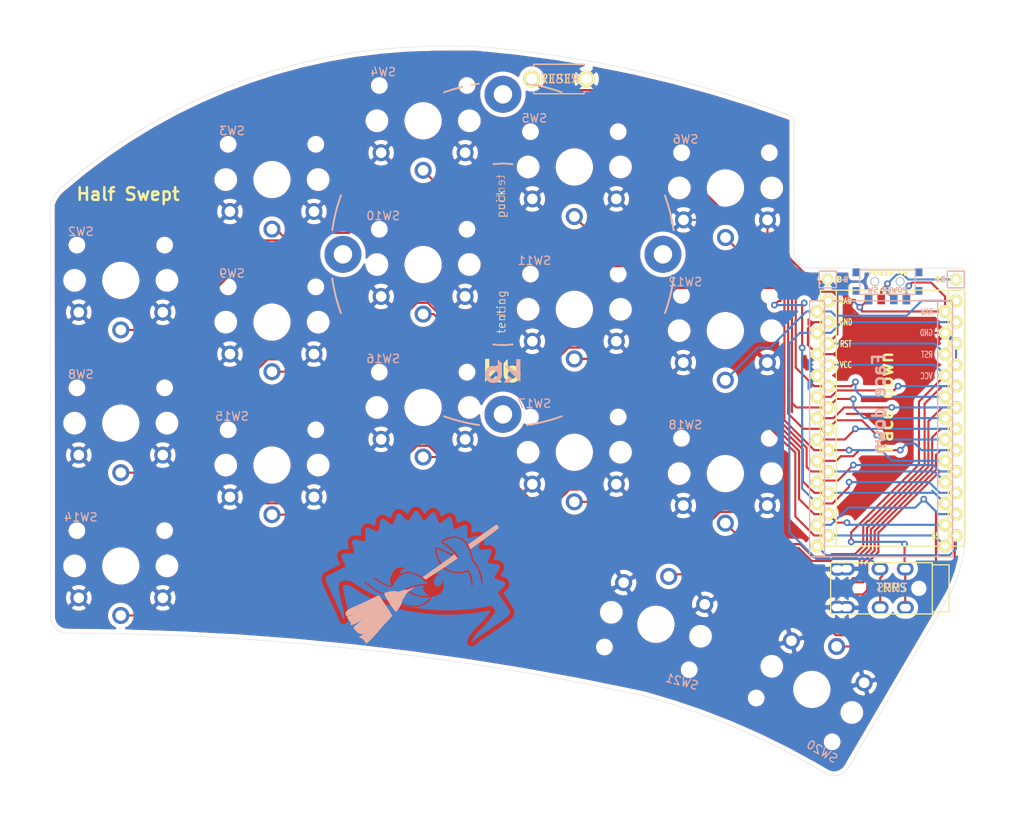
<source format=kicad_pcb>
(kicad_pcb (version 20171130) (host pcbnew "(5.1.4)-1")
  (layers (0 F.Cu signal) (31 B.Cu signal) (34 B.Paste user) (35 F.Paste user) (36 B.SilkS user) (37 F.SilkS user) (38 B.Mask user) (39 F.Mask user) (44 Edge.Cuts user))
  (net 0 "")
  (net 1 gnd)
  (net 2 vcc)
  (net 3 Switch18)
  (net 4 reset)
  (net 5 Switch1)
  (net 6 Switch2)
  (net 7 Switch3)
  (net 8 Switch4)
  (net 9 Switch5)
  (net 10 Switch6)
  (net 11 Switch7)
  (net 12 Switch8)
  (net 13 Switch9)
  (net 14 Switch10)
  (net 15 Switch11)
  (net 16 Switch12)
  (net 17 Switch13)
  (net 18 Switch14)
  (net 19 Switch15)
  (net 20 Switch16)
  (net 21 Switch17)
  (net 22 raw)
  (net 23 BT+_r)
  (net 24 "Net-(SW_POWERR1-Pad1)")
  (module kbd:ProMicro_v2 (layer F.Cu) (at 118.872 62.992)
    (fp_text reference U1 hide)
    (fp_text value ProMicro-kbd hide)
    (fp_text user "" (at -0.5 -17.25) (layer F.SilkS))
    (fp_text user "" (at -1.2065 -16.256) (layer B.SilkS) (effects (justify mirror)))
    (fp_text user RAW (at -5.461 -14.478) (layer F.SilkS) (effects (font (size 0.75 0.5) (thickness 0.125))))
    (fp_text user RST (at -5.461 -9.3345) (layer F.SilkS) (effects (font (size 0.75 0.5) (thickness 0.125))))
    (fp_text user GND (at -5.461 -11.938) (layer F.SilkS) (effects (font (size 0.75 0.5) (thickness 0.125))))
    (fp_text user VCC (at -5.461 -6.858) (layer F.SilkS) (effects (font (size 0.75 0.5) (thickness 0.125))))
    (fp_text user B5 (at 5.2 13.5255) (layer F.SilkS) (effects (font (size 0.75 0.5) (thickness 0.125))))
    (fp_text user VCC (at 4.1275 -5.5245) (layer B.SilkS) (effects (font (size 0.75 0.5) (thickness 0.125)) (justify mirror)))
    (fp_text user RST (at 4.191 -8.0645) (layer B.SilkS) (effects (font (size 0.75 0.5) (thickness 0.125)) (justify mirror)))
    (fp_text user GND (at 4.1275 -10.668) (layer B.SilkS) (effects (font (size 0.75 0.5) (thickness 0.125)) (justify mirror)))
    (fp_text user RAW (at 4.191 -13.1445) (layer B.SilkS) (effects (font (size 0.75 0.5) (thickness 0.125)) (justify mirror)))
    (pad 24 thru_hole circle (at 6.35 -13.208) (size 1.524 1.524) (drill 0.8128) (layers *.Cu *.Mask F.SilkS) (net 22 raw))
    (pad 23 thru_hole circle (at 6.35 -10.668) (size 1.524 1.524) (drill 0.8128) (layers *.Cu *.Mask F.SilkS) (net 1 gnd))
    (pad 22 thru_hole circle (at 6.35 -8.128) (size 1.524 1.524) (drill 0.8128) (layers *.Cu *.Mask F.SilkS) (net 4 reset))
    (pad 21 thru_hole circle (at 6.35 -5.588) (size 1.524 1.524) (drill 0.8128) (layers *.Cu *.Mask F.SilkS) (net 2 vcc))
    (pad 20 thru_hole circle (at 6.35 -3.048) (size 1.524 1.524) (drill 0.8128) (layers *.Cu *.Mask F.SilkS) (net 9 Switch5))
    (pad 19 thru_hole circle (at 6.35 -0.508) (size 1.524 1.524) (drill 0.8128) (layers *.Cu *.Mask F.SilkS) (net 8 Switch4))
    (pad 18 thru_hole circle (at 6.35 2.032) (size 1.524 1.524) (drill 0.8128) (layers *.Cu *.Mask F.SilkS) (net 7 Switch3))
    (pad 17 thru_hole circle (at 6.35 4.572) (size 1.524 1.524) (drill 0.8128) (layers *.Cu *.Mask F.SilkS) (net 6 Switch2))
    (pad 16 thru_hole circle (at 6.35 7.112) (size 1.524 1.524) (drill 0.8128) (layers *.Cu *.Mask F.SilkS) (net 10 Switch6))
    (pad 15 thru_hole circle (at 6.35 9.652) (size 1.524 1.524) (drill 0.8128) (layers *.Cu *.Mask F.SilkS) (net 11 Switch7))
    (pad 14 thru_hole circle (at 6.35 12.192) (size 1.524 1.524) (drill 0.8128) (layers *.Cu *.Mask F.SilkS) (net 12 Switch8))
    (pad 13 thru_hole circle (at 6.35 14.732) (size 1.524 1.524) (drill 0.8128) (layers *.Cu *.Mask F.SilkS) (net 13 Switch9))
    (pad 12 thru_hole circle (at -8.89 14.732) (size 1.524 1.524) (drill 0.8128) (layers *.Cu *.Mask F.SilkS) (net 21 Switch17))
    (pad 11 thru_hole circle (at -8.89 12.192) (size 1.524 1.524) (drill 0.8128) (layers *.Cu *.Mask F.SilkS) (net 20 Switch16))
    (pad 10 thru_hole circle (at -8.89 9.652) (size 1.524 1.524) (drill 0.8128) (layers *.Cu *.Mask F.SilkS) (net 5 Switch1))
    (pad 9 thru_hole circle (at -8.89 7.112) (size 1.524 1.524) (drill 0.8128) (layers *.Cu *.Mask F.SilkS) (net 19 Switch15))
    (pad 8 thru_hole circle (at -8.89 4.572) (size 1.524 1.524) (drill 0.8128) (layers *.Cu *.Mask F.SilkS) (net 18 Switch14))
    (pad 7 thru_hole circle (at -8.89 2.032) (size 1.524 1.524) (drill 0.8128) (layers *.Cu *.Mask F.SilkS) (net 17 Switch13))
    (pad 6 thru_hole circle (at -8.89 -0.508) (size 1.524 1.524) (drill 0.8128) (layers *.Cu *.Mask F.SilkS) (net 16 Switch12))
    (pad 5 thru_hole circle (at -8.89 -3.048) (size 1.524 1.524) (drill 0.8128) (layers *.Cu *.Mask F.SilkS) (net 15 Switch11))
    (pad 4 thru_hole circle (at -8.89 -5.588) (size 1.524 1.524) (drill 0.8128) (layers *.Cu *.Mask F.SilkS) (net 1 gnd))
    (pad 3 thru_hole circle (at -8.89 -8.128) (size 1.524 1.524) (drill 0.8128) (layers *.Cu *.Mask F.SilkS) (net 1 gnd))
    (pad 2 thru_hole circle (at -8.89 -10.668) (size 1.524 1.524) (drill 0.8128) (layers *.Cu *.Mask F.SilkS) (net 3 Switch18))
    (pad 1 thru_hole circle (at -8.89 -13.208) (size 1.524 1.524) (drill 0.8128) (layers *.Cu *.Mask F.SilkS) (net 14 Switch10))
    (pad 1 thru_hole circle (at 7.6564 -14.478) (size 1.524 1.524) (drill 0.8128) (layers *.Cu *.Mask F.SilkS) (net 14 Switch10))
    (pad 2 thru_hole circle (at 7.6564 -11.938) (size 1.524 1.524) (drill 0.8128) (layers *.Cu *.Mask F.SilkS) (net 3 Switch18))
    (pad 3 thru_hole circle (at 7.6564 -9.398) (size 1.524 1.524) (drill 0.8128) (layers *.Cu *.Mask F.SilkS) (net 1 gnd))
    (pad 4 thru_hole circle (at 7.6564 -6.858) (size 1.524 1.524) (drill 0.8128) (layers *.Cu *.Mask F.SilkS) (net 1 gnd))
    (pad 5 thru_hole circle (at 7.6564 -4.318) (size 1.524 1.524) (drill 0.8128) (layers *.Cu *.Mask F.SilkS) (net 15 Switch11))
    (pad 6 thru_hole circle (at 7.6564 -1.778) (size 1.524 1.524) (drill 0.8128) (layers *.Cu *.Mask F.SilkS) (net 16 Switch12))
    (pad 7 thru_hole circle (at 7.6564 0.762) (size 1.524 1.524) (drill 0.8128) (layers *.Cu *.Mask F.SilkS) (net 17 Switch13))
    (pad 8 thru_hole circle (at 7.6564 3.302) (size 1.524 1.524) (drill 0.8128) (layers *.Cu *.Mask F.SilkS) (net 18 Switch14))
    (pad 9 thru_hole circle (at 7.6564 5.842) (size 1.524 1.524) (drill 0.8128) (layers *.Cu *.Mask F.SilkS) (net 19 Switch15))
    (pad 10 thru_hole circle (at 7.6564 8.382) (size 1.524 1.524) (drill 0.8128) (layers *.Cu *.Mask F.SilkS) (net 5 Switch1))
    (pad 11 thru_hole circle (at 7.6564 10.922) (size 1.524 1.524) (drill 0.8128) (layers *.Cu *.Mask F.SilkS) (net 20 Switch16))
    (pad 12 thru_hole circle (at 7.6564 13.462) (size 1.524 1.524) (drill 0.8128) (layers *.Cu *.Mask F.SilkS) (net 21 Switch17))
    (pad 13 thru_hole circle (at -7.5636 13.462) (size 1.524 1.524) (drill 0.8128) (layers *.Cu *.Mask F.SilkS) (net 13 Switch9))
    (pad 14 thru_hole circle (at -7.5636 10.922) (size 1.524 1.524) (drill 0.8128) (layers *.Cu *.Mask F.SilkS) (net 12 Switch8))
    (pad 15 thru_hole circle (at -7.5636 8.382) (size 1.524 1.524) (drill 0.8128) (layers *.Cu *.Mask F.SilkS) (net 11 Switch7))
    (pad 16 thru_hole circle (at -7.5636 5.842) (size 1.524 1.524) (drill 0.8128) (layers *.Cu *.Mask F.SilkS) (net 10 Switch6))
    (pad 17 thru_hole circle (at -7.5636 3.302) (size 1.524 1.524) (drill 0.8128) (layers *.Cu *.Mask F.SilkS) (net 6 Switch2))
    (pad 18 thru_hole circle (at -7.5636 0.762) (size 1.524 1.524) (drill 0.8128) (layers *.Cu *.Mask F.SilkS) (net 7 Switch3))
    (pad 19 thru_hole circle (at -7.5636 -1.778) (size 1.524 1.524) (drill 0.8128) (layers *.Cu *.Mask F.SilkS) (net 8 Switch4))
    (pad 20 thru_hole circle (at -7.5636 -4.318) (size 1.524 1.524) (drill 0.8128) (layers *.Cu *.Mask F.SilkS) (net 9 Switch5))
    (pad 21 thru_hole circle (at -7.5636 -6.858) (size 1.524 1.524) (drill 0.8128) (layers *.Cu *.Mask F.SilkS) (net 2 vcc))
    (pad 22 thru_hole circle (at -7.5636 -9.398) (size 1.524 1.524) (drill 0.8128) (layers *.Cu *.Mask F.SilkS) (net 4 reset))
    (pad 23 thru_hole circle (at -7.5636 -11.938) (size 1.524 1.524) (drill 0.8128) (layers *.Cu *.Mask F.SilkS) (net 1 gnd))
    (pad 24 thru_hole circle (at -7.5636 -14.478) (size 1.524 1.524) (drill 0.8128) (layers *.Cu *.Mask F.SilkS) (net 22 raw))
  )
  (module Kailh:ferris_broom (layer B.Cu) (at 64.008 82.042 170)
    (fp_text reference G*** hide)
    (fp_text value LOGO hide)
    (fp_poly (pts (xy -0.761144 1.032642) (xy -0.688709 1.008644) (xy -0.619188 0.970622) (xy -0.554768 0.920001) (xy -0.497637 0.858202) (xy -0.453968 0.7937) (xy -0.437483 0.766692) (xy -0.423416 0.746579) (xy -0.414329 0.736954) (xy -0.413252 0.7366) (xy -0.408833 0.731565) (xy -0.409736 0.729585) (xy -0.40904 0.718656) (xy -0.402935 0.697092) (xy -0.39386 0.672435) (xy -0.369521 0.596952) (xy -0.351987 0.510702) (xy -0.341678 0.418605) (xy -0.339017 0.32558) (xy -0.344425 0.236545) (xy -0.352075 0.18519) (xy -0.377889 0.081805) (xy -0.41398 -0.0129) (xy -0.459406 -0.097763) (xy -0.513225 -0.171624) (xy -0.574496 -0.233322) (xy -0.642278 -0.281697) (xy -0.715627 -0.315587) (xy -0.770126 -0.330135) (xy -0.812297 -0.336403) (xy -0.84915 -0.337012) (xy -0.888665 -0.331696) (xy -0.918634 -0.325158) (xy -0.947744 -0.318386) (xy -0.971301 -0.313186) (xy -0.982134 -0.311051) (xy -0.996128 -0.306431) (xy -0.999067 -0.304242) (xy -1.00783 -0.297463) (xy -1.026684 -0.284345) (xy -1.050959 -0.268116) (xy -1.110231 -0.221059) (xy -1.166285 -0.161274) (xy -1.215754 -0.092966) (xy -1.255272 -0.02034) (xy -1.262352 -0.004066) (xy -1.273749 0.020663) (xy -1.283702 0.037495) (xy -1.288991 0.042333) (xy -1.29308 0.047331) (xy -1.292297 0.048972) (xy -1.29238 0.059871) (xy -1.296468 0.082275) (xy -1.303688 0.111476) (xy -1.304231 0.113444) (xy -1.327325 0.227527) (xy -1.335016 0.34511) (xy -1.327592 0.463403) (xy -1.305338 0.579617) (xy -1.268541 0.690962) (xy -1.238078 0.757245) (xy -1.212207 0.803246) (xy -1.184334 0.842806) (xy -1.149579 0.88249) (xy -1.130553 0.901979) (xy -1.06388 0.960545) (xy -0.99682 1.002787) (xy -0.928123 1.029293) (xy -0.856537 1.040651) (xy -0.834305 1.041193) (xy -0.761144 1.032642)) (layer B.Cu) (width 0.01))
    (fp_poly (pts (xy 0.052888 4.087984) (xy 0.067946 4.079375) (xy 0.071756 4.073128) (xy 0.07085 4.059512) (xy 0.064982 4.03481) (xy 0.055664 4.003581) (xy 0.04441 3.970386) (xy 0.03273 3.939783) (xy 0.02214 3.916334) (xy 0.016767 3.907366) (xy 0.010832 3.893836) (xy 0.004762 3.872028) (xy 0.004159 3.869266) (xy -0.003308 3.842764) (xy -0.014528 3.811802) (xy -0.018829 3.801533) (xy -0.03027 3.775245) (xy -0.039771 3.753029) (xy -0.042495 3.7465) (xy -0.04953 3.730048) (xy -0.060889 3.704188) (xy -0.072213 3.678766) (xy -0.086497 3.646732) (xy -0.100004 3.616147) (xy -0.107773 3.598333) (xy -0.137922 3.531005) (xy -0.174157 3.454212) (xy -0.214352 3.372161) (xy -0.256382 3.289058) (xy -0.298121 3.209106) (xy -0.337444 3.136512) (xy -0.370957 3.077633) (xy -0.391222 3.043677) (xy -0.413332 3.007382) (xy -0.435134 2.972196) (xy -0.454476 2.941566) (xy -0.469206 2.918939) (xy -0.476711 2.9083) (xy -0.48595 2.895421) (xy -0.497936 2.877082) (xy -0.513303 2.853756) (xy -0.533916 2.824013) (xy -0.557709 2.79065) (xy -0.582619 2.756464) (xy -0.606581 2.724252) (xy -0.627533 2.696811) (xy -0.643408 2.676938) (xy -0.652144 2.66743) (xy -0.652973 2.667) (xy -0.660355 2.660075) (xy -0.664298 2.651123) (xy -0.673008 2.635835) (xy -0.689343 2.61518) (xy -0.698736 2.604976) (xy -0.715673 2.586607) (xy -0.726298 2.573295) (xy -0.728134 2.56965) (xy -0.733627 2.561506) (xy -0.748032 2.545003) (xy -0.768237 2.523705) (xy -0.76835 2.523589) (xy -0.794189 2.496813) (xy -0.819673 2.469716) (xy -0.835159 2.452748) (xy -0.86175 2.422912) (xy -1.158369 2.724873) (xy -1.219019 2.786647) (xy -1.278002 2.846784) (xy -1.333865 2.903799) (xy -1.385155 2.956205) (xy -1.430418 3.002516) (xy -1.468201 3.041247) (xy -1.49705 3.070911) (xy -1.515514 3.090024) (xy -1.51581 3.090333) (xy -1.56207 3.138555) (xy -1.611662 3.190118) (xy -1.663079 3.243469) (xy -1.714819 3.297056) (xy -1.765376 3.349325) (xy -1.813246 3.398726) (xy -1.856925 3.443704) (xy -1.894908 3.482708) (xy -1.92569 3.514185) (xy -1.947768 3.536582) (xy -1.959637 3.548348) (xy -1.959727 3.548433) (xy -1.9759 3.565761) (xy -1.978192 3.576207) (xy -1.965537 3.581956) (xy -1.942011 3.584799) (xy -1.91354 3.58933) (xy -1.880453 3.597637) (xy -1.868196 3.601528) (xy -1.82972 3.613943) (xy -1.786833 3.626519) (xy -1.744246 3.638004) (xy -1.706667 3.647148) (xy -1.678803 3.652702) (xy -1.672167 3.653571) (xy -1.653829 3.656896) (xy -1.623755 3.664005) (xy -1.58642 3.673788) (xy -1.553634 3.682993) (xy -1.510782 3.695357) (xy -1.479633 3.704135) (xy -1.455635 3.710481) (xy -1.434232 3.715547) (xy -1.410872 3.720485) (xy -1.385129 3.72563) (xy -1.355075 3.732541) (xy -1.317487 3.742489) (xy -1.283529 3.752409) (xy -1.251355 3.761857) (xy -1.223427 3.769199) (xy -1.205497 3.772929) (xy -1.204841 3.773008) (xy -1.181435 3.778879) (xy -1.169414 3.784057) (xy -1.147629 3.79112) (xy -1.130044 3.793066) (xy -1.107168 3.795689) (xy -1.075265 3.802379) (xy -1.041202 3.811367) (xy -1.011848 3.820886) (xy -0.997065 3.827303) (xy -0.975917 3.83424) (xy -0.964759 3.8354) (xy -0.942082 3.839439) (xy -0.931763 3.843637) (xy -0.916052 3.848932) (xy -0.889144 3.855136) (xy -0.856636 3.860974) (xy -0.854003 3.861381) (xy -0.819323 3.867642) (xy -0.787922 3.874987) (xy -0.7665 3.881844) (xy -0.766234 3.881959) (xy -0.743653 3.890216) (xy -0.710769 3.900366) (xy -0.67269 3.911045) (xy -0.634522 3.920888) (xy -0.601371 3.928531) (xy -0.578345 3.93261) (xy -0.575734 3.932855) (xy -0.557083 3.934882) (xy -0.548217 3.936735) (xy -0.535517 3.940906) (xy -0.522538 3.945174) (xy -0.516467 3.947345) (xy -0.502069 3.951826) (xy -0.476921 3.958971) (xy -0.448734 3.966623) (xy -0.416124 3.975439) (xy -0.3866 3.983671) (xy -0.369154 3.988759) (xy -0.341596 3.994399) (xy -0.31793 3.996266) (xy -0.296675 3.998551) (xy -0.283211 4.004005) (xy -0.269512 4.010381) (xy -0.249767 4.014268) (xy -0.228754 4.017909) (xy -0.2159 4.022617) (xy -0.203902 4.027361) (xy -0.180333 4.034346) (xy -0.150148 4.042109) (xy -0.148167 4.042584) (xy -0.116958 4.050284) (xy -0.09127 4.057076) (xy -0.076484 4.061535) (xy -0.0762 4.061643) (xy -0.053269 4.06856) (xy -0.024518 4.072745) (xy -0.009989 4.073958) (xy 0.010378 4.077186) (xy 0.021933 4.082265) (xy 0.02226 4.082704) (xy 0.034915 4.089624) (xy 0.052888 4.087984)) (layer B.Cu) (width 0.01))
    (fp_poly (pts (xy 2.497362 -1.60812) (xy 2.516201 -1.630541) (xy 2.539606 -1.66204) (xy 2.565698 -1.699782) (xy 2.5926 -1.740931) (xy 2.618435 -1.782653) (xy 2.641323 -1.822112) (xy 2.659388 -1.856474) (xy 2.666144 -1.871134) (xy 2.675174 -1.8922) (xy 2.682735 -1.910202) (xy 2.689668 -1.927504) (xy 2.696814 -1.946474) (xy 2.705016 -1.969476) (xy 2.715116 -1.998877) (xy 2.727955 -2.037044) (xy 2.744376 -2.086341) (xy 2.76522 -2.149136) (xy 2.767277 -2.155335) (xy 2.79547 -2.239012) (xy 2.819709 -2.307903) (xy 2.840648 -2.363518) (xy 2.858937 -2.407367) (xy 2.875227 -2.440961) (xy 2.89017 -2.465808) (xy 2.904417 -2.483419) (xy 2.911698 -2.490161) (xy 2.924037 -2.502392) (xy 2.934069 -2.517875) (xy 2.942227 -2.538695) (xy 2.948946 -2.566937) (xy 2.95466 -2.604686) (xy 2.959803 -2.654024) (xy 2.96481 -2.717037) (xy 2.967712 -2.759011) (xy 2.971473 -2.813088) (xy 2.975206 -2.862625) (xy 2.978665 -2.904682) (xy 2.981607 -2.936322) (xy 2.983786 -2.954605) (xy 2.984118 -2.956442) (xy 2.985216 -2.974616) (xy 2.981467 -2.983758) (xy 2.97033 -2.98773) (xy 2.946718 -2.994554) (xy 2.91464 -3.003205) (xy 2.878104 -3.012654) (xy 2.841119 -3.021876) (xy 2.807693 -3.029842) (xy 2.781834 -3.035526) (xy 2.772833 -3.037218) (xy 2.740017 -3.043049) (xy 2.723886 -3.046878) (xy 2.722033 -3.048) (xy 2.719498 -3.049406) (xy 2.709937 -3.051762) (xy 2.690419 -3.055686) (xy 2.658012 -3.061798) (xy 2.645833 -3.064058) (xy 2.614701 -3.069857) (xy 2.587473 -3.074983) (xy 2.574205 -3.077523) (xy 2.535792 -3.084308) (xy 2.495217 -3.090398) (xy 2.461515 -3.094444) (xy 2.459566 -3.094623) (xy 2.441732 -3.096694) (xy 2.434168 -3.098528) (xy 2.434166 -3.098549) (xy 2.428371 -3.100759) (xy 2.410016 -3.103448) (xy 2.377646 -3.106789) (xy 2.330536 -3.110895) (xy 2.295418 -3.114121) (xy 2.26487 -3.117492) (xy 2.244401 -3.120386) (xy 2.241636 -3.120933) (xy 2.228674 -3.122143) (xy 2.20227 -3.123376) (xy 2.165199 -3.124589) (xy 2.120237 -3.125741) (xy 2.070161 -3.126787) (xy 2.017746 -3.127685) (xy 1.965769 -3.128391) (xy 1.917005 -3.128864) (xy 1.874231 -3.129059) (xy 1.840222 -3.128935) (xy 1.817755 -3.128447) (xy 1.80964 -3.127619) (xy 1.80059 -3.125979) (xy 1.778374 -3.123731) (xy 1.746735 -3.12122) (xy 1.722759 -3.119603) (xy 1.686698 -3.117077) (xy 1.657337 -3.114552) (xy 1.638536 -3.112386) (xy 1.633822 -3.111349) (xy 1.623392 -3.108867) (xy 1.601612 -3.105606) (xy 1.582881 -3.103358) (xy 1.546821 -3.098908) (xy 1.506196 -3.093174) (xy 1.485899 -3.090012) (xy 1.46071 -3.085747) (xy 1.438737 -3.081498) (xy 1.415266 -3.076189) (xy 1.385583 -3.068743) (xy 1.344976 -3.058082) (xy 1.337733 -3.056161) (xy 1.310785 -3.049549) (xy 1.288338 -3.04495) (xy 1.282699 -3.044111) (xy 1.268811 -3.040638) (xy 1.242749 -3.032461) (xy 1.207278 -3.020578) (xy 1.165163 -3.00599) (xy 1.119166 -2.989694) (xy 1.072051 -2.972691) (xy 1.026583 -2.95598) (xy 0.985526 -2.940559) (xy 0.951642 -2.927428) (xy 0.927696 -2.917587) (xy 0.916451 -2.912034) (xy 0.915969 -2.911525) (xy 0.906915 -2.904901) (xy 0.887855 -2.896703) (xy 0.882536 -2.894864) (xy 0.856579 -2.884295) (xy 0.826 -2.869128) (xy 0.812405 -2.861501) (xy 0.786428 -2.847093) (xy 0.763679 -2.835999) (xy 0.754822 -2.832509) (xy 0.740471 -2.824911) (xy 0.736599 -2.81883) (xy 0.729994 -2.811342) (xy 0.726931 -2.810934) (xy 0.715304 -2.806599) (xy 0.694376 -2.795414) (xy 0.668528 -2.780109) (xy 0.642141 -2.763411) (xy 0.619594 -2.748049) (xy 0.605269 -2.736753) (xy 0.602544 -2.733446) (xy 0.592812 -2.726882) (xy 0.587727 -2.726267) (xy 0.576921 -2.721463) (xy 0.575733 -2.7178) (xy 0.568927 -2.710172) (xy 0.563738 -2.709334) (xy 0.551083 -2.705332) (xy 0.548922 -2.702629) (xy 0.541052 -2.694877) (xy 0.522821 -2.680502) (xy 0.497894 -2.662369) (xy 0.493183 -2.659069) (xy 0.4679 -2.640575) (xy 0.449192 -2.625202) (xy 0.440501 -2.61582) (xy 0.440266 -2.614973) (xy 0.433535 -2.608275) (xy 0.429435 -2.607734) (xy 0.41654 -2.601481) (xy 0.406399 -2.5908) (xy 0.394653 -2.5778) (xy 0.38761 -2.573867) (xy 0.37716 -2.567735) (xy 0.35603 -2.549803) (xy 0.324968 -2.520768) (xy 0.284721 -2.481324) (xy 0.243269 -2.439543) (xy 0.200625 -2.396038) (xy 0.168553 -2.3631) (xy 0.145693 -2.339286) (xy 0.130682 -2.323149) (xy 0.122159 -2.313245) (xy 0.118763 -2.308128) (xy 0.118533 -2.307167) (xy 0.113341 -2.298552) (xy 0.103716 -2.287517) (xy 0.068061 -2.246664) (xy 0.027102 -2.193418) (xy -0.01726 -2.130707) (xy -0.063123 -2.061461) (xy -0.108585 -1.98861) (xy -0.151744 -1.915084) (xy -0.190698 -1.843812) (xy -0.213309 -1.799167) (xy -0.227323 -1.770672) (xy -0.239308 -1.746713) (xy -0.246044 -1.733665) (xy -0.254676 -1.710404) (xy -0.250171 -1.697466) (xy -0.232965 -1.695051) (xy -0.203494 -1.703358) (xy -0.191057 -1.708529) (xy -0.16592 -1.718676) (xy -0.130742 -1.731634) (xy -0.089245 -1.746166) (xy -0.045154 -1.761038) (xy -0.002192 -1.775015) (xy 0.035916 -1.786862) (xy 0.065447 -1.795346) (xy 0.082368 -1.799191) (xy 0.105754 -1.804583) (xy 0.133385 -1.813948) (xy 0.138498 -1.816027) (xy 0.159574 -1.823658) (xy 0.173255 -1.826288) (xy 0.175247 -1.825708) (xy 0.185013 -1.825688) (xy 0.204421 -1.830614) (xy 0.211666 -1.833034) (xy 0.232914 -1.839241) (xy 0.246536 -1.840829) (xy 0.248276 -1.840169) (xy 0.258089 -1.840286) (xy 0.269603 -1.845022) (xy 0.289423 -1.852355) (xy 0.315497 -1.858293) (xy 0.319012 -1.85884) (xy 0.345005 -1.86279) (xy 0.366233 -1.866313) (xy 0.368299 -1.86669) (xy 0.387676 -1.870099) (xy 0.41382 -1.874466) (xy 0.419099 -1.875324) (xy 0.4454 -1.879667) (xy 0.466971 -1.883378) (xy 0.469899 -1.883907) (xy 0.578494 -1.899685) (xy 0.592666 -1.901216) (xy 0.624265 -1.904568) (xy 0.653064 -1.907712) (xy 0.664633 -1.90902) (xy 0.738092 -1.915835) (xy 0.821895 -1.920746) (xy 0.912209 -1.92375) (xy 1.005203 -1.924846) (xy 1.097047 -1.92403) (xy 1.183908 -1.921302) (xy 1.261954 -1.916658) (xy 1.327355 -1.910096) (xy 1.332521 -1.909407) (xy 1.363658 -1.905282) (xy 1.404638 -1.90003) (xy 1.448491 -1.894538) (xy 1.473199 -1.891507) (xy 1.51003 -1.886694) (xy 1.547579 -1.881227) (xy 1.581788 -1.875764) (xy 1.6086 -1.870962) (xy 1.623959 -1.86748) (xy 1.625778 -1.866761) (xy 1.636135 -1.863985) (xy 1.657116 -1.86013) (xy 1.667933 -1.858434) (xy 1.691797 -1.854382) (xy 1.707867 -1.850745) (xy 1.7108 -1.849637) (xy 1.721917 -1.846141) (xy 1.74216 -1.841855) (xy 1.744459 -1.841443) (xy 1.767325 -1.836627) (xy 1.801107 -1.828566) (xy 1.841425 -1.818409) (xy 1.883898 -1.807306) (xy 1.924146 -1.796408) (xy 1.957788 -1.786865) (xy 1.980444 -1.779825) (xy 1.983894 -1.778585) (xy 2.000008 -1.774158) (xy 2.006599 -1.77567) (xy 2.01129 -1.775791) (xy 2.016759 -1.771227) (xy 2.033216 -1.762793) (xy 2.044982 -1.761067) (xy 2.062222 -1.758569) (xy 2.068933 -1.755177) (xy 2.081869 -1.748744) (xy 2.088182 -1.747327) (xy 2.103303 -1.7433) (xy 2.127646 -1.735091) (xy 2.145087 -1.728621) (xy 2.171173 -1.71865) (xy 2.207754 -1.704745) (xy 2.249475 -1.68894) (xy 2.281766 -1.676741) (xy 2.32495 -1.660031) (xy 2.368146 -1.642607) (xy 2.405518 -1.626857) (xy 2.425699 -1.617821) (xy 2.452829 -1.606183) (xy 2.47426 -1.598931) (xy 2.484966 -1.597611) (xy 2.497362 -1.60812)) (layer B.Cu) (width 0.01))
    (fp_poly (pts (xy 1.18609 8.26694) (xy 1.214188 8.264416) (xy 1.237977 8.258478) (xy 1.263762 8.247824) (xy 1.28018 8.239924) (xy 1.332822 8.207593) (xy 1.373164 8.170943) (xy 1.383832 8.156508) (xy 1.402225 8.12883) (xy 1.427504 8.089272) (xy 1.458829 8.039199) (xy 1.495361 7.979973) (xy 1.536259 7.912958) (xy 1.580683 7.839518) (xy 1.627793 7.761017) (xy 1.676751 7.678817) (xy 1.688673 7.658705) (xy 1.749686 7.555933) (xy 1.802685 7.467207) (xy 1.848074 7.391879) (xy 1.886258 7.329302) (xy 1.917639 7.278828) (xy 1.942624 7.239812) (xy 1.961614 7.211605) (xy 1.975016 7.193561) (xy 1.983232 7.185032) (xy 1.985006 7.184165) (xy 1.99968 7.182101) (xy 2.027464 7.178955) (xy 2.064598 7.175126) (xy 2.107324 7.171015) (xy 2.114947 7.170311) (xy 2.161716 7.166274) (xy 2.194493 7.164243) (xy 2.216106 7.164256) (xy 2.229381 7.166351) (xy 2.237146 7.170565) (xy 2.238569 7.171966) (xy 2.24602 7.180248) (xy 2.26376 7.200056) (xy 2.290799 7.230284) (xy 2.326148 7.269825) (xy 2.368819 7.317574) (xy 2.417823 7.372423) (xy 2.472171 7.433267) (xy 2.530876 7.498999) (xy 2.592947 7.568512) (xy 2.606265 7.583428) (xy 2.669458 7.654042) (xy 2.729997 7.721376) (xy 2.786832 7.784281) (xy 2.838912 7.84161) (xy 2.885185 7.892213) (xy 2.924601 7.934941) (xy 2.956108 7.968647) (xy 2.978657 7.992182) (xy 2.991195 8.004397) (xy 2.99226 8.005268) (xy 3.046465 8.036544) (xy 3.108708 8.055594) (xy 3.17475 8.061852) (xy 3.240349 8.054752) (xy 3.278688 8.043487) (xy 3.335647 8.013629) (xy 3.387009 7.970326) (xy 3.429288 7.916938) (xy 3.45033 7.878233) (xy 3.457965 7.859688) (xy 3.470674 7.826764) (xy 3.487877 7.78104) (xy 3.508994 7.724098) (xy 3.533443 7.657519) (xy 3.560645 7.582884) (xy 3.590019 7.501775) (xy 3.620985 7.415771) (xy 3.652961 7.326455) (xy 3.653977 7.323608) (xy 3.830783 6.828249) (xy 3.957129 6.788924) (xy 4.083474 6.7496) (xy 4.522832 7.079603) (xy 4.599843 7.137265) (xy 4.673782 7.192281) (xy 4.74339 7.243735) (xy 4.807407 7.290713) (xy 4.864574 7.332298) (xy 4.913631 7.367577) (xy 4.953318 7.395635) (xy 4.982376 7.415555) (xy 4.999546 7.426424) (xy 5.002045 7.427717) (xy 5.051638 7.442567) (xy 5.109023 7.447434) (xy 5.168424 7.442465) (xy 5.224067 7.42781) (xy 5.239021 7.421613) (xy 5.291008 7.390283) (xy 5.338536 7.347533) (xy 5.377344 7.297853) (xy 5.401481 7.250429) (xy 5.40705 7.230297) (xy 5.414883 7.193742) (xy 5.424921 7.141113) (xy 5.437101 7.072759) (xy 5.451364 6.98903) (xy 5.467648 6.890276) (xy 5.485893 6.776845) (xy 5.506038 6.649087) (xy 5.506066 6.648906) (xy 5.592534 6.095805) (xy 5.706144 6.032403) (xy 5.74553 6.010535) (xy 5.779427 5.991931) (xy 5.805217 5.978008) (xy 5.820283 5.970187) (xy 5.823042 5.969) (xy 5.831055 5.972538) (xy 5.853067 5.982745) (xy 5.887788 5.999012) (xy 5.933927 6.020731) (xy 5.990193 6.047291) (xy 6.055298 6.078083) (xy 6.127949 6.112498) (xy 6.206858 6.149927) (xy 6.290733 6.189761) (xy 6.315956 6.201749) (xy 6.405535 6.244151) (xy 6.490678 6.284101) (xy 6.570042 6.32099) (xy 6.642284 6.35421) (xy 6.706061 6.383152) (xy 6.76003 6.407205) (xy 6.802848 6.425761) (xy 6.833171 6.438211) (xy 6.849658 6.443945) (xy 6.850123 6.444051) (xy 6.916044 6.449981) (xy 6.980538 6.440513) (xy 7.041451 6.417163) (xy 7.096626 6.381452) (xy 7.143907 6.334896) (xy 7.181138 6.279016) (xy 7.206163 6.215328) (xy 7.212072 6.189133) (xy 7.21374 6.172468) (xy 7.214712 6.144306) (xy 7.214975 6.103965) (xy 7.214516 6.050757) (xy 7.213325 5.983999) (xy 7.211389 5.903004) (xy 7.208695 5.807088) (xy 7.205232 5.695566) (xy 7.201405 5.580011) (xy 7.182328 5.017456) (xy 7.20826 4.995811) (xy 7.225251 4.981431) (xy 7.251215 4.959223) (xy 7.282336 4.932458) (xy 7.308678 4.909707) (xy 7.383165 4.845248) (xy 7.630699 4.906618) (xy 7.763975 4.939661) (xy 7.881838 4.968867) (xy 7.985311 4.994467) (xy 8.075417 5.016692) (xy 8.15318 5.035774) (xy 8.219624 5.051945) (xy 8.275773 5.065434) (xy 8.322649 5.076474) (xy 8.361277 5.085295) (xy 8.39268 5.092129) (xy 8.417882 5.097207) (xy 8.437906 5.100761) (xy 8.453777 5.103021) (xy 8.466517 5.104219) (xy 8.477151 5.104586) (xy 8.486701 5.104353) (xy 8.496192 5.103751) (xy 8.501635 5.103356) (xy 8.568814 5.090472) (xy 8.630181 5.063019) (xy 8.683935 5.022877) (xy 8.728277 4.971929) (xy 8.761406 4.912057) (xy 8.78152 4.845142) (xy 8.786398 4.805777) (xy 8.786878 4.792512) (xy 8.786526 4.777746) (xy 8.785086 4.760185) (xy 8.782302 4.738534) (xy 8.777919 4.711497) (xy 8.771679 4.677779) (xy 8.763328 4.636086) (xy 8.752609 4.585123) (xy 8.739266 4.523594) (xy 8.723044 4.450205) (xy 8.703686 4.363661) (xy 8.680937 4.262667) (xy 8.665967 4.196425) (xy 8.644825 4.102516) (xy 8.624943 4.013351) (xy 8.606618 3.930319) (xy 8.590147 3.854812) (xy 8.575829 3.788222) (xy 8.563962 3.731938) (xy 8.554843 3.687353) (xy 8.548771 3.655858) (xy 8.546044 3.638842) (xy 8.545991 3.636268) (xy 8.552537 3.626005) (xy 8.5677 3.605183) (xy 8.589497 3.576443) (xy 8.615939 3.542428) (xy 8.628283 3.526788) (xy 8.706346 3.428326) (xy 8.808756 3.433426) (xy 8.885198 3.437049) (xy 8.967802 3.440636) (xy 9.054858 3.444138) (xy 9.144657 3.447505) (xy 9.235491 3.450689) (xy 9.325651 3.45364) (xy 9.413427 3.456311) (xy 9.497111 3.458653) (xy 9.574994 3.460615) (xy 9.645367 3.46215) (xy 9.706521 3.463208) (xy 9.756747 3.463741) (xy 9.794335 3.4637) (xy 9.817578 3.463036) (xy 9.823327 3.462447) (xy 9.887625 3.442064) (xy 9.946287 3.406957) (xy 9.996952 3.359018) (xy 10.037258 3.300135) (xy 10.044899 3.285066) (xy 10.056891 3.258492) (xy 10.064547 3.236084) (xy 10.068827 3.212567) (xy 10.070692 3.18267) (xy 10.0711 3.141133) (xy 10.0711 3.052233) (xy 9.842993 2.532114) (xy 9.614887 2.011995) (xy 9.671649 1.901348) (xy 9.692212 1.861424) (xy 9.710353 1.826499) (xy 9.724522 1.799534) (xy 9.733172 1.783488) (xy 9.734753 1.780767) (xy 9.744091 1.777568) (xy 9.768869 1.771868) (xy 9.807815 1.763905) (xy 9.859658 1.753913) (xy 9.923128 1.742129) (xy 9.996952 1.728787) (xy 10.07986 1.714125) (xy 10.17058 1.698378) (xy 10.267841 1.681781) (xy 10.274397 1.680672) (xy 10.391253 1.660812) (xy 10.492382 1.643389) (xy 10.578785 1.62821) (xy 10.651464 1.615087) (xy 10.71142 1.603826) (xy 10.759654 1.594238) (xy 10.797169 1.586132) (xy 10.824964 1.579316) (xy 10.844042 1.573599) (xy 10.852029 1.570478) (xy 10.900007 1.541283) (xy 10.945597 1.499799) (xy 10.984327 1.450543) (xy 11.002944 1.418058) (xy 11.014083 1.39403) (xy 11.021301 1.37321) (xy 11.025438 1.350745) (xy 11.027333 1.32178) (xy 11.027828 1.28146) (xy 11.027833 1.274233) (xy 11.027456 1.231658) (xy 11.0258 1.201283) (xy 11.022072 1.178383) (xy 11.015482 1.158231) (xy 11.005239 1.136101) (xy 11.004454 1.134533) (xy 10.995572 1.119455) (xy 10.977908 1.09181) (xy 10.952358 1.052924) (xy 10.919816 1.004128) (xy 10.881178 0.946748) (xy 10.837339 0.882113) (xy 10.789193 0.811552) (xy 10.737636 0.736392) (xy 10.683564 0.657961) (xy 10.672504 0.641967) (xy 10.363933 0.195968) (xy 10.416997 0.016328) (xy 11.373047 -0.687879) (xy 11.517954 -0.794687) (xy 11.649596 -0.891872) (xy 11.768408 -0.979764) (xy 11.874825 -1.05869) (xy 11.969284 -1.128979) (xy 12.052218 -1.190959) (xy 12.124065 -1.244957) (xy 12.185259 -1.291304) (xy 12.236237 -1.330326) (xy 12.277433 -1.362353) (xy 12.309283 -1.387712) (xy 12.332224 -1.406732) (xy 12.346689 -1.419742) (xy 12.352629 -1.426293) (xy 12.3775 -1.467951) (xy 12.393927 -1.510333) (xy 12.403148 -1.558229) (xy 12.406405 -1.616427) (xy 12.406426 -1.634067) (xy 12.404693 -1.67839) (xy 12.399809 -1.722739) (xy 12.39125 -1.768149) (xy 12.378496 -1.815655) (xy 12.361022 -1.866293) (xy 12.338307 -1.921099) (xy 12.309828 -1.981108) (xy 12.275061 -2.047354) (xy 12.233484 -2.120875) (xy 12.184575 -2.202705) (xy 12.127811 -2.29388) (xy 12.06267 -2.395435) (xy 11.988628 -2.508406) (xy 11.905162 -2.633828) (xy 11.891448 -2.6543) (xy 11.789672 -2.805308) (xy 11.679257 -2.967586) (xy 11.560048 -3.141355) (xy 11.431891 -3.326833) (xy 11.294634 -3.524242) (xy 11.148121 -3.733801) (xy 10.992199 -3.95573) (xy 10.826715 -4.190249) (xy 10.651514 -4.437578) (xy 10.466443 -4.697936) (xy 10.271348 -4.971544) (xy 10.23319 -5.024967) (xy 10.178995 -5.101336) (xy 10.124865 -5.178573) (xy 10.072242 -5.254558) (xy 10.022567 -5.32717) (xy 9.977283 -5.394291) (xy 9.937833 -5.453799) (xy 9.905657 -5.503575) (xy 9.884772 -5.5372) (xy 9.807572 -5.664384) (xy 9.737578 -5.777688) (xy 9.674879 -5.876983) (xy 9.619561 -5.96214) (xy 9.571714 -6.033029) (xy 9.531424 -6.089522) (xy 9.49878 -6.131489) (xy 9.47387 -6.158802) (xy 9.456781 -6.171331) (xy 9.452757 -6.1722) (xy 9.443447 -6.164599) (xy 9.43611 -6.145208) (xy 9.435347 -6.141536) (xy 9.433068 -6.110291) (xy 9.434782 -6.065087) (xy 9.440113 -6.008323) (xy 9.448686 -5.942399) (xy 9.460123 -5.869715) (xy 9.474049 -5.79267) (xy 9.490087 -5.713665) (xy 9.507861 -5.6351) (xy 9.526132 -5.5626) (xy 9.578158 -5.380061) (xy 9.636402 -5.200561) (xy 9.702028 -5.021087) (xy 9.776196 -4.838627) (xy 9.860069 -4.650169) (xy 9.952334 -4.4577) (xy 10.008721 -4.341769) (xy 10.062902 -4.226171) (xy 10.116283 -4.107712) (xy 10.170272 -3.983198) (xy 10.226275 -3.849436) (xy 10.2857 -3.703232) (xy 10.295876 -3.677828) (xy 10.370307 -3.488599) (xy 10.439322 -3.306876) (xy 10.50275 -3.133255) (xy 10.560426 -2.968335) (xy 10.612179 -2.812713) (xy 10.657842 -2.666986) (xy 10.697247 -2.531752) (xy 10.730225 -2.407609) (xy 10.756607 -2.295152) (xy 10.776226 -2.194981) (xy 10.788914 -2.107692) (xy 10.794501 -2.033883) (xy 10.79282 -1.974152) (xy 10.786233 -1.937278) (xy 10.782453 -1.925809) (xy 10.776808 -1.915086) (xy 10.767555 -1.903583) (xy 10.752947 -1.889774) (xy 10.73124 -1.872132) (xy 10.700689 -1.849132) (xy 10.659549 -1.819248) (xy 10.613794 -1.786467) (xy 10.564189 -1.75477) (xy 10.502391 -1.721113) (xy 10.43268 -1.687445) (xy 10.359339 -1.655717) (xy 10.28665 -1.627881) (xy 10.218894 -1.605887) (xy 10.215033 -1.604783) (xy 10.100408 -1.574607) (xy 9.994872 -1.552218) (xy 9.893171 -1.53697) (xy 9.790049 -1.528219) (xy 9.680254 -1.525319) (xy 9.58064 -1.526883) (xy 9.493991 -1.530398) (xy 9.421976 -1.535343) (xy 9.362333 -1.542065) (xy 9.312796 -1.550909) (xy 9.271103 -1.562223) (xy 9.234988 -1.576354) (xy 9.224433 -1.58143) (xy 9.205565 -1.590266) (xy 9.172475 -1.605029) (xy 9.12657 -1.625125) (xy 9.069256 -1.64996) (xy 9.001937 -1.678939) (xy 8.926021 -1.71147) (xy 8.842914 -1.746956) (xy 8.75402 -1.784806) (xy 8.660747 -1.824424) (xy 8.5645 -1.865217) (xy 8.466685 -1.90659) (xy 8.368708 -1.947949) (xy 8.271975 -1.988702) (xy 8.177892 -2.028252) (xy 8.087865 -2.066008) (xy 8.0033 -2.101373) (xy 7.925603 -2.133755) (xy 7.856179 -2.16256) (xy 7.796435 -2.187193) (xy 7.747777 -2.20706) (xy 7.71161 -2.221567) (xy 7.689341 -2.230121) (xy 7.687733 -2.230697) (xy 7.373925 -2.339332) (xy 7.073945 -2.438619) (xy 6.787553 -2.528633) (xy 6.514507 -2.609449) (xy 6.254566 -2.681143) (xy 6.180593 -2.700499) (xy 6.074687 -2.727856) (xy 6.008927 -2.688978) (xy 5.944454 -2.653445) (xy 5.888202 -2.627749) (xy 5.841254 -2.61224) (xy 5.804691 -2.607269) (xy 5.779594 -2.613186) (xy 5.778008 -2.614213) (xy 5.76939 -2.622432) (xy 5.751713 -2.640856) (xy 5.727226 -2.667088) (xy 5.698181 -2.698733) (xy 5.684874 -2.713382) (xy 5.644439 -2.758015) (xy 5.613497 -2.791813) (xy 5.59011 -2.816434) (xy 5.572341 -2.833536) (xy 5.558251 -2.844776) (xy 5.545903 -2.851812) (xy 5.53336 -2.856303) (xy 5.518683 -2.859906) (xy 5.5118 -2.861466) (xy 5.482508 -2.869356) (xy 5.457858 -2.878058) (xy 5.447968 -2.882878) (xy 5.43141 -2.889892) (xy 5.403867 -2.898335) (xy 5.370994 -2.906494) (xy 5.367535 -2.907249) (xy 5.321208 -2.916904) (xy 5.266276 -2.927831) (xy 5.204783 -2.939671) (xy 5.138772 -2.952062) (xy 5.070286 -2.964646) (xy 5.001369 -2.977063) (xy 4.934062 -2.988954) (xy 4.870411 -2.999958) (xy 4.812457 -3.009716) (xy 4.762245 -3.017869) (xy 4.721816 -3.024056) (xy 4.693216 -3.027918) (xy 4.678485 -3.029096) (xy 4.676982 -3.028804) (xy 4.680909 -3.021774) (xy 4.693641 -3.005661) (xy 4.712505 -2.98383) (xy 4.714231 -2.981902) (xy 4.738718 -2.954335) (xy 4.762457 -2.92715) (xy 4.777932 -2.909044) (xy 4.796485 -2.887231) (xy 4.812935 -2.868397) (xy 4.816186 -2.864786) (xy 4.826042 -2.853185) (xy 4.844086 -2.831255) (xy 4.867965 -2.801917) (xy 4.895324 -2.768092) (xy 4.923809 -2.732703) (xy 4.951068 -2.698669) (xy 4.974746 -2.668915) (xy 4.99249 -2.64636) (xy 4.999407 -2.637367) (xy 5.009825 -2.623786) (xy 5.027855 -2.600506) (xy 5.050672 -2.571168) (xy 5.068377 -2.548467) (xy 5.092468 -2.516911) (xy 5.113154 -2.48852) (xy 5.127797 -2.466986) (xy 5.133125 -2.457788) (xy 5.144225 -2.444466) (xy 5.165182 -2.436738) (xy 5.180688 -2.43427) (xy 5.214266 -2.429539) (xy 5.251113 -2.423513) (xy 5.262033 -2.421537) (xy 5.296641 -2.4156) (xy 5.33225 -2.410291) (xy 5.342466 -2.408966) (xy 5.376683 -2.403865) (xy 5.412441 -2.39721) (xy 5.418666 -2.395874) (xy 5.441404 -2.391083) (xy 5.476283 -2.384036) (xy 5.518807 -2.375627) (xy 5.56448 -2.366754) (xy 5.571066 -2.365488) (xy 5.616822 -2.356623) (xy 5.660078 -2.348093) (xy 5.696338 -2.340796) (xy 5.721106 -2.335627) (xy 5.723466 -2.335109) (xy 5.754698 -2.328188) (xy 5.784852 -2.321502) (xy 5.7912 -2.320094) (xy 5.810975 -2.315333) (xy 5.842663 -2.307285) (xy 5.881831 -2.297092) (xy 5.922433 -2.286326) (xy 5.968776 -2.27397) (xy 6.015936 -2.261478) (xy 6.057819 -2.25046) (xy 6.083909 -2.243664) (xy 6.130814 -2.231205) (xy 6.173246 -2.218978) (xy 6.213427 -2.206053) (xy 6.253581 -2.191499) (xy 6.295931 -2.174386) (xy 6.342701 -2.153782) (xy 6.396114 -2.128759) (xy 6.458394 -2.098384) (xy 6.531763 -2.061727) (xy 6.595122 -2.029697) (xy 6.663364 -1.995125) (xy 6.728787 -1.962051) (xy 6.78941 -1.93147) (xy 6.843254 -1.90438) (xy 6.888337 -1.881776) (xy 6.922678 -1.864654) (xy 6.944297 -1.854011) (xy 6.9469 -1.852757) (xy 6.975939 -1.838625) (xy 7.000856 -1.826077) (xy 7.014633 -1.818729) (xy 7.025736 -1.812865) (xy 7.050124 -1.800314) (xy 7.085959 -1.782006) (xy 7.131402 -1.758871) (xy 7.184616 -1.731838) (xy 7.243761 -1.701837) (xy 7.307001 -1.6698) (xy 7.372495 -1.636655) (xy 7.438407 -1.603332) (xy 7.502898 -1.570762) (xy 7.564129 -1.539874) (xy 7.620262 -1.511599) (xy 7.66946 -1.486867) (xy 7.709883 -1.466606) (xy 7.739694 -1.451748) (xy 7.753426 -1.44498) (xy 7.781097 -1.431127) (xy 7.796524 -1.421162) (xy 7.802689 -1.411566) (xy 7.802577 -1.398821) (xy 7.800888 -1.389015) (xy 7.791348 -1.360974) (xy 7.776221 -1.33593) (xy 7.762569 -1.318716) (xy 7.754531 -1.307047) (xy 7.754159 -1.306296) (xy 7.745212 -1.298742) (xy 7.726744 -1.288433) (xy 7.7216 -1.285984) (xy 7.715832 -1.282777) (xy 7.711401 -1.279787) (xy 7.707147 -1.277531) (xy 7.701911 -1.276528) (xy 7.694533 -1.277296) (xy 7.683854 -1.280352) (xy 7.668713 -1.286214) (xy 7.647953 -1.2954) (xy 7.620412 -1.308428) (xy 7.584932 -1.325817) (xy 7.540352 -1.348083) (xy 7.485514 -1.375745) (xy 7.419258 -1.409321) (xy 7.340424 -1.449329) (xy 7.247852 -1.496286) (xy 7.2263 -1.507209) (xy 7.154134 -1.543748) (xy 7.084923 -1.578731) (xy 7.020491 -1.611242) (xy 6.962666 -1.640361) (xy 6.913272 -1.66517) (xy 6.874137 -1.684749) (xy 6.847085 -1.69818) (xy 6.836833 -1.703184) (xy 6.807866 -1.7173) (xy 6.783076 -1.729776) (xy 6.769395 -1.737048) (xy 6.758338 -1.742879) (xy 6.733898 -1.755457) (xy 6.69781 -1.773899) (xy 6.651807 -1.797321) (xy 6.597625 -1.824843) (xy 6.536997 -1.85558) (xy 6.471658 -1.88865) (xy 6.454917 -1.897114) (xy 6.36389 -1.942751) (xy 6.286131 -1.980858) (xy 6.220096 -2.012112) (xy 6.164243 -2.037193) (xy 6.11703 -2.056781) (xy 6.076915 -2.071553) (xy 6.042353 -2.08219) (xy 6.024033 -2.08678) (xy 6.008845 -2.09133) (xy 6.002866 -2.093453) (xy 5.987188 -2.098296) (xy 5.962707 -2.104887) (xy 5.952066 -2.107561) (xy 5.927096 -2.113808) (xy 5.891535 -2.122844) (xy 5.851176 -2.133191) (xy 5.8293 -2.138838) (xy 5.785647 -2.150092) (xy 5.754166 -2.158077) (xy 5.730651 -2.163835) (xy 5.7109 -2.168407) (xy 5.7023 -2.170317) (xy 5.687699 -2.176246) (xy 5.68325 -2.178788) (xy 5.673891 -2.182421) (xy 5.672666 -2.181258) (xy 5.665585 -2.180553) (xy 5.648231 -2.184257) (xy 5.64515 -2.185128) (xy 5.616963 -2.192381) (xy 5.592233 -2.197541) (xy 5.568551 -2.202288) (xy 5.551775 -2.206518) (xy 5.531763 -2.211244) (xy 5.513675 -2.214381) (xy 5.488382 -2.218679) (xy 5.471583 -2.222201) (xy 5.443503 -2.228755) (xy 5.418741 -2.234127) (xy 5.390966 -2.239617) (xy 5.353845 -2.246523) (xy 5.3467 -2.247831) (xy 5.31149 -2.254309) (xy 5.28001 -2.260172) (xy 5.25818 -2.264318) (xy 5.255683 -2.264806) (xy 5.237778 -2.265524) (xy 5.2324 -2.2575) (xy 5.226512 -2.236492) (xy 5.211383 -2.210973) (xy 5.190814 -2.185429) (xy 5.168604 -2.164348) (xy 5.148556 -2.152216) (xy 5.142088 -2.150878) (xy 5.130603 -2.145768) (xy 5.129388 -2.14385) (xy 5.11894 -2.133505) (xy 5.095492 -2.117943) (xy 5.061654 -2.098504) (xy 5.020037 -2.076531) (xy 4.973252 -2.053365) (xy 4.923909 -2.030348) (xy 4.874619 -2.008822) (xy 4.837056 -1.993606) (xy 4.804326 -1.980729) (xy 4.774357 -1.968656) (xy 4.754033 -1.960167) (xy 4.703621 -1.93983) (xy 4.639964 -1.916707) (xy 4.566312 -1.891836) (xy 4.485916 -1.86626) (xy 4.402024 -1.841018) (xy 4.317889 -1.817152) (xy 4.2545 -1.800241) (xy 4.166148 -1.781427) (xy 4.069418 -1.768781) (xy 3.961538 -1.76202) (xy 3.869266 -1.760644) (xy 3.771466 -1.759385) (xy 3.689906 -1.755054) (xy 3.624163 -1.747597) (xy 3.573816 -1.736959) (xy 3.538443 -1.723086) (xy 3.528183 -1.71646) (xy 3.499598 -1.697723) (xy 3.458654 -1.675054) (xy 3.408938 -1.650227) (xy 3.354032 -1.625018) (xy 3.297522 -1.601202) (xy 3.287031 -1.597033) (xy 3.225471 -1.572293) (xy 3.175814 -1.550746) (xy 3.133939 -1.530116) (xy 3.095724 -1.508125) (xy 3.057046 -1.482497) (xy 3.013785 -1.450956) (xy 2.990312 -1.433147) (xy 2.969502 -1.416454) (xy 2.954894 -1.403916) (xy 2.935549 -1.388319) (xy 2.917479 -1.375522) (xy 2.903017 -1.365096) (xy 2.90179 -1.357811) (xy 2.912829 -1.347586) (xy 2.913009 -1.347439) (xy 2.922555 -1.338569) (xy 2.922744 -1.331504) (xy 2.911676 -1.322354) (xy 2.895929 -1.312451) (xy 2.875815 -1.298825) (xy 2.863523 -1.288097) (xy 2.861733 -1.284935) (xy 2.854848 -1.279189) (xy 2.849033 -1.278467) (xy 2.837766 -1.273895) (xy 2.836333 -1.27) (xy 2.829816 -1.261869) (xy 2.827301 -1.261534) (xy 2.815348 -1.256761) (xy 2.79662 -1.244863) (xy 2.790519 -1.240367) (xy 2.771818 -1.227104) (xy 2.758879 -1.219735) (xy 2.75686 -1.2192) (xy 2.745769 -1.214491) (xy 2.740725 -1.210861) (xy 2.707992 -1.184546) (xy 2.68648 -1.168215) (xy 2.674648 -1.160725) (xy 2.672016 -1.159934) (xy 2.663457 -1.155653) (xy 2.643046 -1.143798) (xy 2.613243 -1.125844) (xy 2.576505 -1.103268) (xy 2.545149 -1.083734) (xy 2.504409 -1.058546) (xy 2.468327 -1.036871) (xy 2.439466 -1.020197) (xy 2.420387 -1.010015) (xy 2.414027 -1.007534) (xy 2.404991 -1.002056) (xy 2.404533 -0.999637) (xy 2.397479 -0.991314) (xy 2.385483 -0.985796) (xy 2.368874 -0.979119) (xy 2.362199 -0.974642) (xy 2.355125 -0.968986) (xy 2.338956 -0.959148) (xy 2.311586 -0.943906) (xy 2.277919 -0.92578) (xy 2.255715 -0.912823) (xy 2.238906 -0.901137) (xy 2.237098 -0.899584) (xy 2.221347 -0.890413) (xy 2.214134 -0.889) (xy 2.201806 -0.885023) (xy 2.199922 -0.88265) (xy 2.191527 -0.875899) (xy 2.172014 -0.863994) (xy 2.145401 -0.84937) (xy 2.142066 -0.847624) (xy 2.106859 -0.82928) (xy 2.070446 -0.81031) (xy 2.044699 -0.796899) (xy 2.021035 -0.783758) (xy 2.00446 -0.773021) (xy 1.999544 -0.768426) (xy 1.989838 -0.762116) (xy 1.988173 -0.762) (xy 1.977907 -0.758495) (xy 1.955305 -0.748839) (xy 1.923241 -0.73432) (xy 1.884591 -0.716224) (xy 1.863996 -0.706383) (xy 1.786883 -0.669437) (xy 1.722778 -0.639085) (xy 1.669534 -0.614364) (xy 1.625006 -0.594311) (xy 1.587048 -0.577965) (xy 1.553513 -0.564362) (xy 1.522254 -0.552539) (xy 1.515533 -0.550105) (xy 1.484886 -0.538425) (xy 1.458726 -0.527295) (xy 1.443566 -0.519603) (xy 1.430721 -0.513511) (xy 1.406519 -0.503718) (xy 1.374155 -0.491363) (xy 1.33682 -0.477586) (xy 1.297709 -0.463528) (xy 1.260014 -0.450329) (xy 1.226928 -0.439129) (xy 1.201645 -0.43107) (xy 1.187357 -0.42729) (xy 1.185333 -0.427385) (xy 1.178092 -0.426707) (xy 1.15924 -0.421439) (xy 1.136649 -0.414009) (xy 1.097686 -0.401237) (xy 1.054161 -0.388134) (xy 1.010839 -0.376016) (xy 0.972483 -0.366198) (xy 0.943855 -0.359996) (xy 0.937366 -0.358969) (xy 0.912816 -0.353174) (xy 0.896425 -0.346576) (xy 0.881296 -0.340991) (xy 0.874704 -0.341674) (xy 0.864482 -0.342251) (xy 0.848992 -0.337942) (xy 0.825461 -0.331046) (xy 0.797953 -0.325546) (xy 0.796946 -0.325398) (xy 0.753221 -0.31873) (xy 0.720477 -0.312814) (xy 0.702733 -0.308988) (xy 0.662302 -0.301828) (xy 0.609791 -0.29564) (xy 0.550038 -0.290701) (xy 0.48788 -0.287285) (xy 0.428158 -0.285668) (xy 0.375709 -0.286125) (xy 0.340284 -0.288368) (xy 0.313792 -0.289651) (xy 0.295363 -0.287685) (xy 0.290309 -0.28497) (xy 0.293259 -0.2756) (xy 0.305694 -0.261112) (xy 0.322952 -0.245696) (xy 0.340373 -0.23354) (xy 0.352777 -0.228828) (xy 0.364254 -0.223675) (xy 0.365477 -0.221686) (xy 0.373378 -0.21394) (xy 0.39178 -0.199632) (xy 0.417061 -0.181546) (xy 0.423333 -0.177236) (xy 0.44965 -0.158758) (xy 0.469913 -0.14354) (xy 0.480505 -0.134323) (xy 0.481188 -0.13335) (xy 0.490855 -0.127046) (xy 0.49181 -0.127) (xy 0.502017 -0.122443) (xy 0.52204 -0.110368) (xy 0.547967 -0.093166) (xy 0.554119 -0.0889) (xy 0.582324 -0.070672) (xy 0.607229 -0.057195) (xy 0.624137 -0.050961) (xy 0.62596 -0.0508) (xy 0.640748 -0.046363) (xy 0.665034 -0.034546) (xy 0.694383 -0.017588) (xy 0.704763 -0.011025) (xy 0.792022 0.043313) (xy 0.890972 0.101276) (xy 0.997745 0.160826) (xy 1.108475 0.219926) (xy 1.219293 0.276536) (xy 1.326331 0.328619) (xy 1.425722 0.374136) (xy 1.479338 0.39714) (xy 1.653903 0.464628) (xy 1.826676 0.521302) (xy 1.995561 0.566616) (xy 2.158461 0.600022) (xy 2.31328 0.620975) (xy 2.349499 0.624128) (xy 2.40437 0.627352) (xy 2.464566 0.629192) (xy 2.527024 0.62972) (xy 2.588678 0.629012) (xy 2.646463 0.627142) (xy 2.697314 0.624184) (xy 2.738166 0.620212) (xy 2.765953 0.615302) (xy 2.770585 0.613907) (xy 2.785513 0.61063) (xy 2.809032 0.607198) (xy 2.815166 0.60649) (xy 2.843061 0.602858) (xy 2.86739 0.598749) (xy 2.870199 0.59816) (xy 2.941935 0.581434) (xy 3.003843 0.564588) (xy 3.062927 0.545646) (xy 3.088482 0.536628) (xy 3.237052 0.474677) (xy 3.377458 0.398894) (xy 3.510491 0.308723) (xy 3.63694 0.203608) (xy 3.757593 0.082991) (xy 3.801024 0.034208) (xy 3.917837 -0.113436) (xy 4.025316 -0.275006) (xy 4.123305 -0.4502) (xy 4.211651 -0.638714) (xy 4.290197 -0.840246) (xy 4.358789 -1.054492) (xy 4.359895 -1.058334) (xy 4.373538 -1.107249) (xy 4.386834 -1.15739) (xy 4.398314 -1.203061) (xy 4.406506 -1.23857) (xy 4.406885 -1.240367) (xy 4.415721 -1.282218) (xy 4.422116 -1.310071) (xy 4.427094 -1.326504) (xy 4.431676 -1.334096) (xy 4.436885 -1.335423) (xy 4.443648 -1.333104) (xy 4.454157 -1.330024) (xy 4.468752 -1.328657) (xy 4.490051 -1.329141) (xy 4.520677 -1.331612) (xy 4.563249 -1.336207) (xy 4.6101 -1.341802) (xy 4.631655 -1.344206) (xy 4.663006 -1.347435) (xy 4.694766 -1.350541) (xy 4.728885 -1.353895) (xy 4.759782 -1.357124) (xy 4.779433 -1.359367) (xy 4.858837 -1.368416) (xy 4.923411 -1.373643) (xy 4.974805 -1.375114) (xy 5.01467 -1.3729) (xy 5.033433 -1.369896) (xy 5.051151 -1.365767) (xy 5.058824 -1.363219) (xy 5.058833 -1.363182) (xy 5.065728 -1.360677) (xy 5.072626 -1.359152) (xy 5.086423 -1.35573) (xy 5.112137 -1.348747) (xy 5.145432 -1.339396) (xy 5.165759 -1.333572) (xy 5.201761 -1.323331) (xy 5.232963 -1.314725) (xy 5.25487 -1.308981) (xy 5.261308 -1.30749) (xy 5.279014 -1.303065) (xy 5.304767 -1.295621) (xy 5.316342 -1.292045) (xy 5.335455 -1.286065) (xy 5.367915 -1.275972) (xy 5.410887 -1.262644) (xy 5.461538 -1.246958) (xy 5.517032 -1.229795) (xy 5.5499 -1.21964) (xy 5.630803 -1.194608) (xy 5.697848 -1.173728) (xy 5.753374 -1.156215) (xy 5.799721 -1.141284) (xy 5.839228 -1.12815) (xy 5.874234 -1.116029) (xy 5.90708 -1.104136) (xy 5.940104 -1.091685) (xy 5.975646 -1.077892) (xy 5.9944 -1.070521) (xy 6.121179 -1.019612) (xy 6.236344 -0.971228) (xy 6.34457 -0.923269) (xy 6.450533 -0.873636) (xy 6.558908 -0.820228) (xy 6.612466 -0.792991) (xy 6.658437 -0.769395) (xy 6.691317 -0.752342) (xy 6.713064 -0.740604) (xy 6.725631 -0.732952) (xy 6.730973 -0.728157) (xy 6.731047 -0.724992) (xy 6.727806 -0.722228) (xy 6.726521 -0.721323) (xy 6.717404 -0.708325) (xy 6.715645 -0.702734) (xy 6.709457 -0.687939) (xy 6.697323 -0.66675) (xy 6.693208 -0.6604) (xy 6.679248 -0.637156) (xy 6.669459 -0.616716) (xy 6.668206 -0.613072) (xy 6.654264 -0.591528) (xy 6.631791 -0.580551) (xy 6.606857 -0.582788) (xy 6.602941 -0.584603) (xy 6.586388 -0.594629) (xy 6.5786 -0.601239) (xy 6.569296 -0.607678) (xy 6.547165 -0.620233) (xy 6.514629 -0.637665) (xy 6.474112 -0.658732) (xy 6.428038 -0.682195) (xy 6.378829 -0.706813) (xy 6.328911 -0.731346) (xy 6.280705 -0.754554) (xy 6.258676 -0.764957) (xy 6.185128 -0.798595) (xy 6.104469 -0.834028) (xy 6.020068 -0.869883) (xy 5.935294 -0.904788) (xy 5.853515 -0.93737) (xy 5.7781 -0.966255) (xy 5.712417 -0.99007) (xy 5.6769 -1.002065) (xy 5.644472 -1.012439) (xy 5.600457 -1.026322) (xy 5.547829 -1.042792) (xy 5.489564 -1.06093) (xy 5.428634 -1.079818) (xy 5.368016 -1.098534) (xy 5.310683 -1.11616) (xy 5.25961 -1.131776) (xy 5.217771 -1.144462) (xy 5.188141 -1.153298) (xy 5.1816 -1.155199) (xy 5.153063 -1.163398) (xy 5.114374 -1.174526) (xy 5.071649 -1.186825) (xy 5.047148 -1.193881) (xy 5.009481 -1.20418) (xy 4.976213 -1.211545) (xy 4.944147 -1.216059) (xy 4.910084 -1.217804) (xy 4.870828 -1.216861) (xy 4.82318 -1.213313) (xy 4.763941 -1.207242) (xy 4.720166 -1.202267) (xy 4.672124 -1.196756) (xy 4.629618 -1.191998) (xy 4.595642 -1.188318) (xy 4.573191 -1.186042) (xy 4.56565 -1.185452) (xy 4.556384 -1.181866) (xy 4.558118 -1.170708) (xy 4.571428 -1.15089) (xy 4.596889 -1.121323) (xy 4.603161 -1.114498) (xy 4.675205 -1.025357) (xy 4.734303 -0.927246) (xy 4.780649 -0.819586) (xy 4.814441 -0.701794) (xy 4.835872 -0.573292) (xy 4.845138 -0.433496) (xy 4.845579 -0.3937) (xy 4.844709 -0.34047) (xy 4.842272 -0.284709) (xy 4.838549 -0.22907) (xy 4.833821 -0.176206) (xy 4.828367 -0.12877) (xy 4.82247 -0.089413) (xy 4.81641 -0.06079) (xy 4.810467 -0.045552) (xy 4.808554 -0.043903) (xy 4.804685 -0.035135) (xy 4.805851 -0.030034) (xy 4.806499 -0.01342) (xy 4.801935 0.016855) (xy 4.792806 0.058566) (xy 4.779759 0.109487) (xy 4.763442 0.167393) (xy 4.744501 0.230057) (xy 4.723584 0.295253) (xy 4.701336 0.360757) (xy 4.678407 0.424341) (xy 4.659293 0.474133) (xy 4.630613 0.545653) (xy 4.606339 0.603666) (xy 4.585082 0.650576) (xy 4.565451 0.688786) (xy 4.546057 0.7207) (xy 4.52551 0.748722) (xy 4.50242 0.775254) (xy 4.475396 0.802701) (xy 4.461607 0.815966) (xy 4.35647 0.908633) (xy 4.25201 0.985379) (xy 4.146537 1.047049) (xy 4.038359 1.09449) (xy 3.925787 1.128548) (xy 3.80713 1.150067) (xy 3.789722 1.152151) (xy 3.703228 1.157378) (xy 3.615745 1.153208) (xy 3.524729 1.139184) (xy 3.427635 1.114847) (xy 3.321917 1.079739) (xy 3.263899 1.057556) (xy 3.210476 1.035757) (xy 3.168252 1.016779) (xy 3.132391 0.998002) (xy 3.098054 0.976811) (xy 3.060406 0.950585) (xy 3.043766 0.938417) (xy 3.002781 0.907535) (xy 2.960591 0.874646) (xy 2.922236 0.843741) (xy 2.89345 0.819422) (xy 2.836268 0.769128) (xy 2.520917 0.766856) (xy 2.429741 0.766059) (xy 2.352943 0.764962) (xy 2.287966 0.763368) (xy 2.232256 0.761077) (xy 2.183256 0.757889) (xy 2.138411 0.753606) (xy 2.095165 0.748029) (xy 2.050962 0.740957) (xy 2.003248 0.732193) (xy 1.955799 0.722816) (xy 1.844224 0.698237) (xy 1.734648 0.669638) (xy 1.624296 0.63607) (xy 1.510392 0.596583) (xy 1.390159 0.550228) (xy 1.260821 0.496057) (xy 1.153249 0.448407) (xy 1.091533 0.420517) (xy 0.852683 0.662046) (xy 0.789887 0.725703) (xy 0.721785 0.795015) (xy 0.651421 0.866867) (xy 0.58184 0.938139) (xy 0.516086 1.005716) (xy 0.457204 1.06648) (xy 0.423333 1.1016) (xy 0.372079 1.154698) (xy 0.311759 1.216886) (xy 0.245232 1.285234) (xy 0.175359 1.356812) (xy 0.105 1.42869) (xy 0.037015 1.497936) (xy -0.017848 1.55363) (xy -0.125126 1.6625) (xy -0.221567 1.760738) (xy -0.308395 1.849598) (xy -0.38683 1.930337) (xy -0.458097 2.004207) (xy -0.519943 2.068817) (xy -0.542347 2.092132) (xy -0.572669 2.123427) (xy -0.606941 2.158617) (xy -0.641196 2.193621) (xy -0.641395 2.193824) (xy -0.721272 2.275214) (xy -0.692953 2.306933) (xy -0.671212 2.330638) (xy -0.6443 2.35911) (xy -0.624417 2.379656) (xy -0.60419 2.400969) (xy -0.589748 2.417506) (xy -0.584201 2.425702) (xy -0.5842 2.425716) (xy -0.578795 2.434195) (xy -0.565004 2.450222) (xy -0.554802 2.461043) (xy -0.536435 2.482038) (xy -0.523396 2.500745) (xy -0.520365 2.50719) (xy -0.513467 2.520283) (xy -0.509039 2.523067) (xy -0.502421 2.529532) (xy -0.488144 2.547066) (xy -0.468273 2.572869) (xy -0.444873 2.604146) (xy -0.420007 2.6381) (xy -0.395739 2.671932) (xy -0.374134 2.702847) (xy -0.357255 2.728048) (xy -0.354003 2.733149) (xy -0.341724 2.751919) (xy -0.332778 2.764366) (xy -0.323997 2.776917) (xy -0.308679 2.800553) (xy -0.288975 2.831827) (xy -0.267038 2.867294) (xy -0.245021 2.903504) (xy -0.227024 2.9337) (xy -0.192021 2.99527) (xy -0.152562 3.068237) (xy -0.11077 3.148394) (xy -0.068773 3.231536) (xy -0.028694 3.313458) (xy 0.007339 3.389954) (xy 0.03616 3.4544) (xy 0.046646 3.478391) (xy 0.06062 3.509966) (xy 0.071721 3.534833) (xy 0.08469 3.563975) (xy 0.095632 3.588942) (xy 0.101439 3.602566) (xy 0.108977 3.620414) (xy 0.119971 3.645859) (xy 0.125104 3.6576) (xy 0.136784 3.687512) (xy 0.14604 3.716884) (xy 0.148092 3.725333) (xy 0.153993 3.747567) (xy 0.16009 3.762529) (xy 0.1607 3.763433) (xy 0.166438 3.774788) (xy 0.176302 3.797823) (xy 0.188524 3.828343) (xy 0.193589 3.841477) (xy 0.203095 3.866909) (xy 0.210006 3.888134) (xy 0.214733 3.908574) (xy 0.217686 3.931653) (xy 0.219276 3.960794) (xy 0.219914 3.999419) (xy 0.220011 4.050952) (xy 0.220003 4.06161) (xy 0.219581 4.110959) (xy 0.218488 4.154792) (xy 0.216857 4.190151) (xy 0.214819 4.214079) (xy 0.212841 4.223255) (xy 0.206889 4.227131) (xy 0.193442 4.229814) (xy 0.170552 4.231384) (xy 0.136269 4.231921) (xy 0.088647 4.231506) (xy 0.037287 4.230488) (xy -0.033588 4.228585) (xy -0.089698 4.226362) (xy -0.133207 4.223624) (xy -0.166283 4.220181) (xy -0.191092 4.215838) (xy -0.2098 4.210404) (xy -0.2159 4.207951) (xy -0.232756 4.202122) (xy -0.259889 4.19427) (xy -0.287867 4.186992) (xy -0.341274 4.173637) (xy -0.380116 4.163425) (xy -0.406351 4.155788) (xy -0.421938 4.150159) (xy -0.428568 4.146255) (xy -0.440619 4.141885) (xy -0.460728 4.139953) (xy -0.482122 4.137548) (xy -0.51297 4.131484) (xy -0.5461 4.123206) (xy -0.58651 4.112275) (xy -0.630394 4.100885) (xy -0.6604 4.093419) (xy -0.733891 4.075362) (xy -0.797053 4.0592) (xy -0.848355 4.045347) (xy -0.886265 4.034217) (xy -0.909252 4.026226) (xy -0.910167 4.025836) (xy -0.931335 4.019031) (xy -0.962608 4.011702) (xy -0.997288 4.005413) (xy -0.997936 4.005314) (xy -1.030647 3.999559) (xy -1.058199 3.993337) (xy -1.074995 3.987924) (xy -1.075696 3.98757) (xy -1.096819 3.980834) (xy -1.111117 3.979333) (xy -1.130149 3.976464) (xy -1.13919 3.972018) (xy -1.152913 3.965285) (xy -1.17922 3.956861) (xy -1.213998 3.947866) (xy -1.253133 3.939426) (xy -1.27 3.936295) (xy -1.297123 3.931168) (xy -1.325527 3.924923) (xy -1.359019 3.916619) (xy -1.401406 3.905314) (xy -1.452034 3.891316) (xy -1.493333 3.88007) (xy -1.535578 3.869035) (xy -1.57122 3.860169) (xy -1.579034 3.858332) (xy -1.609058 3.851224) (xy -1.649374 3.841423) (xy -1.693868 3.830426) (xy -1.722967 3.823134) (xy -1.766854 3.812068) (xy -1.810658 3.801029) (xy -1.848258 3.791558) (xy -1.8669 3.786867) (xy -1.90181 3.777636) (xy -1.943563 3.765956) (xy -1.9812 3.754927) (xy -2.018865 3.744595) (xy -2.056873 3.735838) (xy -2.087073 3.73053) (xy -2.087377 3.730493) (xy -2.112812 3.728181) (xy -2.129672 3.730897) (xy -2.14498 3.741236) (xy -2.162185 3.758126) (xy -2.194317 3.791032) (xy -2.149523 3.832266) (xy -2.122335 3.857395) (xy -2.095898 3.881994) (xy -2.077886 3.8989) (xy -2.021049 3.951104) (xy -1.959134 4.004734) (xy -1.888309 4.063075) (xy -1.858434 4.087027) (xy -1.833818 4.10714) (xy -1.814945 4.123503) (xy -1.805304 4.133071) (xy -1.804812 4.13385) (xy -1.795061 4.139776) (xy -1.790901 4.1402) (xy -1.778467 4.147016) (xy -1.774939 4.1529) (xy -1.763624 4.164163) (xy -1.7571 4.1656) (xy -1.745663 4.17009) (xy -1.744134 4.174066) (xy -1.737691 4.182287) (xy -1.735667 4.182533) (xy -1.723459 4.187634) (xy -1.710267 4.19735) (xy -1.689712 4.215335) (xy -1.6764 4.226983) (xy -1.661333 4.238099) (xy -1.65253 4.2418) (xy -1.642675 4.246524) (xy -1.623604 4.25889) (xy -1.6002 4.275667) (xy -1.575508 4.292958) (xy -1.555183 4.305162) (xy -1.544059 4.309533) (xy -1.530179 4.315855) (xy -1.526538 4.320117) (xy -1.514181 4.332283) (xy -1.500717 4.341283) (xy -1.477197 4.35435) (xy -1.462617 4.36245) (xy -1.446615 4.37201) (xy -1.439334 4.37728) (xy -1.429494 4.383652) (xy -1.411304 4.393396) (xy -1.4097 4.3942) (xy -1.391142 4.404046) (xy -1.380383 4.410841) (xy -1.380067 4.411133) (xy -1.370227 4.417515) (xy -1.352036 4.427263) (xy -1.350434 4.428067) (xy -1.331872 4.437944) (xy -1.321114 4.444811) (xy -1.3208 4.445108) (xy -1.312061 4.450196) (xy -1.290903 4.461221) (xy -1.26015 4.476747) (xy -1.222628 4.495339) (xy -1.2065 4.503241) (xy -1.16515 4.523491) (xy -1.127547 4.541999) (xy -1.097152 4.557057) (xy -1.077426 4.566953) (xy -1.073961 4.568736) (xy -1.053659 4.577302) (xy -1.039273 4.580467) (xy -1.024472 4.585677) (xy -1.007534 4.5974) (xy -0.986807 4.609823) (xy -0.968138 4.614333) (xy -0.952854 4.617161) (xy -0.948267 4.622127) (xy -0.940931 4.629021) (xy -0.92304 4.635427) (xy -0.92075 4.635956) (xy -0.894042 4.644331) (xy -0.86597 4.656617) (xy -0.863726 4.657795) (xy -0.840547 4.668139) (xy -0.821144 4.673423) (xy -0.818466 4.6736) (xy -0.799556 4.677513) (xy -0.78024 4.68563) (xy -0.763098 4.692842) (xy -0.733996 4.703102) (xy -0.697294 4.714932) (xy -0.664634 4.724756) (xy -0.617526 4.738616) (xy -0.567174 4.753679) (xy -0.521154 4.767669) (xy -0.499534 4.774363) (xy -0.427567 4.796873) (xy -0.425153 4.940553) (xy -0.424609 4.989437) (xy -0.424637 5.033441) (xy -0.425195 5.069326) (xy -0.426242 5.093851) (xy -0.427271 5.102646) (xy -0.43584 5.117747) (xy -0.455144 5.141552) (xy -0.482969 5.171854) (xy -0.517102 5.206442) (xy -0.555331 5.243107) (xy -0.595442 5.279641) (xy -0.635223 5.313835) (xy -0.654802 5.329766) (xy -0.682319 5.352261) (xy -0.711202 5.376739) (xy -0.718014 5.382677) (xy -0.738332 5.398773) (xy -0.754715 5.408681) (xy -0.759884 5.410193) (xy -0.769728 5.414836) (xy -0.770467 5.417515) (xy -0.776909 5.426049) (xy -0.793387 5.439877) (xy -0.80645 5.449241) (xy -0.827784 5.463969) (xy -0.842763 5.474781) (xy -0.846667 5.477933) (xy -0.859698 5.488119) (xy -0.881824 5.502963) (xy -0.907348 5.518873) (xy -0.930576 5.532261) (xy -0.941917 5.537986) (xy -0.958396 5.54725) (xy -0.965201 5.554834) (xy -0.972238 5.561066) (xy -0.991422 5.57333) (xy -1.019859 5.589878) (xy -1.054653 5.608964) (xy -1.056217 5.609798) (xy -1.093753 5.630074) (xy -1.127607 5.648849) (xy -1.153934 5.66396) (xy -1.1684 5.672903) (xy -1.192625 5.685457) (xy -1.217084 5.693453) (xy -1.235725 5.699014) (xy -1.244501 5.704631) (xy -1.2446 5.705139) (xy -1.251605 5.711809) (xy -1.268799 5.720712) (xy -1.272117 5.722109) (xy -1.298016 5.732764) (xy -1.3208 5.742242) (xy -1.343821 5.75161) (xy -1.3589 5.757452) (xy -1.377485 5.764663) (xy -1.402706 5.77476) (xy -1.4097 5.777605) (xy -1.439373 5.788477) (xy -1.473775 5.799396) (xy -1.4859 5.802818) (xy -1.516052 5.810941) (xy -1.554227 5.821249) (xy -1.591734 5.831394) (xy -1.633657 5.842003) (xy -1.677765 5.851489) (xy -1.728231 5.860638) (xy -1.789226 5.870239) (xy -1.826198 5.87563) (xy -1.851893 5.878069) (xy -1.891329 5.880244) (xy -1.941316 5.882053) (xy -1.998663 5.883395) (xy -2.060179 5.884171) (xy -2.101365 5.884323) (xy -2.226368 5.88286) (xy -2.335892 5.878412) (xy -2.431145 5.870867) (xy -2.513335 5.860115) (xy -2.583668 5.846047) (xy -2.6162 5.837312) (xy -2.678392 5.818783) (xy -2.726041 5.804258) (xy -2.760906 5.793148) (xy -2.784743 5.784865) (xy -2.799308 5.77882) (xy -2.80636 5.774425) (xy -2.807312 5.773278) (xy -2.818512 5.76739) (xy -2.831563 5.7658) (xy -2.851668 5.760614) (xy -2.861734 5.7531) (xy -2.878173 5.742244) (xy -2.887671 5.7404) (xy -2.903218 5.736598) (xy -2.907898 5.732585) (xy -2.918928 5.72535) (xy -2.938031 5.719212) (xy -2.955764 5.713069) (xy -2.96333 5.705988) (xy -2.963334 5.70586) (xy -2.970201 5.698943) (xy -2.976034 5.698066) (xy -2.987313 5.694336) (xy -2.988734 5.69118) (xy -2.995818 5.683945) (xy -3.013351 5.674734) (xy -3.018367 5.672666) (xy -3.037541 5.663497) (xy -3.047573 5.655486) (xy -3.048 5.654153) (xy -3.054723 5.647692) (xy -3.058584 5.647184) (xy -3.070662 5.642186) (xy -3.090549 5.629403) (xy -3.106342 5.617551) (xy -3.128844 5.601202) (xy -3.147324 5.59047) (xy -3.155025 5.588) (xy -3.165519 5.584077) (xy -3.166534 5.581359) (xy -3.173104 5.573041) (xy -3.189205 5.561367) (xy -3.192054 5.559642) (xy -3.211459 5.546276) (xy -3.239056 5.524704) (xy -3.272719 5.496841) (xy -3.310321 5.464602) (xy -3.349735 5.429905) (xy -3.388835 5.394665) (xy -3.425495 5.360797) (xy -3.457586 5.330217) (xy -3.482984 5.304841) (xy -3.49956 5.286585) (xy -3.5052 5.277548) (xy -3.510659 5.270151) (xy -3.524773 5.254634) (xy -3.539203 5.239729) (xy -3.573205 5.205385) (xy -3.850353 5.487348) (xy -3.92023 5.558396) (xy -3.998723 5.638128) (xy -4.082533 5.723196) (xy -4.168359 5.810255) (xy -4.252901 5.895957) (xy -4.33286 5.976954) (xy -4.404936 6.0499) (xy -4.411134 6.056169) (xy -4.469375 6.115072) (xy -4.524974 6.171303) (xy -4.57659 6.223506) (xy -4.622886 6.270327) (xy -4.66252 6.310413) (xy -4.694154 6.342407) (xy -4.71645 6.364956) (xy -4.727538 6.37617) (xy -4.760309 6.409316) (xy -4.719589 6.427328) (xy -4.65856 6.445506) (xy -4.593615 6.449137) (xy -4.5299 6.437974) (xy -4.525434 6.436572) (xy -4.508797 6.430027) (xy -4.478379 6.416843) (xy -4.435664 6.397706) (xy -4.382139 6.373302) (xy -4.319289 6.344316) (xy -4.248601 6.311434) (xy -4.171559 6.275341) (xy -4.08965 6.236722) (xy -4.004359 6.196263) (xy -3.999059 6.193741) (xy -3.523485 5.967374) (xy -3.40913 6.031922) (xy -3.364226 6.057666) (xy -3.332186 6.077191) (xy -3.310849 6.092089) (xy -3.298054 6.103949) (xy -3.291641 6.114363) (xy -3.290154 6.119518) (xy -3.288059 6.131805) (xy -3.283603 6.159318) (xy -3.277025 6.200555) (xy -3.268561 6.254008) (xy -3.258449 6.318174) (xy -3.246925 6.391546) (xy -3.234227 6.47262) (xy -3.220591 6.55989) (xy -3.206256 6.651851) (xy -3.204518 6.663019) (xy -3.19 6.755926) (xy -3.176021 6.844695) (xy -3.162833 6.927768) (xy -3.150689 7.00359) (xy -3.13984 7.070602) (xy -3.130539 7.127248) (xy -3.123037 7.171972) (xy -3.117588 7.203215) (xy -3.114444 7.219422) (xy -3.11428 7.220099) (xy -3.104631 7.246737) (xy -3.088751 7.2794) (xy -3.072743 7.306723) (xy -3.028603 7.360673) (xy -2.975183 7.402384) (xy -2.915009 7.43108) (xy -2.850607 7.445986) (xy -2.784503 7.446326) (xy -2.719223 7.431325) (xy -2.696746 7.422174) (xy -2.682399 7.413644) (xy -2.655829 7.395823) (xy -2.618318 7.369637) (xy -2.571146 7.336012) (xy -2.515594 7.295876) (xy -2.452943 7.250154) (xy -2.384474 7.199774) (xy -2.311467 7.145662) (xy -2.235203 7.088744) (xy -2.217502 7.075478) (xy -1.781934 6.748778) (xy -1.659317 6.787793) (xy -1.616619 6.801458) (xy -1.580016 6.813322) (xy -1.552368 6.822447) (xy -1.536532 6.827894) (xy -1.533918 6.828959) (xy -1.530655 6.837088) (xy -1.522168 6.859828) (xy -1.508941 6.895849) (xy -1.491456 6.94382) (xy -1.470195 7.002409) (xy -1.445642 7.070285) (xy -1.418279 7.146118) (xy -1.38859 7.228576) (xy -1.357055 7.316327) (xy -1.345254 7.349208) (xy -1.31277 7.439546) (xy -1.281604 7.525823) (xy -1.252283 7.606607) (xy -1.225333 7.680467) (xy -1.201281 7.74597) (xy -1.180652 7.801686) (xy -1.163974 7.846181) (xy -1.151772 7.878025) (xy -1.144573 7.895786) (xy -1.143459 7.89817) (xy -1.104963 7.955461) (xy -1.055897 8.001154) (xy -0.998678 8.034517) (xy -0.935724 8.054815) (xy -0.869453 8.061318) (xy -0.802282 8.05329) (xy -0.73663 8.03) (xy -0.726185 8.024678) (xy -0.715191 8.018219) (xy -0.703036 8.009632) (xy -0.688821 7.997975) (xy -0.671652 7.982307) (xy -0.650632 7.961687) (xy -0.624863 7.935172) (xy -0.59345 7.901821) (xy -0.555496 7.860693) (xy -0.510104 7.810845) (xy -0.456379 7.751336) (xy -0.393422 7.681224) (xy -0.320339 7.599568) (xy -0.303339 7.580551) (xy -0.2276 7.495903) (xy -0.162261 7.42312) (xy -0.106528 7.361363) (xy -0.059606 7.309792) (xy -0.020701 7.267568) (xy 0.010983 7.233853) (xy 0.03624 7.207806) (xy 0.055865 7.188589) (xy 0.070653 7.175363) (xy 0.081399 7.167288) (xy 0.088898 7.163525) (xy 0.09216 7.162988) (xy 0.110442 7.163941) (xy 0.139383 7.166332) (xy 0.175307 7.169762) (xy 0.214539 7.17383) (xy 0.253401 7.178136) (xy 0.288218 7.182278) (xy 0.315312 7.185856) (xy 0.331007 7.18847) (xy 0.333418 7.189272) (xy 0.338047 7.19691) (xy 0.35058 7.217905) (xy 0.370296 7.251041) (xy 0.396473 7.295103) (xy 0.428391 7.348875) (xy 0.465328 7.411143) (xy 0.506562 7.48069) (xy 0.551374 7.556302) (xy 0.59904 7.636763) (xy 0.618801 7.67013) (xy 0.687436 7.785609) (xy 0.747974 7.886591) (xy 0.800391 7.973032) (xy 0.844662 8.044894) (xy 0.88076 8.102133) (xy 0.90866 8.144709) (xy 0.928336 8.17258) (xy 0.937784 8.183913) (xy 0.966697 8.208417) (xy 1.001668 8.23209) (xy 1.022451 8.243501) (xy 1.049488 8.255391) (xy 1.074123 8.262541) (xy 1.102498 8.266123) (xy 1.140755 8.267309) (xy 1.147382 8.267352) (xy 1.18609 8.26694)) (layer B.Cu) (width 0.01))
    (fp_poly (pts (xy 0.876959 -0.512614) (xy 0.879912 -0.513257) (xy 0.909731 -0.520829) (xy 0.950577 -0.532551) (xy 0.999376 -0.547409) (xy 1.053055 -0.564389) (xy 1.108539 -0.582475) (xy 1.162754 -0.600654) (xy 1.212625 -0.617911) (xy 1.25508 -0.633232) (xy 1.287043 -0.645603) (xy 1.303866 -0.653146) (xy 1.327085 -0.664074) (xy 1.359259 -0.677603) (xy 1.392766 -0.690556) (xy 1.41799 -0.70002) (xy 1.442859 -0.709847) (xy 1.469644 -0.721054) (xy 1.500622 -0.734654) (xy 1.538066 -0.751664) (xy 1.584249 -0.773098) (xy 1.641445 -0.799972) (xy 1.701799 -0.828502) (xy 1.790699 -0.870597) (xy 1.990634 -1.072415) (xy 2.069517 -1.152176) (xy 2.137023 -1.220741) (xy 2.193816 -1.278817) (xy 2.240566 -1.327109) (xy 2.277937 -1.366325) (xy 2.306597 -1.39717) (xy 2.327213 -1.420351) (xy 2.340451 -1.436574) (xy 2.346978 -1.446545) (xy 2.347727 -1.450669) (xy 2.337133 -1.458448) (xy 2.313359 -1.470926) (xy 2.279096 -1.486898) (xy 2.237036 -1.50516) (xy 2.189869 -1.524506) (xy 2.140286 -1.543732) (xy 2.137833 -1.544653) (xy 2.097444 -1.559856) (xy 2.058067 -1.574784) (xy 2.025451 -1.587254) (xy 2.01182 -1.592529) (xy 1.986019 -1.601772) (xy 1.965641 -1.607611) (xy 1.958789 -1.608667) (xy 1.941554 -1.61242) (xy 1.932401 -1.616333) (xy 1.916696 -1.622488) (xy 1.888261 -1.631781) (xy 1.850774 -1.643153) (xy 1.807909 -1.655543) (xy 1.763342 -1.667892) (xy 1.720749 -1.679138) (xy 1.683806 -1.688221) (xy 1.680633 -1.688954) (xy 1.64504 -1.697141) (xy 1.610788 -1.705064) (xy 1.587499 -1.710491) (xy 1.510641 -1.726839) (xy 1.427179 -1.741738) (xy 1.350433 -1.752959) (xy 1.307609 -1.758468) (xy 1.263139 -1.764289) (xy 1.225385 -1.769324) (xy 1.219199 -1.770165) (xy 1.156081 -1.776576) (xy 1.0818 -1.780579) (xy 1.001959 -1.782131) (xy 0.922164 -1.781187) (xy 0.848018 -1.777702) (xy 0.800099 -1.773465) (xy 0.751827 -1.767563) (xy 0.696348 -1.759999) (xy 0.637115 -1.751324) (xy 0.57758 -1.742086) (xy 0.521197 -1.732835) (xy 0.471419 -1.724123) (xy 0.431698 -1.716498) (xy 0.406399 -1.710756) (xy 0.379671 -1.703999) (xy 0.347122 -1.696235) (xy 0.334433 -1.69333) (xy 0.286755 -1.6819) (xy 0.237291 -1.668513) (xy 0.181713 -1.65192) (xy 0.115695 -1.630872) (xy 0.097366 -1.624871) (xy 0.057153 -1.612043) (xy 0.021585 -1.601424) (xy -0.005616 -1.594076) (xy -0.02073 -1.59106) (xy -0.021167 -1.59104) (xy -0.020533 -1.588533) (xy -0.006195 -1.582029) (xy 0.01937 -1.572526) (xy 0.052427 -1.561425) (xy 0.090109 -1.548565) (xy 0.12247 -1.536207) (xy 0.145654 -1.525903) (xy 0.155135 -1.520055) (xy 0.166798 -1.512017) (xy 0.171701 -1.512258) (xy 0.180836 -1.510909) (xy 0.200781 -1.50325) (xy 0.227383 -1.490895) (xy 0.229859 -1.489659) (xy 0.348134 -1.421013) (xy 0.455886 -1.339375) (xy 0.55229 -1.245632) (xy 0.636521 -1.140672) (xy 0.707755 -1.025383) (xy 0.75626 -0.922867) (xy 0.771785 -0.882802) (xy 0.78707 -0.838997) (xy 0.80115 -0.794778) (xy 0.813059 -0.753473) (xy 0.821834 -0.718408) (xy 0.826508 -0.692911) (xy 0.826433 -0.680945) (xy 0.826989 -0.669474) (xy 0.829813 -0.667297) (xy 0.834165 -0.658281) (xy 0.839539 -0.636304) (xy 0.845077 -0.605234) (xy 0.847767 -0.586531) (xy 0.852768 -0.550086) (xy 0.85688 -0.527452) (xy 0.861412 -0.515648) (xy 0.867669 -0.511696) (xy 0.876959 -0.512614)) (layer B.Cu) (width 0.01))
    (fp_poly (pts (xy 3.338859 1.039943) (xy 3.381528 1.037073) (xy 3.414098 1.031849) (xy 3.443386 1.022761) (xy 3.471333 1.010616) (xy 3.542832 0.967875) (xy 3.607733 0.911121) (xy 3.664984 0.842341) (xy 3.713532 0.763523) (xy 3.752325 0.676654) (xy 3.780309 0.58372) (xy 3.796432 0.486708) (xy 3.799747 0.390693) (xy 3.797299 0.313779) (xy 3.759199 0.350196) (xy 3.673719 0.423651) (xy 3.575263 0.494102) (xy 3.467764 0.559419) (xy 3.355157 0.617476) (xy 3.241376 0.666145) (xy 3.130355 0.703298) (xy 3.084249 0.715249) (xy 3.049708 0.723486) (xy 3.017103 0.731513) (xy 2.996217 0.736878) (xy 2.969051 0.742504) (xy 2.944627 0.745053) (xy 2.943301 0.745067) (xy 2.926849 0.747477) (xy 2.920999 0.752447) (xy 2.926114 0.766195) (xy 2.939823 0.789421) (xy 2.959677 0.818764) (xy 2.983225 0.850868) (xy 3.008019 0.882372) (xy 3.031607 0.90992) (xy 3.04881 0.92765) (xy 3.109678 0.977639) (xy 3.170468 1.012259) (xy 3.234392 1.032756) (xy 3.304661 1.040371) (xy 3.338859 1.039943)) (layer B.Cu) (width 0.01))
    (fp_poly (pts (xy -2.070755 5.735079) (xy -2.013767 5.733193) (xy -1.962647 5.729706) (xy -1.947334 5.728157) (xy -1.91579 5.72403) (xy -1.878997 5.7183) (xy -1.841135 5.711737) (xy -1.806387 5.705109) (xy -1.778935 5.699187) (xy -1.762962 5.694739) (xy -1.761197 5.693913) (xy -1.749383 5.689933) (xy -1.733913 5.686542) (xy -1.69976 5.678685) (xy -1.654944 5.666018) (xy -1.604482 5.650132) (xy -1.553391 5.632615) (xy -1.506685 5.615056) (xy -1.500717 5.612659) (xy -1.452864 5.593201) (xy -1.41605 5.578176) (xy -1.397757 5.569244) (xy -1.388734 5.561978) (xy -1.388534 5.561206) (xy -1.381213 5.555741) (xy -1.363354 5.550046) (xy -1.361017 5.54952) (xy -1.334178 5.540519) (xy -1.312334 5.52897) (xy -1.296618 5.519291) (xy -1.269751 5.503909) (xy -1.235579 5.484988) (xy -1.20015 5.465865) (xy -1.165151 5.446711) (xy -1.136388 5.43002) (xy -1.116756 5.41754) (xy -1.109147 5.411019) (xy -1.109134 5.410901) (xy -1.10226 5.403266) (xy -1.08585 5.394053) (xy -1.067279 5.384314) (xy -1.042639 5.369673) (xy -1.017625 5.353721) (xy -0.997933 5.340048) (xy -0.9906 5.334) (xy -0.981678 5.327142) (xy -0.963529 5.314319) (xy -0.950384 5.305308) (xy -0.929902 5.290103) (xy -0.916869 5.277912) (xy -0.9144 5.273582) (xy -0.907692 5.266773) (xy -0.903817 5.26626) (xy -0.891672 5.261021) (xy -0.87273 5.247713) (xy -0.861947 5.238743) (xy -0.83469 5.215391) (xy -0.805662 5.191395) (xy -0.798736 5.185833) (xy -0.783298 5.173272) (xy -0.766052 5.158572) (xy -0.744798 5.139762) (xy -0.717335 5.114874) (xy -0.681463 5.08194) (xy -0.645536 5.048757) (xy -0.620612 5.023913) (xy -0.5975 4.997804) (xy -0.57919 4.974145) (xy -0.568671 4.956653) (xy -0.567267 4.951469) (xy -0.574481 4.944193) (xy -0.592494 4.934555) (xy -0.615857 4.924975) (xy -0.639126 4.917873) (xy -0.646085 4.916446) (xy -0.66792 4.910824) (xy -0.688468 4.903524) (xy -0.709079 4.896441) (xy -0.723126 4.893733) (xy -0.736557 4.891119) (xy -0.760155 4.884352) (xy -0.781842 4.877256) (xy -0.807062 4.869305) (xy -0.824412 4.865225) (xy -0.829734 4.865593) (xy -0.834929 4.865546) (xy -0.840317 4.861881) (xy -0.855473 4.854392) (xy -0.878215 4.847573) (xy -0.880534 4.847062) (xy -0.905832 4.839411) (xy -0.926267 4.82956) (xy -0.926868 4.829151) (xy -0.94749 4.819766) (xy -0.96086 4.817533) (xy -0.979529 4.813619) (xy -1.003289 4.803975) (xy -1.007659 4.801729) (xy -1.035188 4.789332) (xy -1.062581 4.780376) (xy -1.064684 4.779889) (xy -1.083341 4.77372) (xy -1.092105 4.76673) (xy -1.0922 4.76606) (xy -1.099409 4.760066) (xy -1.112072 4.758267) (xy -1.132942 4.75281) (xy -1.151467 4.741333) (xy -1.169281 4.729143) (xy -1.183206 4.7244) (xy -1.199285 4.720663) (xy -1.217894 4.712669) (xy -1.23352 4.704764) (xy -1.26091 4.691156) (xy -1.296604 4.673555) (xy -1.337143 4.653672) (xy -1.350434 4.647174) (xy -1.389858 4.627766) (xy -1.423633 4.610852) (xy -1.448933 4.59787) (xy -1.462935 4.590257) (xy -1.464734 4.589042) (xy -1.474577 4.582584) (xy -1.492773 4.5728) (xy -1.494367 4.572) (xy -1.512926 4.562153) (xy -1.523685 4.555359) (xy -1.524 4.555067) (xy -1.533841 4.548685) (xy -1.552032 4.538937) (xy -1.553634 4.538133) (xy -1.572192 4.528291) (xy -1.582951 4.521505) (xy -1.583267 4.521213) (xy -1.593061 4.514343) (xy -1.615209 4.501387) (xy -1.646767 4.483895) (xy -1.66297 4.472895) (xy -1.669742 4.466167) (xy -1.681018 4.458082) (xy -1.68361 4.4577) (xy -1.694208 4.453086) (xy -1.71368 4.441126) (xy -1.732602 4.428096) (xy -1.755478 4.412672) (xy -1.77295 4.40277) (xy -1.780117 4.40058) (xy -1.786238 4.396375) (xy -1.786467 4.3942) (xy -1.79291 4.385979) (xy -1.794934 4.385733) (xy -1.807142 4.380633) (xy -1.820334 4.370917) (xy -1.840889 4.352931) (xy -1.8542 4.341283) (xy -1.869873 4.33012) (xy -1.8796 4.326467) (xy -1.887821 4.320024) (xy -1.888067 4.318) (xy -1.894943 4.310532) (xy -1.901033 4.309533) (xy -1.91516 4.302683) (xy -1.918872 4.296833) (xy -1.929139 4.285588) (xy -1.934834 4.284133) (xy -1.946994 4.280058) (xy -1.948745 4.277783) (xy -1.956307 4.269799) (xy -1.973742 4.254458) (xy -1.997562 4.234807) (xy -2.002367 4.23096) (xy -2.05897 4.185366) (xy -2.107345 4.145084) (xy -2.152571 4.105695) (xy -2.199724 4.062784) (xy -2.25082 4.014837) (xy -2.282144 3.986602) (xy -2.31506 3.959258) (xy -2.343577 3.937729) (xy -2.3495 3.933712) (xy -2.382716 3.908023) (xy -2.422294 3.871176) (xy -2.465482 3.826283) (xy -2.509527 3.776456) (xy -2.551678 3.724809) (xy -2.589183 3.674454) (xy -2.619144 3.628746) (xy -2.632928 3.60764) (xy -2.652372 3.580174) (xy -2.668043 3.559171) (xy -2.690166 3.527118) (xy -2.712998 3.489087) (xy -2.727361 3.461805) (xy -2.741979 3.433921) (xy -2.755504 3.412175) (xy -2.765069 3.401168) (xy -2.765246 3.401062) (xy -2.776185 3.389869) (xy -2.772838 3.38069) (xy -2.761979 3.3782) (xy -2.745394 3.38026) (xy -2.719645 3.385523) (xy -2.703126 3.389552) (xy -2.659361 3.400905) (xy -2.296252 3.040302) (xy -2.179516 2.924591) (xy -2.064878 2.811389) (xy -1.953713 2.702039) (xy -1.847395 2.597883) (xy -1.747298 2.500265) (xy -1.654795 2.410526) (xy -1.57126 2.33001) (xy -1.498069 2.260059) (xy -1.490134 2.252522) (xy -1.435936 2.201049) (xy -1.392906 2.159989) (xy -1.359926 2.1281) (xy -1.335881 2.104141) (xy -1.319654 2.086869) (xy -1.310128 2.075042) (xy -1.306187 2.067418) (xy -1.306715 2.062755) (xy -1.310595 2.05981) (xy -1.31522 2.057912) (xy -1.335836 2.04737) (xy -1.347003 2.039052) (xy -1.360058 2.029955) (xy -1.383666 2.016257) (xy -1.413109 2.000674) (xy -1.418167 1.998126) (xy -1.449636 1.981792) (xy -1.47753 1.966258) (xy -1.496319 1.954618) (xy -1.497626 1.953683) (xy -1.517702 1.942744) (xy -1.533609 1.938867) (xy -1.546724 1.934474) (xy -1.5494 1.928989) (xy -1.552509 1.92298) (xy -1.554445 1.924155) (xy -1.564266 1.92363) (xy -1.582504 1.916106) (xy -1.588569 1.912866) (xy -1.609834 1.902294) (xy -1.625786 1.896729) (xy -1.627975 1.896481) (xy -1.642532 1.89276) (xy -1.660765 1.884708) (xy -1.69831 1.868494) (xy -1.74143 1.854734) (xy -1.766179 1.849081) (xy -1.786701 1.844) (xy -1.798574 1.839186) (xy -1.814186 1.832973) (xy -1.824567 1.830496) (xy -1.846536 1.826373) (xy -1.858182 1.823299) (xy -1.865883 1.819529) (xy -1.8669 1.818913) (xy -1.880912 1.813315) (xy -1.90606 1.80559) (xy -1.936925 1.797166) (xy -1.96809 1.789471) (xy -1.994134 1.783934) (xy -2.0066 1.782091) (xy -2.028804 1.778781) (xy -2.056421 1.772863) (xy -2.061634 1.771551) (xy -2.086245 1.765782) (xy -2.10518 1.762402) (xy -2.1082 1.762121) (xy -2.124082 1.760743) (xy -2.148861 1.758045) (xy -2.159 1.756841) (xy -2.305927 1.744119) (xy -2.460366 1.740238) (xy -2.616413 1.745054) (xy -2.768162 1.758421) (xy -2.878667 1.774503) (xy -2.906407 1.779029) (xy -2.931223 1.782618) (xy -2.955197 1.786837) (xy -2.983266 1.793214) (xy -2.986257 1.793986) (xy -3.042283 1.808501) (xy -3.082076 1.818429) (xy -3.105611 1.823765) (xy -3.1115 1.82473) (xy -3.127667 1.82777) (xy -3.151485 1.833749) (xy -3.174475 1.840449) (xy -3.183467 1.843551) (xy -3.198545 1.847117) (xy -3.202785 1.846988) (xy -3.21378 1.849392) (xy -3.234258 1.85712) (xy -3.246771 1.862577) (xy -3.270943 1.872644) (xy -3.289611 1.878752) (xy -3.294782 1.8796) (xy -3.308606 1.882445) (xy -3.333658 1.889919) (xy -3.365418 1.900426) (xy -3.399364 1.912375) (xy -3.430976 1.924171) (xy -3.455733 1.934221) (xy -3.469115 1.94093) (xy -3.469422 1.941163) (xy -3.481387 1.946064) (xy -3.485257 1.944699) (xy -3.494781 1.945644) (xy -3.514807 1.953018) (xy -3.540037 1.964756) (xy -3.566417 1.977743) (xy -3.586726 1.987136) (xy -3.596168 1.990774) (xy -3.608624 1.995179) (xy -3.633452 2.005979) (xy -3.667953 2.021854) (xy -3.709424 2.041482) (xy -3.755166 2.063543) (xy -3.802478 2.086715) (xy -3.848659 2.109679) (xy -3.891009 2.131112) (xy -3.926827 2.149694) (xy -3.953413 2.164103) (xy -3.966429 2.171879) (xy -3.98478 2.183619) (xy -4.013092 2.201131) (xy -4.046745 2.221575) (xy -4.066578 2.233469) (xy -4.141123 2.277946) (xy -4.166062 2.263214) (xy -4.182833 2.25204) (xy -4.190878 2.244189) (xy -4.191 2.243637) (xy -4.196453 2.235762) (xy -4.211055 2.218735) (xy -4.232176 2.195567) (xy -4.243917 2.183086) (xy -4.282792 2.141536) (xy -4.311807 2.108922) (xy -4.333329 2.08247) (xy -4.349727 2.059403) (xy -4.350795 2.057765) (xy -4.365502 2.03706) (xy -4.377267 2.022726) (xy -4.388135 2.008492) (xy -4.403941 1.984977) (xy -4.419601 1.959976) (xy -4.436055 1.933584) (xy -4.450101 1.912459) (xy -4.458294 1.901656) (xy -4.465894 1.890317) (xy -4.478754 1.867674) (xy -4.494699 1.837636) (xy -4.503518 1.820333) (xy -4.521058 1.785565) (xy -4.537267 1.753678) (xy -4.549583 1.7297) (xy -4.553101 1.722967) (xy -4.56451 1.701134) (xy -4.573819 1.682438) (xy -4.583879 1.660939) (xy -4.59754 1.630694) (xy -4.599823 1.6256) (xy -4.615489 1.590924) (xy -4.633411 1.55167) (xy -4.644207 1.528233) (xy -4.655959 1.502202) (xy -4.663982 1.48317) (xy -4.666521 1.475356) (xy -4.669029 1.467185) (xy -4.676768 1.447947) (xy -4.686716 1.424881) (xy -4.698389 1.397194) (xy -4.706961 1.374454) (xy -4.710155 1.363458) (xy -4.716227 1.344645) (xy -4.718775 1.339882) (xy -4.726507 1.322361) (xy -4.728771 1.314482) (xy -4.733021 1.299758) (xy -4.741585 1.272692) (xy -4.753239 1.236938) (xy -4.766757 1.196147) (xy -4.780914 1.153976) (xy -4.794486 1.114076) (xy -4.806248 1.080102) (xy -4.814974 1.055707) (xy -4.818906 1.045633) (xy -4.825384 1.028109) (xy -4.833854 1.00132) (xy -4.83939 0.982133) (xy -4.848012 0.951076) (xy -4.853486 0.931763) (xy -4.857161 0.919616) (xy -4.860389 0.910054) (xy -4.861855 0.905933) (xy -4.868436 0.885379) (xy -4.876284 0.858025) (xy -4.883583 0.830562) (xy -4.888513 0.809679) (xy -4.88946 0.804333) (xy -4.892803 0.788878) (xy -4.899338 0.764723) (xy -4.902643 0.753533) (xy -4.909664 0.729081) (xy -4.914085 0.711191) (xy -4.914775 0.706967) (xy -4.91934 0.691914) (xy -4.920362 0.690033) (xy -4.92499 0.67698) (xy -4.930473 0.655055) (xy -4.935276 0.631437) (xy -4.937859 0.613305) (xy -4.937828 0.608491) (xy -4.942569 0.599489) (xy -4.953337 0.588129) (xy -4.966151 0.569374) (xy -4.969934 0.553568) (xy -4.972994 0.534634) (xy -4.980814 0.507721) (xy -4.986867 0.491066) (xy -4.996249 0.466605) (xy -5.002398 0.449303) (xy -5.003801 0.444186) (xy -4.995894 0.442635) (xy -4.974416 0.441374) (xy -4.942725 0.44054) (xy -4.907471 0.440267) (xy -4.858575 0.441078) (xy -4.825375 0.443592) (xy -4.806709 0.447925) (xy -4.80243 0.45085) (xy -4.796046 0.465159) (xy -4.789915 0.489191) (xy -4.787716 0.501754) (xy -4.782751 0.526331) (xy -4.776939 0.543089) (xy -4.774224 0.546704) (xy -4.767907 0.558099) (xy -4.766734 0.56747) (xy -4.764223 0.585366) (xy -4.757934 0.610759) (xy -4.755175 0.619887) (xy -4.746726 0.64924) (xy -4.73758 0.685216) (xy -4.732587 0.706967) (xy -4.725807 0.735286) (xy -4.719432 0.757098) (xy -4.715622 0.766233) (xy -4.710566 0.778721) (xy -4.703841 0.801902) (xy -4.699102 0.821267) (xy -4.691063 0.852638) (xy -4.682224 0.881313) (xy -4.677762 0.893233) (xy -4.670016 0.913835) (xy -4.65964 0.944425) (xy -4.648752 0.978736) (xy -4.647716 0.982133) (xy -4.635131 1.02196) (xy -4.620636 1.065324) (xy -4.60563 1.108299) (xy -4.591515 1.146961) (xy -4.57969 1.177386) (xy -4.571557 1.195648) (xy -4.571474 1.195802) (xy -4.564695 1.213623) (xy -4.563534 1.221459) (xy -4.560378 1.233487) (xy -4.551874 1.257388) (xy -4.539464 1.289521) (xy -4.524594 1.326249) (xy -4.508708 1.363931) (xy -4.493249 1.398928) (xy -4.492197 1.401233) (xy -4.482454 1.422676) (xy -4.469047 1.45235) (xy -4.457757 1.477433) (xy -4.443475 1.508535) (xy -4.429785 1.537226) (xy -4.421541 1.553633) (xy -4.410349 1.575105) (xy -4.402 1.591531) (xy -4.401901 1.591733) (xy -4.374228 1.647385) (xy -4.350719 1.693428) (xy -4.332188 1.728318) (xy -4.319447 1.750514) (xy -4.314361 1.757723) (xy -4.305518 1.76946) (xy -4.29126 1.790995) (xy -4.275667 1.816043) (xy -4.258319 1.843548) (xy -4.242421 1.866792) (xy -4.232387 1.8796) (xy -4.218581 1.897092) (xy -4.203775 1.919536) (xy -4.203045 1.920764) (xy -4.191271 1.938205) (xy -4.182417 1.947057) (xy -4.181399 1.947333) (xy -4.173653 1.953863) (xy -4.16148 1.970196) (xy -4.157068 1.977074) (xy -4.144845 1.995788) (xy -4.133378 2.008295) (xy -4.120158 2.014366) (xy -4.102676 2.013769) (xy -4.078424 2.006275) (xy -4.044891 1.991654) (xy -3.999569 1.969676) (xy -3.98215 1.961044) (xy -3.920601 1.930654) (xy -3.866749 1.904492) (xy -3.814863 1.879834) (xy -3.759208 1.853957) (xy -3.69405 1.824138) (xy -3.690595 1.822566) (xy -3.667203 1.812833) (xy -3.634343 1.800351) (xy -3.595568 1.786334) (xy -3.554424 1.771994) (xy -3.514464 1.758544) (xy -3.479234 1.747199) (xy -3.452286 1.739171) (xy -3.437169 1.735673) (xy -3.436214 1.735614) (xy -3.421173 1.731869) (xy -3.400437 1.722871) (xy -3.399381 1.722326) (xy -3.372649 1.711464) (xy -3.331096 1.698701) (xy -3.276661 1.684554) (xy -3.211282 1.669542) (xy -3.167996 1.660415) (xy -3.141615 1.654541) (xy -3.122273 1.649356) (xy -3.116167 1.647034) (xy -3.103222 1.643128) (xy -3.076296 1.637864) (xy -3.038248 1.631654) (xy -2.991935 1.624909) (xy -2.940217 1.618041) (xy -2.885953 1.611462) (xy -2.832001 1.605582) (xy -2.8194 1.604319) (xy -2.761684 1.599843) (xy -2.691766 1.596355) (xy -2.612836 1.593855) (xy -2.528081 1.592342) (xy -2.440689 1.591815) (xy -2.353849 1.592273) (xy -2.270747 1.593714) (xy -2.194573 1.596138) (xy -2.128513 1.599544) (xy -2.075757 1.603929) (xy -2.070049 1.604571) (xy -1.991895 1.614353) (xy -1.92762 1.623948) (xy -1.874184 1.633871) (xy -1.828547 1.644635) (xy -1.820334 1.646866) (xy -1.790994 1.654912) (xy -1.754472 1.664791) (xy -1.7272 1.672091) (xy -1.69622 1.680641) (xy -1.669898 1.68844) (xy -1.655234 1.693336) (xy -1.636713 1.699579) (xy -1.610391 1.707391) (xy -1.6002 1.710203) (xy -1.566846 1.720761) (xy -1.532795 1.733816) (xy -1.526582 1.736536) (xy -1.502363 1.746301) (xy -1.483152 1.751999) (xy -1.478398 1.7526) (xy -1.464053 1.757175) (xy -1.460903 1.760415) (xy -1.449873 1.767649) (xy -1.43077 1.773788) (xy -1.413037 1.77993) (xy -1.405471 1.787011) (xy -1.405467 1.787139) (xy -1.398422 1.79362) (xy -1.389676 1.794933) (xy -1.371408 1.799783) (xy -1.353692 1.80975) (xy -1.336277 1.820751) (xy -1.309127 1.835985) (xy -1.277778 1.852359) (xy -1.274234 1.854136) (xy -1.245659 1.86879) (xy -1.223428 1.880938) (xy -1.21155 1.888367) (xy -1.210734 1.889138) (xy -1.201253 1.896357) (xy -1.18268 1.90782) (xy -1.175471 1.911936) (xy -1.144442 1.929301) (xy -1.112596 1.902334) (xy -1.088531 1.880917) (xy -1.060275 1.854312) (xy -1.042025 1.836363) (xy -1.025702 1.820447) (xy -0.998926 1.794961) (xy -0.963711 1.761794) (xy -0.922072 1.722834) (xy -0.876021 1.679972) (xy -0.827573 1.635096) (xy -0.821267 1.62927) (xy -0.758406 1.571118) (xy -0.693392 1.510779) (xy -0.628105 1.450013) (xy -0.564426 1.39058) (xy -0.504238 1.334242) (xy -0.44942 1.282756) (xy -0.401854 1.237885) (xy -0.36342 1.201388) (xy -0.341395 1.180254) (xy -0.305485 1.145541) (xy -0.420701 1.139759) (xy -0.463656 1.137225) (xy -0.500768 1.134325) (xy -0.528627 1.131378) (xy -0.543824 1.128703) (xy -0.545242 1.128116) (xy -0.561252 1.124209) (xy -0.569084 1.124643) (xy -0.583235 1.124223) (xy -0.608998 1.121125) (xy -0.642426 1.116058) (xy -0.679575 1.109732) (xy -0.716499 1.102856) (xy -0.74925 1.096139) (xy -0.773883 1.09029) (xy -0.786453 1.086019) (xy -0.787151 1.085444) (xy -0.797928 1.08073) (xy -0.817879 1.077463) (xy -0.819 1.077371) (xy -0.836751 1.074004) (xy -0.866821 1.066208) (xy -0.905506 1.055025) (xy -0.949098 1.041497) (xy -0.965303 1.036245) (xy -1.012778 1.020346) (xy -1.046641 1.007985) (xy -1.069526 0.997914) (xy -1.084063 0.988883) (xy -1.092884 0.979642) (xy -1.096214 0.974091) (xy -1.10685 0.957332) (xy -1.125236 0.931971) (xy -1.148181 0.902334) (xy -1.159584 0.888217) (xy -1.192382 0.843994) (xy -1.225498 0.792074) (xy -1.255957 0.737724) (xy -1.280781 0.686208) (xy -1.29551 0.6477) (xy -1.306217 0.618567) (xy -1.320309 0.586012) (xy -1.325393 0.575471) (xy -1.337269 0.549663) (xy -1.345601 0.52771) (xy -1.34752 0.520437) (xy -1.354654 0.50122) (xy -1.359971 0.493624) (xy -1.366894 0.482099) (xy -1.378513 0.458431) (xy -1.393159 0.426168) (xy -1.407835 0.392024) (xy -1.473801 0.219116) (xy -1.524288 0.052216) (xy -1.559283 -0.108567) (xy -1.578773 -0.263125) (xy -1.582746 -0.411347) (xy -1.571188 -0.553125) (xy -1.544087 -0.68835) (xy -1.536763 -0.714729) (xy -1.522625 -0.76045) (xy -1.508301 -0.801795) (xy -1.49491 -0.835961) (xy -1.483571 -0.860144) (xy -1.475403 -0.871543) (xy -1.47396 -0.872067) (xy -1.468704 -0.879132) (xy -1.467179 -0.887449) (xy -1.462511 -0.902042) (xy -1.451301 -0.926091) (xy -1.435883 -0.954633) (xy -1.434341 -0.957299) (xy -1.357519 -1.072624) (xy -1.265833 -1.18015) (xy -1.159586 -1.279612) (xy -1.039079 -1.370748) (xy -0.904613 -1.453292) (xy -0.814617 -1.499918) (xy -0.773639 -1.518889) (xy -0.72857 -1.538253) (xy -0.682266 -1.556952) (xy -0.637585 -1.573932) (xy -0.597387 -1.588137) (xy -0.564528 -1.598512) (xy -0.541866 -1.604) (xy -0.532748 -1.60403) (xy -0.525402 -1.604743) (xy -0.524934 -1.607162) (xy -0.517545 -1.613712) (xy -0.499407 -1.620868) (xy -0.476559 -1.62704) (xy -0.455041 -1.630639) (xy -0.440893 -1.630074) (xy -0.439833 -1.629565) (xy -0.432348 -1.63066) (xy -0.4318 -1.633567) (xy -0.424558 -1.640306) (xy -0.410634 -1.642534) (xy -0.389467 -1.642534) (xy -0.389467 -1.748482) (xy -0.388853 -1.790316) (xy -0.38718 -1.826869) (xy -0.384698 -1.854316) (xy -0.381661 -1.868834) (xy -0.381511 -1.869132) (xy -0.373766 -1.884174) (xy -0.361457 -1.908828) (xy -0.348776 -1.934634) (xy -0.313665 -2.00279) (xy -0.273086 -2.075146) (xy -0.228941 -2.148772) (xy -0.183132 -2.220739) (xy -0.137562 -2.288116) (xy -0.094131 -2.347974) (xy -0.054741 -2.397383) (xy -0.03175 -2.422984) (xy -0.020508 -2.436165) (xy -0.016934 -2.442634) (xy -0.011132 -2.451404) (xy 0.004838 -2.46966) (xy 0.028827 -2.495271) (xy 0.058685 -2.526104) (xy 0.09226 -2.56003) (xy 0.127403 -2.594915) (xy 0.161962 -2.628629) (xy 0.193787 -2.659039) (xy 0.220729 -2.684016) (xy 0.240635 -2.701426) (xy 0.251357 -2.709139) (xy 0.252143 -2.709334) (xy 0.261604 -2.715446) (xy 0.270933 -2.726267) (xy 0.284385 -2.739382) (xy 0.293969 -2.7432) (xy 0.303989 -2.7477) (xy 0.3048 -2.75044) (xy 0.311272 -2.758407) (xy 0.328396 -2.772893) (xy 0.352727 -2.791029) (xy 0.357716 -2.794536) (xy 0.383427 -2.813027) (xy 0.403076 -2.828255) (xy 0.412996 -2.837355) (xy 0.413455 -2.838096) (xy 0.423196 -2.844228) (xy 0.428272 -2.8448) (xy 0.439078 -2.849604) (xy 0.440266 -2.853267) (xy 0.447072 -2.860895) (xy 0.452261 -2.861734) (xy 0.464911 -2.866014) (xy 0.467077 -2.868912) (xy 0.47555 -2.877099) (xy 0.494468 -2.890737) (xy 0.519452 -2.907097) (xy 0.546122 -2.923451) (xy 0.570095 -2.93707) (xy 0.586994 -2.945224) (xy 0.591464 -2.9464) (xy 0.600633 -2.951795) (xy 0.601133 -2.954296) (xy 0.608157 -2.962744) (xy 0.619355 -2.967976) (xy 0.637046 -2.975554) (xy 0.662036 -2.988495) (xy 0.676939 -2.996968) (xy 0.706305 -3.012717) (xy 0.735698 -3.026081) (xy 0.74707 -3.030331) (xy 0.767587 -3.038442) (xy 0.779589 -3.045721) (xy 0.780503 -3.046987) (xy 0.789178 -3.052009) (xy 0.811367 -3.061336) (xy 0.844468 -3.074065) (xy 0.885882 -3.089294) (xy 0.933008 -3.106119) (xy 0.983246 -3.12364) (xy 1.033995 -3.140952) (xy 1.082657 -3.157154) (xy 1.12663 -3.171344) (xy 1.163315 -3.182618) (xy 1.190111 -3.190075) (xy 1.198033 -3.191901) (xy 1.229229 -3.19867) (xy 1.256604 -3.205355) (xy 1.269999 -3.209185) (xy 1.28907 -3.214091) (xy 1.318413 -3.220158) (xy 1.350433 -3.225859) (xy 1.408824 -3.235135) (xy 1.461418 -3.242723) (xy 1.511054 -3.248826) (xy 1.560571 -3.253646) (xy 1.612806 -3.257387) (xy 1.6706 -3.260253) (xy 1.73679 -3.262445) (xy 1.814216 -3.264168) (xy 1.905716 -3.265623) (xy 1.90643 -3.265633) (xy 2.030388 -3.266781) (xy 2.140474 -3.266389) (xy 2.2397 -3.264223) (xy 2.331077 -3.260051) (xy 2.417617 -3.25364) (xy 2.50233 -3.244757) (xy 2.588228 -3.233168) (xy 2.678323 -3.218641) (xy 2.775625 -3.200942) (xy 2.798233 -3.196612) (xy 2.856562 -3.185156) (xy 2.90134 -3.175862) (xy 2.935709 -3.168038) (xy 2.962807 -3.160992) (xy 2.971744 -3.158408) (xy 2.998319 -3.151599) (xy 3.015691 -3.152138) (xy 3.027605 -3.162505) (xy 3.037809 -3.185179) (xy 3.045055 -3.206931) (xy 3.053774 -3.235226) (xy 3.059625 -3.256257) (xy 3.061439 -3.265787) (xy 3.061374 -3.265926) (xy 3.052766 -3.266895) (xy 3.029432 -3.26861) (xy 2.993554 -3.270936) (xy 2.947318 -3.273737) (xy 2.892906 -3.276877) (xy 2.832501 -3.28022) (xy 2.827251 -3.280505) (xy 2.762658 -3.284095) (xy 2.700432 -3.287736) (xy 2.643534 -3.291242) (xy 2.594924 -3.294424) (xy 2.557561 -3.297097) (xy 2.535766 -3.298934) (xy 2.495883 -3.302294) (xy 2.44946 -3.30534) (xy 2.408766 -3.30732) (xy 2.376175 -3.308145) (xy 2.329871 -3.308787) (xy 2.272824 -3.30925) (xy 2.208005 -3.309538) (xy 2.138384 -3.309654) (xy 2.066933 -3.3096) (xy 1.996623 -3.309381) (xy 1.930423 -3.309) (xy 1.871306 -3.30846) (xy 1.822241 -3.307764) (xy 1.7862 -3.306916) (xy 1.777999 -3.306617) (xy 1.754905 -3.305833) (xy 1.71691 -3.304758) (xy 1.666045 -3.303441) (xy 1.604339 -3.30193) (xy 1.533822 -3.300274) (xy 1.456524 -3.298522) (xy 1.374475 -3.296722) (xy 1.295399 -3.295042) (xy 1.001519 -3.287945) (xy 0.722297 -3.279161) (xy 0.455526 -3.268519) (xy 0.199 -3.255844) (xy -0.04949 -3.240964) (xy -0.29215 -3.223706) (xy -0.531187 -3.203896) (xy -0.768808 -3.181363) (xy -1.007221 -3.155933) (xy -1.248632 -3.127432) (xy -1.495249 -3.095689) (xy -1.74928 -3.06053) (xy -1.811867 -3.051525) (xy -2.208085 -2.990355) (xy -2.608847 -2.921136) (xy -3.012582 -2.844292) (xy -3.417717 -2.760252) (xy -3.822682 -2.669439) (xy -4.225904 -2.572282) (xy -4.625812 -2.469205) (xy -5.020834 -2.360634) (xy -5.409398 -2.246997) (xy -5.789932 -2.128719) (xy -6.160866 -2.006226) (xy -6.520627 -1.879944) (xy -6.867643 -1.7503) (xy -7.200342 -1.617719) (xy -7.382337 -1.54127) (xy -7.504507 -1.488932) (xy -7.53897 -1.503934) (xy -7.647014 -1.557772) (xy -7.758215 -1.626224) (xy -7.870468 -1.707811) (xy -7.981664 -1.801055) (xy -8.042167 -1.857308) (xy -8.081687 -1.896583) (xy -8.109862 -1.928055) (xy -8.128475 -1.954615) (xy -8.139311 -1.979151) (xy -8.144153 -2.004554) (xy -8.144934 -2.023718) (xy -8.141031 -2.075149) (xy -8.129157 -2.135964) (xy -8.109061 -2.206842) (xy -8.080493 -2.288462) (xy -8.043201 -2.381503) (xy -7.996937 -2.486643) (xy -7.941449 -2.604561) (xy -7.898316 -2.6924) (xy -7.823081 -2.839647) (xy -7.740389 -2.994671) (xy -7.651577 -3.155278) (xy -7.557981 -3.319274) (xy -7.460938 -3.484463) (xy -7.361784 -3.648651) (xy -7.261857 -3.809643) (xy -7.162493 -3.965244) (xy -7.065028 -4.11326) (xy -6.9708 -4.251496) (xy -6.881145 -4.377757) (xy -6.828313 -4.449234) (xy -6.704379 -4.619897) (xy -6.58618 -4.794474) (xy -6.47474 -4.971103) (xy -6.371083 -5.147925) (xy -6.276233 -5.32308) (xy -6.191216 -5.494707) (xy -6.117055 -5.660945) (xy -6.054775 -5.819936) (xy -6.02397 -5.909733) (xy -6.005617 -5.970327) (xy -5.991295 -6.025477) (xy -5.98131 -6.073271) (xy -5.975967 -6.111796) (xy -5.975572 -6.139139) (xy -5.98043 -6.153387) (xy -5.984805 -6.155009) (xy -5.995667 -6.151072) (xy -6.007101 -6.145199) (xy -6.033907 -6.126357) (xy -6.071113 -6.094226) (xy -6.118677 -6.048848) (xy -6.176559 -5.990265) (xy -6.244718 -5.91852) (xy -6.323113 -5.833655) (xy -6.411703 -5.735712) (xy -6.510448 -5.624734) (xy -6.542842 -5.588) (xy -6.598388 -5.526413) (xy -6.663871 -5.456393) (xy -6.736569 -5.380754) (xy -6.813759 -5.30231) (xy -6.892721 -5.223873) (xy -6.935554 -5.182108) (xy -7.023286 -5.096994) (xy -7.118664 -5.004157) (xy -7.220607 -4.904664) (xy -7.328034 -4.799584) (xy -7.439863 -4.689983) (xy -7.555015 -4.57693) (xy -7.672407 -4.461493) (xy -7.79096 -4.34474) (xy -7.909591 -4.227739) (xy -8.027221 -4.111556) (xy -8.142768 -3.997261) (xy -8.255151 -3.885922) (xy -8.36329 -3.778605) (xy -8.466103 -3.676379) (xy -8.562509 -3.580312) (xy -8.651428 -3.491472) (xy -8.731778 -3.410926) (xy -8.802478 -3.339743) (xy -8.862449 -3.27899) (xy -8.877975 -3.263174) (xy -8.999074 -3.139426) (xy -9.108801 -3.026855) (xy -9.207809 -2.924719) (xy -9.296752 -2.832274) (xy -9.376285 -2.748778) (xy -9.447061 -2.673488) (xy -9.509735 -2.605661) (xy -9.564961 -2.544555) (xy -9.613393 -2.489426) (xy -9.655684 -2.439531) (xy -9.69249 -2.394129) (xy -9.724464 -2.352475) (xy -9.75226 -2.313828) (xy -9.776533 -2.277444) (xy -9.797936 -2.24258) (xy -9.817124 -2.208494) (xy -9.832228 -2.179483) (xy -9.869379 -2.093136) (xy -9.892885 -2.009656) (xy -9.90265 -1.930443) (xy -9.898581 -1.856903) (xy -9.880581 -1.790437) (xy -9.861201 -1.751419) (xy -9.853029 -1.740922) (xy -9.834833 -1.719935) (xy -9.806501 -1.688339) (xy -9.767924 -1.646017) (xy -9.718991 -1.592849) (xy -9.659592 -1.528717) (xy -9.589615 -1.453504) (xy -9.50895 -1.367091) (xy -9.417487 -1.269359) (xy -9.315115 -1.160191) (xy -9.201724 -1.039468) (xy -9.077202 -0.907071) (xy -8.941441 -0.762884) (xy -8.794328 -0.606787) (xy -8.635754 -0.438661) (xy -8.4709 -0.263997) (xy -8.392445 -0.180857) (xy -8.324845 -0.109104) (xy -8.267301 -0.047841) (xy -8.219011 0.003826) (xy -8.179175 0.046794) (xy -8.146993 0.081959) (xy -8.121663 0.110216) (xy -8.102386 0.132462) (xy -8.088361 0.149592) (xy -8.078786 0.162503) (xy -8.072862 0.172089) (xy -8.069788 0.179248) (xy -8.068764 0.184875) (xy -8.068734 0.18605) (xy -8.073433 0.195317) (xy -8.086997 0.217295) (xy -8.108628 0.250791) (xy -8.137528 0.294613) (xy -8.172897 0.347567) (xy -8.213937 0.408461) (xy -8.25985 0.4761) (xy -8.309837 0.549292) (xy -8.363099 0.626844) (xy -8.385824 0.659805) (xy -8.458165 0.764969) (xy -8.522122 0.858675) (xy -8.57748 0.940601) (xy -8.624026 1.010423) (xy -8.661547 1.067817) (xy -8.689828 1.112459) (xy -8.708656 1.144026) (xy -8.717816 1.162195) (xy -8.718058 1.162863) (xy -8.729786 1.21456) (xy -8.733484 1.273968) (xy -8.729298 1.334052) (xy -8.717373 1.387779) (xy -8.713193 1.399409) (xy -8.686223 1.449877) (xy -8.647879 1.498002) (xy -8.602653 1.539014) (xy -8.555038 1.568142) (xy -8.553722 1.568737) (xy -8.53999 1.573969) (xy -8.520486 1.579766) (xy -8.494039 1.586353) (xy -8.459477 1.593959) (xy -8.415626 1.602809) (xy -8.361316 1.613131) (xy -8.295375 1.62515) (xy -8.216629 1.639094) (xy -8.123907 1.65519) (xy -8.016038 1.673663) (xy -7.9756 1.680543) (xy -7.883117 1.696335) (xy -7.795612 1.711425) (xy -7.714508 1.72556) (xy -7.641228 1.738484) (xy -7.577193 1.749942) (xy -7.523828 1.759679) (xy -7.482554 1.76744) (xy -7.454794 1.772969) (xy -7.44197 1.776013) (xy -7.441274 1.776345) (xy -7.435728 1.785552) (xy -7.423863 1.807026) (xy -7.407168 1.838012) (xy -7.387137 1.875754) (xy -7.376128 1.896694) (xy -7.316143 2.011156) (xy -7.536499 2.514761) (xy -7.575079 2.603255) (xy -7.611912 2.688361) (xy -7.646382 2.768614) (xy -7.677872 2.842551) (xy -7.705765 2.908708) (xy -7.729445 2.965618) (xy -7.748295 3.011819) (xy -7.761699 3.045845) (xy -7.769041 3.066232) (xy -7.769889 3.069152) (xy -7.779328 3.138016) (xy -7.773365 3.20586) (xy -7.753418 3.270448) (xy -7.720908 3.32954) (xy -7.677252 3.380899) (xy -7.623872 3.422288) (xy -7.562185 3.451469) (xy -7.520451 3.462437) (xy -7.503442 3.46366) (xy -7.47035 3.464095) (xy -7.422006 3.46376) (xy -7.359241 3.462672) (xy -7.282884 3.460851) (xy -7.193768 3.458314) (xy -7.092723 3.455079) (xy -6.980581 3.451165) (xy -6.943584 3.449813) (xy -6.849854 3.446378) (xy -6.761281 3.443181) (xy -6.679289 3.440271) (xy -6.605302 3.437696) (xy -6.540743 3.435505) (xy -6.487035 3.433745) (xy -6.445602 3.432464) (xy -6.417867 3.431711) (xy -6.405254 3.431533) (xy -6.404627 3.431588) (xy -6.399359 3.438438) (xy -6.385403 3.456254) (xy -6.364575 3.482724) (xy -6.338696 3.515534) (xy -6.322857 3.535584) (xy -6.241962 3.637935) (xy -6.359396 4.157884) (xy -6.385338 4.272724) (xy -6.407801 4.372262) (xy -6.427011 4.457716) (xy -6.443195 4.530307) (xy -6.456582 4.591253) (xy -6.467398 4.641776) (xy -6.475871 4.683094) (xy -6.482227 4.716427) (xy -6.486693 4.742995) (xy -6.489498 4.764018) (xy -6.490868 4.780715) (xy -6.49103 4.794306) (xy -6.490211 4.806011) (xy -6.488639 4.817049) (xy -6.486541 4.82864) (xy -6.485443 4.834598) (xy -6.464751 4.906432) (xy -6.431211 4.96927) (xy -6.386359 5.021701) (xy -6.331729 5.062312) (xy -6.268858 5.089691) (xy -6.199279 5.102427) (xy -6.19383 5.102753) (xy -6.180466 5.103085) (xy -6.165697 5.102545) (xy -6.148201 5.100848) (xy -6.126657 5.097706) (xy -6.099742 5.092835) (xy -6.066136 5.085948) (xy -6.024517 5.076759) (xy -5.973562 5.064982) (xy -5.911951 5.050331) (xy -5.838361 5.03252) (xy -5.751472 5.011262) (xy -5.649961 4.986272) (xy -5.609167 4.976204) (xy -5.084234 4.846591) (xy -4.984751 4.931194) (xy -4.946907 4.963556) (xy -4.920121 4.987307) (xy -4.902484 5.004727) (xy -4.892085 5.018095) (xy -4.887017 5.029692) (xy -4.885368 5.041797) (xy -4.885227 5.050016) (xy -4.885517 5.067072) (xy -4.88636 5.098594) (xy -4.887676 5.142127) (xy -4.889388 5.195216) (xy -4.891418 5.255406) (xy -4.89369 5.32024) (xy -4.894335 5.338233) (xy -4.896579 5.404602) (xy -4.898436 5.467623) (xy -4.899849 5.524704) (xy -4.900765 5.573255) (xy -4.901127 5.610685) (xy -4.90088 5.634404) (xy -4.900725 5.63775) (xy -4.897967 5.683267) (xy -4.821767 5.604324) (xy -4.706123 5.484674) (xy -4.598246 5.373404) (xy -4.494294 5.266568) (xy -4.390426 5.160216) (xy -4.282801 5.0504) (xy -4.2799 5.047446) (xy -4.209234 4.975434) (xy -4.149474 4.914473) (xy -4.099639 4.863555) (xy -4.058748 4.821671) (xy -4.025819 4.787813) (xy -3.999871 4.760973) (xy -3.979924 4.740142) (xy -3.964995 4.724312) (xy -3.955867 4.714417) (xy -3.943396 4.699332) (xy -3.941868 4.688809) (xy -3.950621 4.675081) (xy -3.952324 4.672859) (xy -3.965858 4.652938) (xy -3.981869 4.626276) (xy -3.988491 4.614333) (xy -4.001214 4.591716) (xy -4.011127 4.575966) (xy -4.014361 4.572) (xy -4.019445 4.563576) (xy -4.030899 4.542185) (xy -4.047607 4.510046) (xy -4.068451 4.469382) (xy -4.092316 4.422413) (xy -4.118085 4.371359) (xy -4.144643 4.318443) (xy -4.170872 4.265885) (xy -4.195657 4.215906) (xy -4.217881 4.170726) (xy -4.236428 4.132568) (xy -4.250182 4.103652) (xy -4.254786 4.093633) (xy -4.27113 4.057213) (xy -4.288546 4.018193) (xy -4.298282 3.996266) (xy -4.311837 3.965952) (xy -4.324613 3.937881) (xy -4.330935 3.9243) (xy -4.344918 3.893675) (xy -4.360127 3.858573) (xy -4.375022 3.822787) (xy -4.388065 3.790109) (xy -4.397716 3.764332) (xy -4.402437 3.749248) (xy -4.402667 3.74754) (xy -4.406285 3.734031) (xy -4.415301 3.712829) (xy -4.418678 3.705977) (xy -4.4306 3.679738) (xy -4.43941 3.655426) (xy -4.440394 3.65184) (xy -4.447875 3.62928) (xy -4.459169 3.602211) (xy -4.46189 3.596424) (xy -4.473709 3.568315) (xy -4.482601 3.540918) (xy -4.483645 3.536587) (xy -4.489703 3.518649) (xy -4.501035 3.503529) (xy -4.520715 3.488528) (xy -4.55182 3.470949) (xy -4.567767 3.462783) (xy -4.588279 3.451052) (xy -4.616396 3.433123) (xy -4.648966 3.411229) (xy -4.68284 3.387602) (xy -4.714866 3.364474) (xy -4.741892 3.344079) (xy -4.760766 3.328649) (xy -4.768215 3.320776) (xy -4.775936 3.312544) (xy -4.792979 3.297796) (xy -4.808936 3.285004) (xy -4.832276 3.265623) (xy -4.859419 3.241264) (xy -4.887524 3.214722) (xy -4.91375 3.188793) (xy -4.935255 3.166272) (xy -4.949199 3.149954) (xy -4.953001 3.14325) (xy -4.959575 3.134724) (xy -4.975676 3.122962) (xy -4.978401 3.121313) (xy -4.995398 3.109579) (xy -5.003652 3.100555) (xy -5.003801 3.099757) (xy -5.009201 3.090821) (xy -5.023456 3.073272) (xy -5.043651 3.050669) (xy -5.046772 3.047319) (xy -5.07423 3.016804) (xy -5.102413 2.983605) (xy -5.121962 2.9591) (xy -5.143535 2.93146) (xy -5.164957 2.905127) (xy -5.176714 2.891366) (xy -5.196327 2.866375) (xy -5.215056 2.83819) (xy -5.217383 2.834217) (xy -5.229758 2.814798) (xy -5.239395 2.803573) (xy -5.241622 2.802466) (xy -5.249005 2.795784) (xy -5.261239 2.778681) (xy -5.269702 2.764965) (xy -5.285342 2.740178) (xy -5.300063 2.719879) (xy -5.305591 2.713552) (xy -5.320221 2.696591) (xy -5.336265 2.674708) (xy -5.350189 2.653165) (xy -5.358461 2.637224) (xy -5.359401 2.633407) (xy -5.364395 2.622551) (xy -5.376692 2.605416) (xy -5.379469 2.602033) (xy -5.397652 2.577412) (xy -5.414536 2.55015) (xy -5.415452 2.548465) (xy -5.431557 2.521404) (xy -5.450521 2.493293) (xy -5.453531 2.489198) (xy -5.467447 2.468119) (xy -5.485624 2.437214) (xy -5.50493 2.401892) (xy -5.512337 2.3876) (xy -5.53119 2.351387) (xy -5.549962 2.316689) (xy -5.565535 2.289226) (xy -5.570034 2.281766) (xy -5.584239 2.257618) (xy -5.603186 2.223532) (xy -5.625633 2.181929) (xy -5.65034 2.135225) (xy -5.676068 2.085839) (xy -5.701577 2.03619) (xy -5.725626 1.988695) (xy -5.746975 1.945773) (xy -5.764385 1.909843) (xy -5.776615 1.883321) (xy -5.782426 1.868627) (xy -5.782734 1.866964) (xy -5.786108 1.858387) (xy -5.795269 1.837696) (xy -5.808778 1.808089) (xy -5.823535 1.776313) (xy -5.843183 1.733514) (xy -5.863006 1.688983) (xy -5.880143 1.649212) (xy -5.888145 1.629833) (xy -5.903393 1.59264) (xy -5.919609 1.554265) (xy -5.93201 1.525885) (xy -5.94293 1.500169) (xy -5.950214 1.480347) (xy -5.952067 1.472631) (xy -5.955656 1.460251) (xy -5.964633 1.43966) (xy -5.96841 1.432024) (xy -5.977994 1.410551) (xy -5.990916 1.377974) (xy -6.005246 1.339284) (xy -6.015182 1.310946) (xy -6.045612 1.221901) (xy -6.04329 1.074618) (xy -6.040967 0.927335) (xy -6.004767 0.908388) (xy -5.968566 0.889441) (xy -5.952432 0.925204) (xy -5.9439 0.946623) (xy -5.931927 0.980024) (xy -5.917975 1.021182) (xy -5.903505 1.065871) (xy -5.90055 1.075267) (xy -5.887331 1.117063) (xy -5.875612 1.15325) (xy -5.86644 1.180652) (xy -5.860863 1.196097) (xy -5.859989 1.198033) (xy -5.854064 1.214345) (xy -5.853632 1.21667) (xy -5.849456 1.229274) (xy -5.840127 1.251932) (xy -5.829398 1.275937) (xy -5.817056 1.303744) (xy -5.807771 1.326701) (xy -5.803982 1.338254) (xy -5.79906 1.353601) (xy -5.789747 1.377213) (xy -5.784661 1.389054) (xy -5.772829 1.416598) (xy -5.758057 1.452003) (xy -5.744235 1.4859) (xy -5.730185 1.519477) (xy -5.711677 1.561831) (xy -5.691577 1.606467) (xy -5.679602 1.632379) (xy -5.663401 1.667293) (xy -5.650246 1.696183) (xy -5.641577 1.715852) (xy -5.638801 1.723031) (xy -5.635004 1.733989) (xy -5.624442 1.757451) (xy -5.608354 1.790997) (xy -5.58798 1.83221) (xy -5.56456 1.878671) (xy -5.539335 1.927962) (xy -5.513543 1.977664) (xy -5.488426 2.025361) (xy -5.465223 2.068632) (xy -5.445174 2.105061) (xy -5.429519 2.132228) (xy -5.4261 2.137833) (xy -5.412601 2.160964) (xy -5.394696 2.193543) (xy -5.375505 2.229849) (xy -5.368404 2.243666) (xy -5.34953 2.279238) (xy -5.330521 2.312579) (xy -5.314506 2.338279) (xy -5.309597 2.345265) (xy -5.290931 2.372324) (xy -5.273771 2.400437) (xy -5.271519 2.404531) (xy -5.255047 2.431502) (xy -5.236677 2.456722) (xy -5.235536 2.458099) (xy -5.222323 2.475708) (xy -5.21566 2.488214) (xy -5.215467 2.489473) (xy -5.210705 2.501396) (xy -5.198774 2.521179) (xy -5.183207 2.543561) (xy -5.167538 2.563279) (xy -5.161658 2.569619) (xy -5.149211 2.585067) (xy -5.13343 2.608465) (xy -5.125769 2.621032) (xy -5.112197 2.642334) (xy -5.101451 2.655921) (xy -5.097688 2.658533) (xy -5.090143 2.665208) (xy -5.078401 2.681987) (xy -5.073449 2.690283) (xy -5.05564 2.71788) (xy -5.035601 2.744173) (xy -5.032781 2.747433) (xy -5.014935 2.768557) (xy -4.992852 2.796045) (xy -4.978029 2.815166) (xy -4.954608 2.844348) (xy -4.92611 2.877651) (xy -4.902839 2.903386) (xy -4.882048 2.92641) (xy -4.866789 2.944877) (xy -4.85998 2.955227) (xy -4.859867 2.955824) (xy -4.853301 2.964087) (xy -4.837218 2.975717) (xy -4.834467 2.97738) (xy -4.81746 2.989221) (xy -4.809213 2.998487) (xy -4.809067 2.999317) (xy -4.803205 3.008671) (xy -4.787511 3.026461) (xy -4.764828 3.049893) (xy -4.737996 3.07617) (xy -4.709856 3.102497) (xy -4.68325 3.126079) (xy -4.665002 3.14107) (xy -4.643797 3.15825) (xy -4.628843 3.171611) (xy -4.624282 3.176842) (xy -4.615639 3.185766) (xy -4.595958 3.201699) (xy -4.568391 3.22241) (xy -4.536089 3.245665) (xy -4.502203 3.269232) (xy -4.469885 3.290879) (xy -4.442286 3.308373) (xy -4.423834 3.31885) (xy -4.387421 3.338173) (xy -4.363637 3.353861) (xy -4.349406 3.368613) (xy -4.34165 3.385127) (xy -4.339712 3.392654) (xy -4.331913 3.418501) (xy -4.320334 3.44741) (xy -4.317957 3.452491) (xy -4.30636 3.479112) (xy -4.297637 3.503645) (xy -4.29646 3.507907) (xy -4.288756 3.530597) (xy -4.2771 3.557303) (xy -4.274744 3.562043) (xy -4.264637 3.584164) (xy -4.259095 3.600756) (xy -4.258734 3.603606) (xy -4.255555 3.615272) (xy -4.247043 3.638621) (xy -4.234737 3.669862) (xy -4.220178 3.705202) (xy -4.204902 3.740848) (xy -4.190451 3.773009) (xy -4.187002 3.780366) (xy -4.176761 3.802498) (xy -4.163328 3.832191) (xy -4.154349 3.852333) (xy -4.138804 3.88695) (xy -4.120884 3.926147) (xy -4.109952 3.9497) (xy -4.098216 3.975323) (xy -4.090351 3.993579) (xy -4.088063 4.0005) (xy -4.085141 4.007637) (xy -4.075616 4.027513) (xy -4.060659 4.057824) (xy -4.041445 4.096266) (xy -4.019145 4.140536) (xy -3.994933 4.188331) (xy -3.96998 4.237346) (xy -3.94546 4.285279) (xy -3.922545 4.329825) (xy -3.902408 4.368681) (xy -3.886221 4.399544) (xy -3.875158 4.420109) (xy -3.870401 4.428067) (xy -3.863598 4.437426) (xy -3.852142 4.456661) (xy -3.844558 4.4704) (xy -3.829167 4.497296) (xy -3.813984 4.521149) (xy -3.808574 4.528692) (xy -3.797228 4.54836) (xy -3.793067 4.564175) (xy -3.789181 4.579717) (xy -3.785138 4.584368) (xy -3.77526 4.594481) (xy -3.759928 4.614337) (xy -3.741994 4.639704) (xy -3.724312 4.666349) (xy -3.709735 4.69004) (xy -3.701117 4.706546) (xy -3.699934 4.710742) (xy -3.694093 4.726495) (xy -3.677538 4.752041) (xy -3.651723 4.785395) (xy -3.618101 4.824573) (xy -3.610107 4.83344) (xy -3.582713 4.865234) (xy -3.554611 4.900464) (xy -3.534658 4.9276) (xy -3.494217 4.982042) (xy -3.446963 5.039263) (xy -3.399341 5.09151) (xy -3.393017 5.097981) (xy -3.375305 5.116516) (xy -3.36378 5.129718) (xy -3.361267 5.133614) (xy -3.35513 5.143258) (xy -3.338135 5.161855) (xy -3.31241 5.187491) (xy -3.280081 5.21825) (xy -3.243274 5.252215) (xy -3.204117 5.287472) (xy -3.164737 5.322103) (xy -3.127259 5.354194) (xy -3.093811 5.381829) (xy -3.066518 5.403092) (xy -3.048121 5.415709) (xy -3.031073 5.427489) (xy -3.02276 5.43659) (xy -3.0226 5.437425) (xy -3.015803 5.443481) (xy -3.011092 5.444067) (xy -2.998475 5.449035) (xy -2.978209 5.461823) (xy -2.962409 5.473618) (xy -2.940096 5.489958) (xy -2.922028 5.500726) (xy -2.91465 5.503251) (xy -2.904801 5.507701) (xy -2.904067 5.51022) (xy -2.896983 5.517455) (xy -2.87945 5.526666) (xy -2.874434 5.528733) (xy -2.85526 5.537903) (xy -2.845228 5.545913) (xy -2.8448 5.547247) (xy -2.837921 5.553363) (xy -2.8321 5.554133) (xy -2.820828 5.558348) (xy -2.8194 5.561927) (xy -2.812103 5.568992) (xy -2.79451 5.575187) (xy -2.794098 5.575279) (xy -2.774624 5.581581) (xy -2.763965 5.588651) (xy -2.752334 5.59535) (xy -2.743738 5.596466) (xy -2.725457 5.602595) (xy -2.717878 5.609073) (xy -2.706551 5.617818) (xy -2.701266 5.617879) (xy -2.69049 5.618964) (xy -2.671495 5.626423) (xy -2.666242 5.629031) (xy -2.64111 5.640219) (xy -2.608908 5.652231) (xy -2.5908 5.658121) (xy -2.528812 5.67687) (xy -2.480969 5.691143) (xy -2.445242 5.701484) (xy -2.419607 5.708442) (xy -2.402037 5.712563) (xy -2.390504 5.714393) (xy -2.382982 5.714479) (xy -2.382201 5.714392) (xy -2.361722 5.715323) (xy -2.353734 5.717529) (xy -2.329853 5.723465) (xy -2.292322 5.728311) (xy -2.244394 5.73198) (xy -2.189321 5.734388) (xy -2.130357 5.735449) (xy -2.070755 5.735079)) (layer B.Cu) (width 0.01))
  )
  (module Kailh:SPDT_C128955r (layer F.Cu) (at 118.364 46.228)
    (fp_text reference SW2 hide)
    (fp_text value SW_SPDT)
    (pad 2 smd rect (at -0.75 2.075) (size 0.9 1.25) (layers F.Cu F.Paste F.Mask) (net 23 BT+_r))
    (pad 3 smd rect (at -2.25 2.075) (size 0.9 1.25) (layers F.Cu F.Paste F.Mask) (net 22 raw))
    (pad 1 smd rect (at 2.25 2.075) (size 0.9 1.25) (layers F.Cu F.Paste F.Mask))
    (pad 0 smd rect (at 3.7 -1.1) (size 0.9 0.9) (layers F.Cu F.Paste F.Mask))
    (pad 0 smd rect (at 3.7 1.1) (size 0.9 0.9) (layers F.Cu F.Paste F.Mask))
    (pad 0 smd rect (at -3.7 1.1) (size 0.9 0.9) (layers F.Cu F.Paste F.Mask))
    (pad 0 smd rect (at -3.7 -1.1) (size 0.9 0.9) (layers F.Cu F.Paste F.Mask))
  )
  (module Kailh:TRRS-PJ-DPB2 (layer F.Cu) (at 123.698 82.75 270)
    (fp_text reference J2)
    (fp_text value AudioJack4dpb hide)
    (fp_text user TRRS (at -0.073 4.826 180) (layer B.SilkS) (effects (justify mirror)))
    (pad R1 thru_hole oval (at -2.33 6.22 90) (size 1.6 2) (drill oval 0.9 1.3) (layers *.Cu *.Mask) (net 3 Switch18))
    (pad R2 thru_hole oval (at -2.33 3.22 90) (size 1.6 2) (drill oval 0.9 1.3) (layers *.Cu *.Mask) (net 2 vcc))
    (pad T thru_hole oval (at -2.33 10.22 90) (size 1.6 2) (drill oval 0.9 1.3) (layers *.Cu *.Mask) (net 1 gnd))
    (pad S thru_hole oval (at 2.27 11.32 90) (size 1.6 2) (drill oval 0.9 1.3) (layers *.Cu *.Mask) (net 1 gnd))
    (pad S thru_hole oval (at -2.3 11.3 270) (size 1.6 2) (drill oval 0.9 1.3) (layers *.Cu *.Mask) (net 1 gnd))
    (pad T thru_hole oval (at 2.3 10.2 270) (size 1.6 2) (drill oval 0.9 1.3) (layers *.Cu *.Mask) (net 1 gnd))
    (pad R2 thru_hole oval (at 2.3 3.2 270) (size 1.6 2) (drill oval 0.9 1.3) (layers *.Cu *.Mask) (net 2 vcc))
    (pad "" np_thru_hole circle (at 0 8.6 270) (size 0.8 0.8) (drill 0.8) (layers *.Cu *.Mask))
    (pad "" np_thru_hole circle (at 0 1.6 270) (size 0.8 0.8) (drill 0.8) (layers *.Cu *.Mask))
    (pad R1 thru_hole oval (at 2.3 6.2 270) (size 1.6 2) (drill oval 0.9 1.3) (layers *.Cu *.Mask) (net 3 Switch18))
  )
  (module kbd:ResetSW (layer F.Cu) (at 79.248 22.098)
    (fp_text reference RSW1 hide)
    (fp_text value SW_Push)
    (fp_text user RESET (at 0 0) (layer F.SilkS))
    (fp_text user RESET (at 0.127 0) (layer B.SilkS) (effects (justify mirror)))
    (pad 2 thru_hole circle (at -3.25 0) (size 2 2) (drill 1.3) (layers *.Cu *.Mask F.SilkS) (net 4 reset))
    (pad 1 thru_hole circle (at 3.25 0) (size 2 2) (drill 1.3) (layers *.Cu *.Mask F.SilkS) (net 1 gnd))
  )
  (module Kailh:SW_PG1350_rev_DPB (layer F.Cu) (at 27.08 46.08)
    (fp_text reference SW2 hide)
    (fp_text value SW_Push hide)
    (fp_text user %R (at -4.76 -5.8) (layer B.SilkS) (effects (justify mirror)))
    (pad "" np_thru_hole circle (at -5.5 0) (size 1.7018 1.7018) (drill 1.7018) (layers *.Cu *.Mask))
    (pad "" np_thru_hole circle (at 5.5 0) (size 1.7018 1.7018) (drill 1.7018) (layers *.Cu *.Mask))
    (pad "" np_thru_hole circle (at 5.22 -4.2) (size 0.9906 0.9906) (drill 0.9906) (layers *.Cu *.Mask))
    (pad 1 thru_hole circle (at 0 5.9) (size 2.032 2.032) (drill 1.27) (layers *.Cu *.Mask) (net 5 Switch1))
    (pad 2 thru_hole circle (at -5 3.8) (size 2.032 2.032) (drill 1.27) (layers *.Cu *.Mask) (net 1 gnd))
    (pad "" np_thru_hole circle (at 0 0) (size 3.429 3.429) (drill 3.429) (layers *.Cu *.Mask))
    (pad 2 thru_hole circle (at 5 3.8) (size 2.032 2.032) (drill 1.27) (layers *.Cu *.Mask) (net 1 gnd))
    (pad "" np_thru_hole circle (at -5.22 -4.2) (size 0.9906 0.9906) (drill 0.9906) (layers *.Cu *.Mask))
  )
  (module Kailh:SW_PG1350_rev_DPB (layer F.Cu) (at 45.08 34.08)
    (fp_text reference SW3 hide)
    (fp_text value SW_Push hide)
    (fp_text user %R (at -4.76 -5.8) (layer B.SilkS) (effects (justify mirror)))
    (pad "" np_thru_hole circle (at -5.5 0) (size 1.7018 1.7018) (drill 1.7018) (layers *.Cu *.Mask))
    (pad "" np_thru_hole circle (at 5.5 0) (size 1.7018 1.7018) (drill 1.7018) (layers *.Cu *.Mask))
    (pad "" np_thru_hole circle (at 5.22 -4.2) (size 0.9906 0.9906) (drill 0.9906) (layers *.Cu *.Mask))
    (pad 1 thru_hole circle (at 0 5.9) (size 2.032 2.032) (drill 1.27) (layers *.Cu *.Mask) (net 6 Switch2))
    (pad 2 thru_hole circle (at -5 3.8) (size 2.032 2.032) (drill 1.27) (layers *.Cu *.Mask) (net 1 gnd))
    (pad "" np_thru_hole circle (at 0 0) (size 3.429 3.429) (drill 3.429) (layers *.Cu *.Mask))
    (pad 2 thru_hole circle (at 5 3.8) (size 2.032 2.032) (drill 1.27) (layers *.Cu *.Mask) (net 1 gnd))
    (pad "" np_thru_hole circle (at -5.22 -4.2) (size 0.9906 0.9906) (drill 0.9906) (layers *.Cu *.Mask))
  )
  (module Kailh:SW_PG1350_rev_DPB (layer F.Cu) (at 63.08 27.08)
    (fp_text reference SW4 hide)
    (fp_text value SW_Push hide)
    (fp_text user %R (at -4.76 -5.8) (layer B.SilkS) (effects (justify mirror)))
    (pad "" np_thru_hole circle (at -5.5 0) (size 1.7018 1.7018) (drill 1.7018) (layers *.Cu *.Mask))
    (pad "" np_thru_hole circle (at 5.5 0) (size 1.7018 1.7018) (drill 1.7018) (layers *.Cu *.Mask))
    (pad "" np_thru_hole circle (at 5.22 -4.2) (size 0.9906 0.9906) (drill 0.9906) (layers *.Cu *.Mask))
    (pad 1 thru_hole circle (at 0 5.9) (size 2.032 2.032) (drill 1.27) (layers *.Cu *.Mask) (net 7 Switch3))
    (pad 2 thru_hole circle (at -5 3.8) (size 2.032 2.032) (drill 1.27) (layers *.Cu *.Mask) (net 1 gnd))
    (pad "" np_thru_hole circle (at 0 0) (size 3.429 3.429) (drill 3.429) (layers *.Cu *.Mask))
    (pad 2 thru_hole circle (at 5 3.8) (size 2.032 2.032) (drill 1.27) (layers *.Cu *.Mask) (net 1 gnd))
    (pad "" np_thru_hole circle (at -5.22 -4.2) (size 0.9906 0.9906) (drill 0.9906) (layers *.Cu *.Mask))
  )
  (module Kailh:SW_PG1350_rev_DPB (layer F.Cu) (at 81.08 32.58)
    (fp_text reference SW5 hide)
    (fp_text value SW_Push hide)
    (fp_text user %R (at -4.76 -5.8) (layer B.SilkS) (effects (justify mirror)))
    (pad "" np_thru_hole circle (at -5.5 0) (size 1.7018 1.7018) (drill 1.7018) (layers *.Cu *.Mask))
    (pad "" np_thru_hole circle (at 5.5 0) (size 1.7018 1.7018) (drill 1.7018) (layers *.Cu *.Mask))
    (pad "" np_thru_hole circle (at 5.22 -4.2) (size 0.9906 0.9906) (drill 0.9906) (layers *.Cu *.Mask))
    (pad 1 thru_hole circle (at 0 5.9) (size 2.032 2.032) (drill 1.27) (layers *.Cu *.Mask) (net 8 Switch4))
    (pad 2 thru_hole circle (at -5 3.8) (size 2.032 2.032) (drill 1.27) (layers *.Cu *.Mask) (net 1 gnd))
    (pad "" np_thru_hole circle (at 0 0) (size 3.429 3.429) (drill 3.429) (layers *.Cu *.Mask))
    (pad 2 thru_hole circle (at 5 3.8) (size 2.032 2.032) (drill 1.27) (layers *.Cu *.Mask) (net 1 gnd))
    (pad "" np_thru_hole circle (at -5.22 -4.2) (size 0.9906 0.9906) (drill 0.9906) (layers *.Cu *.Mask))
  )
  (module Kailh:SW_PG1350_rev_DPB (layer F.Cu) (at 99.08 35.08)
    (fp_text reference SW6 hide)
    (fp_text value SW_Push hide)
    (fp_text user %R (at -4.76 -5.8) (layer B.SilkS) (effects (justify mirror)))
    (pad "" np_thru_hole circle (at -5.5 0) (size 1.7018 1.7018) (drill 1.7018) (layers *.Cu *.Mask))
    (pad "" np_thru_hole circle (at 5.5 0) (size 1.7018 1.7018) (drill 1.7018) (layers *.Cu *.Mask))
    (pad "" np_thru_hole circle (at 5.22 -4.2) (size 0.9906 0.9906) (drill 0.9906) (layers *.Cu *.Mask))
    (pad 1 thru_hole circle (at 0 5.9) (size 2.032 2.032) (drill 1.27) (layers *.Cu *.Mask) (net 9 Switch5))
    (pad 2 thru_hole circle (at -5 3.8) (size 2.032 2.032) (drill 1.27) (layers *.Cu *.Mask) (net 1 gnd))
    (pad "" np_thru_hole circle (at 0 0) (size 3.429 3.429) (drill 3.429) (layers *.Cu *.Mask))
    (pad 2 thru_hole circle (at 5 3.8) (size 2.032 2.032) (drill 1.27) (layers *.Cu *.Mask) (net 1 gnd))
    (pad "" np_thru_hole circle (at -5.22 -4.2) (size 0.9906 0.9906) (drill 0.9906) (layers *.Cu *.Mask))
  )
  (module Kailh:SW_PG1350_rev_DPB (layer F.Cu) (at 27.08 63.08)
    (fp_text reference SW8 hide)
    (fp_text value SW_Push hide)
    (fp_text user %R (at -4.76 -5.8) (layer B.SilkS) (effects (justify mirror)))
    (pad "" np_thru_hole circle (at -5.5 0) (size 1.7018 1.7018) (drill 1.7018) (layers *.Cu *.Mask))
    (pad "" np_thru_hole circle (at 5.5 0) (size 1.7018 1.7018) (drill 1.7018) (layers *.Cu *.Mask))
    (pad "" np_thru_hole circle (at 5.22 -4.2) (size 0.9906 0.9906) (drill 0.9906) (layers *.Cu *.Mask))
    (pad 1 thru_hole circle (at 0 5.9) (size 2.032 2.032) (drill 1.27) (layers *.Cu *.Mask) (net 10 Switch6))
    (pad 2 thru_hole circle (at -5 3.8) (size 2.032 2.032) (drill 1.27) (layers *.Cu *.Mask) (net 1 gnd))
    (pad "" np_thru_hole circle (at 0 0) (size 3.429 3.429) (drill 3.429) (layers *.Cu *.Mask))
    (pad 2 thru_hole circle (at 5 3.8) (size 2.032 2.032) (drill 1.27) (layers *.Cu *.Mask) (net 1 gnd))
    (pad "" np_thru_hole circle (at -5.22 -4.2) (size 0.9906 0.9906) (drill 0.9906) (layers *.Cu *.Mask))
  )
  (module Kailh:SW_PG1350_rev_DPB (layer F.Cu) (at 45.08 51.054)
    (fp_text reference SW9 hide)
    (fp_text value SW_Push hide)
    (fp_text user %R (at -4.76 -5.8) (layer B.SilkS) (effects (justify mirror)))
    (pad "" np_thru_hole circle (at -5.5 0) (size 1.7018 1.7018) (drill 1.7018) (layers *.Cu *.Mask))
    (pad "" np_thru_hole circle (at 5.5 0) (size 1.7018 1.7018) (drill 1.7018) (layers *.Cu *.Mask))
    (pad "" np_thru_hole circle (at 5.22 -4.2) (size 0.9906 0.9906) (drill 0.9906) (layers *.Cu *.Mask))
    (pad 1 thru_hole circle (at 0 5.9) (size 2.032 2.032) (drill 1.27) (layers *.Cu *.Mask) (net 11 Switch7))
    (pad 2 thru_hole circle (at -5 3.8) (size 2.032 2.032) (drill 1.27) (layers *.Cu *.Mask) (net 1 gnd))
    (pad "" np_thru_hole circle (at 0 0) (size 3.429 3.429) (drill 3.429) (layers *.Cu *.Mask))
    (pad 2 thru_hole circle (at 5 3.8) (size 2.032 2.032) (drill 1.27) (layers *.Cu *.Mask) (net 1 gnd))
    (pad "" np_thru_hole circle (at -5.22 -4.2) (size 0.9906 0.9906) (drill 0.9906) (layers *.Cu *.Mask))
  )
  (module Kailh:SW_PG1350_rev_DPB (layer F.Cu) (at 81.08 49.53)
    (fp_text reference SW11 hide)
    (fp_text value SW_Push hide)
    (fp_text user %R (at -4.76 -5.8) (layer B.SilkS) (effects (justify mirror)))
    (pad "" np_thru_hole circle (at -5.5 0) (size 1.7018 1.7018) (drill 1.7018) (layers *.Cu *.Mask))
    (pad "" np_thru_hole circle (at 5.5 0) (size 1.7018 1.7018) (drill 1.7018) (layers *.Cu *.Mask))
    (pad "" np_thru_hole circle (at 5.22 -4.2) (size 0.9906 0.9906) (drill 0.9906) (layers *.Cu *.Mask))
    (pad 1 thru_hole circle (at 0 5.9) (size 2.032 2.032) (drill 1.27) (layers *.Cu *.Mask) (net 13 Switch9))
    (pad 2 thru_hole circle (at -5 3.8) (size 2.032 2.032) (drill 1.27) (layers *.Cu *.Mask) (net 1 gnd))
    (pad "" np_thru_hole circle (at 0 0) (size 3.429 3.429) (drill 3.429) (layers *.Cu *.Mask))
    (pad 2 thru_hole circle (at 5 3.8) (size 2.032 2.032) (drill 1.27) (layers *.Cu *.Mask) (net 1 gnd))
    (pad "" np_thru_hole circle (at -5.22 -4.2) (size 0.9906 0.9906) (drill 0.9906) (layers *.Cu *.Mask))
  )
  (module Kailh:SW_PG1350_rev_DPB (layer F.Cu) (at 99.06 52.07)
    (fp_text reference SW12 hide)
    (fp_text value SW_Push hide)
    (fp_text user %R (at -4.76 -5.8) (layer B.SilkS) (effects (justify mirror)))
    (pad "" np_thru_hole circle (at -5.5 0) (size 1.7018 1.7018) (drill 1.7018) (layers *.Cu *.Mask))
    (pad "" np_thru_hole circle (at 5.5 0) (size 1.7018 1.7018) (drill 1.7018) (layers *.Cu *.Mask))
    (pad "" np_thru_hole circle (at 5.22 -4.2) (size 0.9906 0.9906) (drill 0.9906) (layers *.Cu *.Mask))
    (pad 1 thru_hole circle (at 0 5.9) (size 2.032 2.032) (drill 1.27) (layers *.Cu *.Mask) (net 14 Switch10))
    (pad 2 thru_hole circle (at -5 3.8) (size 2.032 2.032) (drill 1.27) (layers *.Cu *.Mask) (net 1 gnd))
    (pad "" np_thru_hole circle (at 0 0) (size 3.429 3.429) (drill 3.429) (layers *.Cu *.Mask))
    (pad 2 thru_hole circle (at 5 3.8) (size 2.032 2.032) (drill 1.27) (layers *.Cu *.Mask) (net 1 gnd))
    (pad "" np_thru_hole circle (at -5.22 -4.2) (size 0.9906 0.9906) (drill 0.9906) (layers *.Cu *.Mask))
  )
  (module Kailh:SW_PG1350_rev_DPB (layer F.Cu) (at 27.08 80.08)
    (fp_text reference SW14 hide)
    (fp_text value SW_Push hide)
    (fp_text user %R (at -4.76 -5.8) (layer B.SilkS) (effects (justify mirror)))
    (pad "" np_thru_hole circle (at -5.5 0) (size 1.7018 1.7018) (drill 1.7018) (layers *.Cu *.Mask))
    (pad "" np_thru_hole circle (at 5.5 0) (size 1.7018 1.7018) (drill 1.7018) (layers *.Cu *.Mask))
    (pad "" np_thru_hole circle (at 5.22 -4.2) (size 0.9906 0.9906) (drill 0.9906) (layers *.Cu *.Mask))
    (pad 1 thru_hole circle (at 0 5.9) (size 2.032 2.032) (drill 1.27) (layers *.Cu *.Mask) (net 15 Switch11))
    (pad 2 thru_hole circle (at -5 3.8) (size 2.032 2.032) (drill 1.27) (layers *.Cu *.Mask) (net 1 gnd))
    (pad "" np_thru_hole circle (at 0 0) (size 3.429 3.429) (drill 3.429) (layers *.Cu *.Mask))
    (pad 2 thru_hole circle (at 5 3.8) (size 2.032 2.032) (drill 1.27) (layers *.Cu *.Mask) (net 1 gnd))
    (pad "" np_thru_hole circle (at -5.22 -4.2) (size 0.9906 0.9906) (drill 0.9906) (layers *.Cu *.Mask))
  )
  (module Kailh:SW_PG1350_rev_DPB (layer F.Cu) (at 45.08 68.072)
    (fp_text reference SW15 hide)
    (fp_text value SW_Push hide)
    (fp_text user %R (at -4.76 -5.8) (layer B.SilkS) (effects (justify mirror)))
    (pad "" np_thru_hole circle (at -5.5 0) (size 1.7018 1.7018) (drill 1.7018) (layers *.Cu *.Mask))
    (pad "" np_thru_hole circle (at 5.5 0) (size 1.7018 1.7018) (drill 1.7018) (layers *.Cu *.Mask))
    (pad "" np_thru_hole circle (at 5.22 -4.2) (size 0.9906 0.9906) (drill 0.9906) (layers *.Cu *.Mask))
    (pad 1 thru_hole circle (at 0 5.9) (size 2.032 2.032) (drill 1.27) (layers *.Cu *.Mask) (net 16 Switch12))
    (pad 2 thru_hole circle (at -5 3.8) (size 2.032 2.032) (drill 1.27) (layers *.Cu *.Mask) (net 1 gnd))
    (pad "" np_thru_hole circle (at 0 0) (size 3.429 3.429) (drill 3.429) (layers *.Cu *.Mask))
    (pad 2 thru_hole circle (at 5 3.8) (size 2.032 2.032) (drill 1.27) (layers *.Cu *.Mask) (net 1 gnd))
    (pad "" np_thru_hole circle (at -5.22 -4.2) (size 0.9906 0.9906) (drill 0.9906) (layers *.Cu *.Mask))
  )
  (module Kailh:SW_PG1350_rev_DPB (layer F.Cu) (at 63.08 61.214)
    (fp_text reference SW16 hide)
    (fp_text value SW_Push hide)
    (fp_text user %R (at -4.76 -5.8) (layer B.SilkS) (effects (justify mirror)))
    (pad "" np_thru_hole circle (at -5.5 0) (size 1.7018 1.7018) (drill 1.7018) (layers *.Cu *.Mask))
    (pad "" np_thru_hole circle (at 5.5 0) (size 1.7018 1.7018) (drill 1.7018) (layers *.Cu *.Mask))
    (pad "" np_thru_hole circle (at 5.22 -4.2) (size 0.9906 0.9906) (drill 0.9906) (layers *.Cu *.Mask))
    (pad 1 thru_hole circle (at 0 5.9) (size 2.032 2.032) (drill 1.27) (layers *.Cu *.Mask) (net 17 Switch13))
    (pad 2 thru_hole circle (at -5 3.8) (size 2.032 2.032) (drill 1.27) (layers *.Cu *.Mask) (net 1 gnd))
    (pad "" np_thru_hole circle (at 0 0) (size 3.429 3.429) (drill 3.429) (layers *.Cu *.Mask))
    (pad 2 thru_hole circle (at 5 3.8) (size 2.032 2.032) (drill 1.27) (layers *.Cu *.Mask) (net 1 gnd))
    (pad "" np_thru_hole circle (at -5.22 -4.2) (size 0.9906 0.9906) (drill 0.9906) (layers *.Cu *.Mask))
  )
  (module Kailh:SW_PG1350_rev_DPB (layer F.Cu) (at 81.08 66.548)
    (fp_text reference SW17 hide)
    (fp_text value SW_Push hide)
    (fp_text user %R (at -4.76 -5.8) (layer B.SilkS) (effects (justify mirror)))
    (pad "" np_thru_hole circle (at -5.5 0) (size 1.7018 1.7018) (drill 1.7018) (layers *.Cu *.Mask))
    (pad "" np_thru_hole circle (at 5.5 0) (size 1.7018 1.7018) (drill 1.7018) (layers *.Cu *.Mask))
    (pad "" np_thru_hole circle (at 5.22 -4.2) (size 0.9906 0.9906) (drill 0.9906) (layers *.Cu *.Mask))
    (pad 1 thru_hole circle (at 0 5.9) (size 2.032 2.032) (drill 1.27) (layers *.Cu *.Mask) (net 18 Switch14))
    (pad 2 thru_hole circle (at -5 3.8) (size 2.032 2.032) (drill 1.27) (layers *.Cu *.Mask) (net 1 gnd))
    (pad "" np_thru_hole circle (at 0 0) (size 3.429 3.429) (drill 3.429) (layers *.Cu *.Mask))
    (pad 2 thru_hole circle (at 5 3.8) (size 2.032 2.032) (drill 1.27) (layers *.Cu *.Mask) (net 1 gnd))
    (pad "" np_thru_hole circle (at -5.22 -4.2) (size 0.9906 0.9906) (drill 0.9906) (layers *.Cu *.Mask))
  )
  (module Kailh:SW_PG1350_rev_DPB (layer F.Cu) (at 109.356 94.78 150)
    (fp_text reference SW20 hide)
    (fp_text value SW_Push hide)
    (fp_text user %R (at -4.76 -5.8 150) (layer B.SilkS) (effects (justify mirror)))
    (pad "" np_thru_hole circle (at -5.5 0 150) (size 1.7018 1.7018) (drill 1.7018) (layers *.Cu *.Mask))
    (pad "" np_thru_hole circle (at 5.5 0 150) (size 1.7018 1.7018) (drill 1.7018) (layers *.Cu *.Mask))
    (pad "" np_thru_hole circle (at 5.22 -4.2 150) (size 0.9906 0.9906) (drill 0.9906) (layers *.Cu *.Mask))
    (pad 1 thru_hole circle (at 0 5.9 150) (size 2.032 2.032) (drill 1.27) (layers *.Cu *.Mask) (net 21 Switch17))
    (pad 2 thru_hole circle (at -5 3.8 150) (size 2.032 2.032) (drill 1.27) (layers *.Cu *.Mask) (net 1 gnd))
    (pad "" np_thru_hole circle (at 0 0 150) (size 3.429 3.429) (drill 3.429) (layers *.Cu *.Mask))
    (pad 2 thru_hole circle (at 5 3.8 150) (size 2.032 2.032) (drill 1.27) (layers *.Cu *.Mask) (net 1 gnd))
    (pad "" np_thru_hole circle (at -5.22 -4.2 150) (size 0.9906 0.9906) (drill 0.9906) (layers *.Cu *.Mask))
  )
  (module Kailh:SW_PG1350_rev_DPB (layer F.Cu) (at 90.796 87.03 165)
    (fp_text reference SW21 hide)
    (fp_text value SW_Push hide)
    (fp_text user %R (at -4.759999 -5.8 165) (layer B.SilkS) (effects (justify mirror)))
    (pad "" np_thru_hole circle (at -5.5 0 165) (size 1.7018 1.7018) (drill 1.7018) (layers *.Cu *.Mask))
    (pad "" np_thru_hole circle (at 5.5 0 165) (size 1.7018 1.7018) (drill 1.7018) (layers *.Cu *.Mask))
    (pad "" np_thru_hole circle (at 5.22 -4.2 165) (size 0.9906 0.9906) (drill 0.9906) (layers *.Cu *.Mask))
    (pad 1 thru_hole circle (at 0 5.9 165) (size 2.032 2.032) (drill 1.27) (layers *.Cu *.Mask) (net 20 Switch16))
    (pad 2 thru_hole circle (at -5 3.8 165) (size 2.032 2.032) (drill 1.27) (layers *.Cu *.Mask) (net 1 gnd))
    (pad "" np_thru_hole circle (at 0 0 165) (size 3.429 3.429) (drill 3.429) (layers *.Cu *.Mask))
    (pad 2 thru_hole circle (at 5 3.8 165) (size 2.032 2.032) (drill 1.27) (layers *.Cu *.Mask) (net 1 gnd))
    (pad "" np_thru_hole circle (at -5.22 -4.2 165) (size 0.9906 0.9906) (drill 0.9906) (layers *.Cu *.Mask))
  )
  (module Kailh:SW_PG1350_rev_DPB (layer F.Cu) (at 99.06 69.088)
    (fp_text reference SW18 hide)
    (fp_text value SW_Push hide)
    (fp_text user %R (at -4.76 -5.8) (layer B.SilkS) (effects (justify mirror)))
    (pad "" np_thru_hole circle (at -5.5 0) (size 1.7018 1.7018) (drill 1.7018) (layers *.Cu *.Mask))
    (pad "" np_thru_hole circle (at 5.5 0) (size 1.7018 1.7018) (drill 1.7018) (layers *.Cu *.Mask))
    (pad "" np_thru_hole circle (at 5.22 -4.2) (size 0.9906 0.9906) (drill 0.9906) (layers *.Cu *.Mask))
    (pad 1 thru_hole circle (at 0 5.9) (size 2.032 2.032) (drill 1.27) (layers *.Cu *.Mask) (net 19 Switch15))
    (pad 2 thru_hole circle (at -5 3.8) (size 2.032 2.032) (drill 1.27) (layers *.Cu *.Mask) (net 1 gnd))
    (pad "" np_thru_hole circle (at 0 0) (size 3.429 3.429) (drill 3.429) (layers *.Cu *.Mask))
    (pad 2 thru_hole circle (at 5 3.8) (size 2.032 2.032) (drill 1.27) (layers *.Cu *.Mask) (net 1 gnd))
    (pad "" np_thru_hole circle (at -5.22 -4.2) (size 0.9906 0.9906) (drill 0.9906) (layers *.Cu *.Mask))
  )
  (module Kailh:SPDT_C128955 (layer B.Cu) (at 118.364 46.228 180)
    (fp_text reference "POWER SW" (at 0 -1.016) (layer B.SilkS) (effects (font (size 0.6 0.6)) (justify mirror)))
    (fp_text value SW_SPDT)
    (pad 0 smd rect (at -3.7 1.1 180) (size 0.9 0.9) (layers B.Cu B.Paste B.Mask))
    (pad 0 smd rect (at -3.7 -1.1 180) (size 0.9 0.9) (layers B.Cu B.Paste B.Mask))
    (pad 0 smd rect (at 3.7 -1.1 180) (size 0.9 0.9) (layers B.Cu B.Paste B.Mask))
    (pad 0 smd rect (at 3.7 1.1 180) (size 0.9 0.9) (layers B.Cu B.Paste B.Mask))
    (pad 1 smd rect (at 2.25 -2.075 180) (size 0.9 1.25) (layers B.Cu B.Paste B.Mask) (net 24 "Net-(SW_POWERR1-Pad1)"))
    (pad 3 smd rect (at -2.25 -2.075 180) (size 0.9 1.25) (layers B.Cu B.Paste B.Mask) (net 22 raw))
    (pad 2 smd rect (at -0.75 -2.075 180) (size 0.9 1.25) (layers B.Cu B.Paste B.Mask) (net 23 BT+_r))
    (pad "" np_thru_hole circle (at -1.5 0 180) (size 1 1) (drill 0.9) (layers *.Cu *.Mask))
    (pad "" np_thru_hole circle (at 1.5 0 180) (size 1 1) (drill 0.9) (layers *.Cu *.Mask))
  )
  (module Kailh:SW_PG1350_rev_DPB (layer F.Cu) (at 63.08 44.196)
    (fp_text reference SW10 hide)
    (fp_text value SW_Push hide)
    (fp_text user %R (at -4.76 -5.8) (layer B.SilkS) (effects (justify mirror)))
    (pad "" np_thru_hole circle (at -5.5 0) (size 1.7018 1.7018) (drill 1.7018) (layers *.Cu *.Mask))
    (pad "" np_thru_hole circle (at 5.5 0) (size 1.7018 1.7018) (drill 1.7018) (layers *.Cu *.Mask))
    (pad "" np_thru_hole circle (at 5.22 -4.2) (size 0.9906 0.9906) (drill 0.9906) (layers *.Cu *.Mask))
    (pad 1 thru_hole circle (at 0 5.9) (size 2.032 2.032) (drill 1.27) (layers *.Cu *.Mask) (net 12 Switch8))
    (pad 2 thru_hole circle (at -5 3.8) (size 2.032 2.032) (drill 1.27) (layers *.Cu *.Mask) (net 1 gnd))
    (pad "" np_thru_hole circle (at 0 0) (size 3.429 3.429) (drill 3.429) (layers *.Cu *.Mask))
    (pad 2 thru_hole circle (at 5 3.8) (size 2.032 2.032) (drill 1.27) (layers *.Cu *.Mask) (net 1 gnd))
    (pad "" np_thru_hole circle (at -5.22 -4.2) (size 0.9906 0.9906) (drill 0.9906) (layers *.Cu *.Mask))
  )
  (module kbd:Tenting_Puck2 (layer F.Cu) (at 72.58 42.98)
    (fp_text reference REF**)
    (fp_text value "Tenting Puck")
    (fp_text user tenting (at -0.1905 6.858 90) (layer F.SilkS) (effects (font (thickness 0.1))))
    (fp_text user puck (at -0.254 -6.0325 90) (layer F.SilkS) (effects (font (thickness 0.1))))
    (fp_text user tenting (at -0.254 -6.9215 90) (layer B.SilkS) (effects (font (thickness 0.1)) (justify mirror)))
    (fp_text user puck (at -0.1905 6.0325 90 unlocked) (layer B.SilkS) (effects (font (thickness 0.1)) (justify mirror)))
    (pad 1 thru_hole circle (at 0 -19.05) (size 4.4 4.4) (drill 2.2) (layers *.Cu *.Mask))
    (pad 1 thru_hole circle (at 19.05 0) (size 4.4 4.4) (drill 2.2) (layers *.Cu *.Mask))
    (pad 1 thru_hole circle (at 0 19.05) (size 4.4 4.4) (drill 2.2) (layers *.Cu *.Mask))
    (pad 1 thru_hole circle (at -19.05 0) (size 4.4 4.4) (drill 2.2) (layers *.Cu *.Mask))
  )
  (module kbd:1pin_conn (layer F.Cu) (at 111.252 45.974)
    (fp_text reference B- (at 1.778 0) (layer F.SilkS) (effects (font (size 0.6 0.6))))
    (fp_text value MountingHole_Pad hide)
    (pad 1 thru_hole circle (at 0 0) (size 1.397 1.397) (drill 0.8128) (layers *.Cu *.Mask F.SilkS) (net 1 gnd))
  )
  (module kbd:1pin_conn (layer F.Cu) (at 126.492 45.974)
    (fp_text reference B+ (at -1.778 0) (layer F.SilkS) (effects (font (size 0.6 0.6))))
    (fp_text value MountingHole_Pad hide)
    (pad 1 thru_hole circle (at 0 0) (size 1.397 1.397) (drill 0.8128) (layers *.Cu *.Mask F.SilkS) (net 23 BT+_r))
  )
  (gr_text TRRS (at 118.872 82.677) (layer F.SilkS) (effects (font (size 1 1))))
  (gr_text B- (at 113.03 45.974) (layer B.SilkS) (effects (font (size 0.6 0.6)) (justify mirror)))
  (gr_text B+ (at 124.587 45.974) (layer B.SilkS) (effects (font (size 0.6 0.6)) (justify mirror)))
  (gr_text "POWER SW" (at 118.491 45.212) (layer F.SilkS) (effects (font (size 0.6 0.6))))
  (gr_line (start 115.062 47.752) (end 115.062 44.831) (layer F.SilkS) (width 0.12))
  (gr_line (start 121.666 47.752) (end 115.062 47.752) (layer F.SilkS) (width 0.12))
  (gr_line (start 121.666 44.831) (end 121.666 47.752) (layer F.SilkS) (width 0.12))
  (gr_line (start 115.062 44.831) (end 121.666 44.831) (layer F.SilkS) (width 0.12))
  (gr_line (start 115.062 47.752) (end 115.062 44.831) (layer B.SilkS) (width 0.12))
  (gr_line (start 121.666 47.752) (end 115.062 47.752) (layer B.SilkS) (width 0.12))
  (gr_line (start 121.666 44.831) (end 121.666 47.752) (layer B.SilkS) (width 0.12))
  (gr_line (start 115.062 44.831) (end 121.666 44.831) (layer B.SilkS) (width 0.12))
  (gr_text "Face down" (at 117.348 60.833 90) (layer B.SilkS) (effects (font (size 1.5 1.5) (thickness 0.3)) (justify mirror)))
  (gr_text "Half Swept" (at 27.94 35.814) (layer F.SilkS) (effects (font (size 1.5 1.5) (thickness 0.3))))
  (gr_text "Face down" (at 118.237 60.579 90) (layer F.SilkS) (effects (font (size 1.5 1.5) (thickness 0.3))))
  (gr_line (start 127.647 69.85) (end 127.635 75.98785) (layer Edge.Cuts) (width 0.05))
  (gr_line (start 127.635 62.484) (end 127.647 69.85) (layer Edge.Cuts) (width 0.05))
  (gr_line (start 69.291777 18.200679) (end 65.090389 18.206139) (layer Edge.Cuts) (width 0.05))
  (gr_arc (start 110.861148 75.857901) (end 125.888304 83.312) (angle -25.93946986) (layer Edge.Cuts) (width 0.05))
  (gr_line (start 125.888304 83.312) (end 113.67 104.149265) (layer Edge.Cuts) (width 0.05))
  (gr_arc (start 65.090389 86.936139) (end 65.090389 18.206139) (angle -40.87028694) (layer Edge.Cuts) (width 0.05))
  (gr_line (start 109.257002 44.614917) (end 126.885 44.612) (layer Edge.Cuts) (width 0.05))
  (gr_line (start 107.222001 42.683999) (end 107.222045 27.137419) (layer Edge.Cuts) (width 0.05))
  (gr_line (start 127.635 45.362) (end 127.635 62.484) (layer Edge.Cuts) (width 0.05))
  (gr_arc (start 20.708253 86.098608) (end 18.730254 86.245024) (angle -87.49275882) (layer Edge.Cuts) (width 0.05))
  (gr_arc (start 20.189962 412.037453) (end 89.409134 95.561946) (angle -12.23515303) (layer Edge.Cuts) (width 0.05))
  (gr_arc (start 112.008 103.098) (end 110.938 104.748) (angle -90.64821197) (layer Edge.Cuts) (width 0.05))
  (gr_arc (start 57.344442 161.730303) (end 106.78729 26.456889) (angle -15.31921041) (layer Edge.Cuts) (width 0.05))
  (gr_arc (start 109.222 42.614) (end 107.222001 42.683999) (angle -88.99765458) (layer Edge.Cuts) (width 0.05))
  (gr_arc (start 22.562 38.208) (end 20.117 34.963) (angle -35.36225308) (layer Edge.Cuts) (width 0.05))
  (gr_arc (start 66.622 178.788) (end 110.938 104.748) (angle -15.59005573) (layer Edge.Cuts) (width 0.05))
  (gr_arc (start 106.472045 27.137419) (end 107.222045 27.137419) (angle -65.14479855) (layer Edge.Cuts) (width 0.05))
  (gr_line (start 18.690055 36.976702) (end 18.730254 86.245024) (layer Edge.Cuts) (width 0.05))
  (gr_arc (start 126.885 45.362) (end 127.635 45.362) (angle -90) (layer Edge.Cuts) (width 0.05))
  (segment (start 112.428 80.22) (end 112.398 80.25) (width 0.25) (layer F.Cu) (net 1))
  (segment (start 100.383159 38.88) (end 94.08 38.88) (width 0.25) (layer B.Cu) (net 1))
  (segment (start 109.001159 47.498) (end 100.383159 38.88) (width 0.25) (layer B.Cu) (net 1))
  (segment (start 113.478 85.03) (end 113.498 85.05) (width 0.25) (layer B.Cu) (net 1))
  (segment (start 113.468 85.02) (end 113.498 85.05) (width 0.25) (layer B.Cu) (net 1))
  (segment (start 109.728 47.498) (end 111.252 45.974) (width 0.25) (layer B.Cu) (net 1))
  (segment (start 109.001159 47.498) (end 109.728 47.498) (width 0.25) (layer B.Cu) (net 1))
  (segment (start 108.894999 53.776999) (end 109.982 54.864) (width 0.25) (layer F.Cu) (net 1))
  (segment (start 108.894999 51.802239) (end 108.894999 53.776999) (width 0.25) (layer F.Cu) (net 1))
  (segment (start 109.643238 51.054) (end 108.894999 51.802239) (width 0.25) (layer F.Cu) (net 1))
  (segment (start 111.3084 51.054) (end 109.643238 51.054) (width 0.25) (layer F.Cu) (net 1))
  (segment (start 104.08 40.80522) (end 109.50278 46.228) (width 0.25) (layer F.Cu) (net 1))
  (segment (start 104.08 38.88) (end 104.08 40.80522) (width 0.25) (layer F.Cu) (net 1))
  (segment (start 110.998 46.228) (end 111.252 45.974) (width 0.25) (layer F.Cu) (net 1))
  (segment (start 109.50278 46.228) (end 110.998 46.228) (width 0.25) (layer F.Cu) (net 1))
  (segment (start 111.252 45.974) (end 114.046 48.768) (width 0.25) (layer F.Cu) (net 1))
  (segment (start 117.036998 52.324) (end 125.222 52.324) (width 0.25) (layer F.Cu) (net 1))
  (segment (start 114.046 49.333002) (end 117.036998 52.324) (width 0.25) (layer F.Cu) (net 1))
  (segment (start 114.046 48.768) (end 114.046 49.333002) (width 0.25) (layer F.Cu) (net 1))
  (segment (start 125.2584 52.324) (end 126.5284 53.594) (width 0.25) (layer F.Cu) (net 1))
  (segment (start 125.222 52.324) (end 125.2584 52.324) (width 0.25) (layer F.Cu) (net 1))
  (segment (start 114.496998 54.864) (end 109.982 54.864) (width 0.25) (layer F.Cu) (net 1))
  (segment (start 117.036998 52.324) (end 114.496998 54.864) (width 0.25) (layer F.Cu) (net 1))
  (segment (start 126.5284 53.594) (end 126.5284 56.134) (width 0.25) (layer B.Cu) (net 1))
  (segment (start 120.478 85.03) (end 120.498 85.05) (width 0.25) (layer B.Cu) (net 2))
  (segment (start 123.952 56.134) (end 125.222 57.404) (width 0.25) (layer B.Cu) (net 2))
  (segment (start 111.3084 56.134) (end 123.952 56.134) (width 0.25) (layer B.Cu) (net 2))
  (segment (start 122.11601 68.00158) (end 114.046 76.07159) (width 0.25) (layer F.Cu) (net 2))
  (segment (start 122.11601 60.50999) (end 122.11601 68.00158) (width 0.25) (layer F.Cu) (net 2))
  (segment (start 125.222 57.404) (end 122.11601 60.50999) (width 0.25) (layer F.Cu) (net 2))
  (segment (start 114.046 76.07159) (end 114.046 76.962) (width 0.25) (layer F.Cu) (net 2))
  (segment (start 114.046 76.962) (end 114.046 77.216) (width 0.25) (layer F.Cu) (net 2))
  (segment (start 114.046 77.216) (end 114.046 77.216) (width 0.25) (layer F.Cu) (net 2))
  (via (at 114.046 77.216) (size 0.8) (drill 0.4) (layers F.Cu B.Cu) (net 2))
  (segment (start 114.046 77.216) (end 120.142 77.216) (width 0.25) (layer B.Cu) (net 2))
  (segment (start 120.142 77.216) (end 120.396 77.47) (width 0.25) (layer B.Cu) (net 2))
  (segment (start 120.396 77.47) (end 120.396 77.47) (width 0.25) (layer B.Cu) (net 2))
  (via (at 120.396 77.47) (size 0.8) (drill 0.4) (layers F.Cu B.Cu) (net 2))
  (segment (start 120.396 80.338) (end 120.478 80.42) (width 0.25) (layer F.Cu) (net 2))
  (segment (start 120.396 77.47) (end 120.396 80.338) (width 0.25) (layer F.Cu) (net 2))
  (segment (start 120.478 85.03) (end 120.498 85.05) (width 0.25) (layer F.Cu) (net 2))
  (segment (start 120.478 80.42) (end 120.478 85.03) (width 0.25) (layer F.Cu) (net 2))
  (segment (start 117.730915 81.279495) (end 117.730915 80.42) (width 0.25) (layer F.Cu) (net 3))
  (segment (start 117.498 81.51241) (end 117.730915 81.279495) (width 0.25) (layer F.Cu) (net 3))
  (segment (start 117.498 85.05) (end 117.498 81.51241) (width 0.25) (layer F.Cu) (net 3))
  (segment (start 111.647162 52.324) (end 109.982 52.324) (width 0.25) (layer B.Cu) (net 3))
  (segment (start 112.917162 51.054) (end 111.647162 52.324) (width 0.25) (layer B.Cu) (net 3))
  (segment (start 126.5284 51.054) (end 112.917162 51.054) (width 0.25) (layer B.Cu) (net 3))
  (segment (start 109.910249 79.261011) (end 106.68 76.030762) (width 0.25) (layer B.Cu) (net 3))
  (segment (start 116.319011 79.261011) (end 109.910249 79.261011) (width 0.25) (layer B.Cu) (net 3))
  (segment (start 117.478 80.42) (end 116.319011 79.261011) (width 0.25) (layer B.Cu) (net 3))
  (segment (start 106.68 76.030762) (end 106.68 73.152) (width 0.25) (layer B.Cu) (net 3))
  (segment (start 106.68 73.152) (end 106.68 72.898) (width 0.25) (layer B.Cu) (net 3))
  (segment (start 107.95 52.324) (end 106.68 53.594) (width 0.25) (layer B.Cu) (net 3))
  (segment (start 109.982 52.324) (end 107.95 52.324) (width 0.25) (layer B.Cu) (net 3))
  (segment (start 106.68 73.152) (end 106.68 53.594) (width 0.25) (layer B.Cu) (net 3))
  (segment (start 125.2134 54.864) (end 125.671007 54.864) (width 0.25) (layer F.Cu) (net 4))
  (segment (start 123.952 53.594) (end 111.3084 53.594) (width 0.25) (layer B.Cu) (net 4))
  (segment (start 125.222 54.864) (end 123.952 53.594) (width 0.25) (layer B.Cu) (net 4))
  (segment (start 77.323001 23.423001) (end 75.998 22.098) (width 0.25) (layer F.Cu) (net 4))
  (segment (start 106.718772 44.614362) (end 105.5959 44.614362) (width 0.25) (layer F.Cu) (net 4))
  (segment (start 109.531409 47.426999) (end 106.718772 44.614362) (width 0.25) (layer F.Cu) (net 4))
  (segment (start 105.5959 44.614362) (end 84.404539 23.423001) (width 0.25) (layer F.Cu) (net 4))
  (segment (start 111.830161 47.426999) (end 109.531409 47.426999) (width 0.25) (layer F.Cu) (net 4))
  (segment (start 112.395401 47.992239) (end 111.830161 47.426999) (width 0.25) (layer F.Cu) (net 4))
  (segment (start 84.404539 23.423001) (end 77.323001 23.423001) (width 0.25) (layer F.Cu) (net 4))
  (segment (start 112.395401 52.506999) (end 112.395401 47.992239) (width 0.25) (layer F.Cu) (net 4))
  (segment (start 111.3084 53.594) (end 112.395401 52.506999) (width 0.25) (layer F.Cu) (net 4))
  (via (at 108.458 48.768) (size 0.8) (drill 0.4) (layers F.Cu B.Cu) (net 5))
  (segment (start 92.71 47.498) (end 93.218 46.99) (width 0.25) (layer F.Cu) (net 5))
  (segment (start 27.08 51.98) (end 33.519954 51.98) (width 0.25) (layer F.Cu) (net 5))
  (segment (start 75.8272 43.06402) (end 83.75479 43.06402) (width 0.25) (layer F.Cu) (net 5))
  (segment (start 90.17 47.498) (end 92.71 47.498) (width 0.25) (layer F.Cu) (net 5))
  (segment (start 33.519954 51.98) (end 44.178953 41.321001) (width 0.25) (layer F.Cu) (net 5))
  (segment (start 50.372999 41.321001) (end 51.26399 40.43001) (width 0.25) (layer F.Cu) (net 5))
  (segment (start 51.26399 40.43001) (end 54.281719 40.430009) (width 0.25) (layer F.Cu) (net 5))
  (segment (start 54.281719 40.430009) (end 56.865728 37.846) (width 0.25) (layer F.Cu) (net 5))
  (segment (start 44.178953 41.321001) (end 50.372999 41.321001) (width 0.25) (layer F.Cu) (net 5))
  (segment (start 83.75479 43.06402) (end 85.08278 44.39201) (width 0.25) (layer F.Cu) (net 5))
  (segment (start 56.865728 37.846) (end 70.60918 37.846) (width 0.25) (layer F.Cu) (net 5))
  (segment (start 70.60918 37.846) (end 75.8272 43.06402) (width 0.25) (layer F.Cu) (net 5))
  (segment (start 87.06401 44.39201) (end 90.17 47.498) (width 0.25) (layer F.Cu) (net 5))
  (segment (start 85.08278 44.39201) (end 87.06401 44.39201) (width 0.25) (layer F.Cu) (net 5))
  (segment (start 105.64196 47.72996) (end 105.64196 48.53604) (width 0.25) (layer F.Cu) (net 5))
  (segment (start 104.902 46.99) (end 105.64196 47.72996) (width 0.25) (layer F.Cu) (net 5))
  (segment (start 93.218 46.99) (end 104.902 46.99) (width 0.25) (layer F.Cu) (net 5))
  (segment (start 124.58841 71.374) (end 123.31841 70.104) (width 0.25) (layer B.Cu) (net 5))
  (segment (start 126.5284 71.374) (end 124.58841 71.374) (width 0.25) (layer B.Cu) (net 5))
  (segment (start 123.31841 70.104) (end 113.792 70.104) (width 0.25) (layer B.Cu) (net 5))
  (segment (start 113.792 70.104) (end 113.792 70.104) (width 0.25) (layer B.Cu) (net 5))
  (via (at 113.792 70.104) (size 0.8) (drill 0.4) (layers F.Cu B.Cu) (net 5))
  (segment (start 111.817685 72.644) (end 109.982 72.644) (width 0.25) (layer F.Cu) (net 5))
  (segment (start 113.792 70.669685) (end 111.817685 72.644) (width 0.25) (layer F.Cu) (net 5))
  (segment (start 113.792 70.104) (end 113.792 70.669685) (width 0.25) (layer F.Cu) (net 5))
  (segment (start 108.204 70.866) (end 108.458 71.12) (width 0.25) (layer B.Cu) (net 5))
  (segment (start 108.458 71.12) (end 109.982 72.644) (width 0.25) (layer B.Cu) (net 5))
  (segment (start 108.204 54.102) (end 108.204 70.866) (width 0.25) (layer B.Cu) (net 5))
  (via (at 108.204 54.102) (size 0.8) (drill 0.4) (layers F.Cu B.Cu) (net 5))
  (segment (start 108.204 54.102) (end 108.204 49.022) (width 0.25) (layer F.Cu) (net 5))
  (segment (start 108.204 49.022) (end 108.458 48.768) (width 0.25) (layer F.Cu) (net 5))
  (via (at 104.902 49.022) (size 0.8) (drill 0.4) (layers F.Cu B.Cu) (net 5))
  (segment (start 105.38796 48.53604) (end 105.64196 48.53604) (width 0.25) (layer F.Cu) (net 5))
  (segment (start 104.902 49.022) (end 105.38796 48.53604) (width 0.25) (layer F.Cu) (net 5))
  (segment (start 108.204 49.022) (end 108.458 48.768) (width 0.25) (layer B.Cu) (net 5))
  (segment (start 104.902 49.022) (end 108.204 49.022) (width 0.25) (layer B.Cu) (net 5))
  (segment (start 109.643238 66.294) (end 111.3084 66.294) (width 0.25) (layer F.Cu) (net 6))
  (segment (start 93.157189 46.414401) (end 105.467991 46.414401) (width 0.25) (layer F.Cu) (net 6))
  (segment (start 92.58159 46.99) (end 93.157189 46.414401) (width 0.25) (layer F.Cu) (net 6))
  (segment (start 90.29841 46.99) (end 92.58159 46.99) (width 0.25) (layer F.Cu) (net 6))
  (segment (start 87.250411 43.942001) (end 90.29841 46.99) (width 0.25) (layer F.Cu) (net 6))
  (segment (start 45.08 39.98) (end 45.568 39.98) (width 0.25) (layer F.Cu) (net 6))
  (segment (start 106.09197 62.742732) (end 109.643238 66.294) (width 0.25) (layer F.Cu) (net 6))
  (segment (start 45.568 39.98) (end 46.458991 40.870991) (width 0.25) (layer F.Cu) (net 6))
  (segment (start 46.458991 40.870991) (end 50.186599 40.870991) (width 0.25) (layer F.Cu) (net 6))
  (segment (start 54.095317 39.980001) (end 56.737318 37.338) (width 0.25) (layer F.Cu) (net 6))
  (segment (start 56.737318 37.338) (end 70.73759 37.338) (width 0.25) (layer F.Cu) (net 6))
  (segment (start 106.09197 47.03838) (end 106.09197 62.742732) (width 0.25) (layer F.Cu) (net 6))
  (segment (start 85.17959 43.85241) (end 85.68759 43.85241) (width 0.25) (layer F.Cu) (net 6))
  (segment (start 51.077591 39.980001) (end 54.095317 39.980001) (width 0.25) (layer F.Cu) (net 6))
  (segment (start 85.77718 43.942) (end 87.250411 43.942001) (width 0.25) (layer F.Cu) (net 6))
  (segment (start 50.186599 40.870991) (end 51.077591 39.980001) (width 0.25) (layer F.Cu) (net 6))
  (segment (start 70.73759 37.338) (end 76.0136 42.61401) (width 0.25) (layer F.Cu) (net 6))
  (segment (start 76.0136 42.61401) (end 83.94119 42.61401) (width 0.25) (layer F.Cu) (net 6))
  (segment (start 83.94119 42.61401) (end 85.17959 43.85241) (width 0.25) (layer F.Cu) (net 6))
  (segment (start 105.467991 46.414401) (end 106.09197 47.03838) (width 0.25) (layer F.Cu) (net 6))
  (segment (start 85.68759 43.85241) (end 85.77718 43.942) (width 0.25) (layer F.Cu) (net 6))
  (segment (start 117.602 66.294) (end 118.872 67.564) (width 0.25) (layer B.Cu) (net 6))
  (segment (start 125.222 67.564) (end 122.682 67.564) (width 0.25) (layer B.Cu) (net 6))
  (segment (start 122.682 67.564) (end 123.19 67.564) (width 0.25) (layer B.Cu) (net 6))
  (segment (start 118.872 67.564) (end 122.682 67.564) (width 0.25) (layer B.Cu) (net 6))
  (segment (start 113.792 66.294) (end 117.602 66.294) (width 0.25) (layer B.Cu) (net 6))
  (via (at 113.792 66.294) (size 0.8) (drill 0.4) (layers F.Cu B.Cu) (net 6))
  (segment (start 113.792 66.294) (end 111.3084 66.294) (width 0.25) (layer F.Cu) (net 6))
  (segment (start 63.08 32.98) (end 66.98799 36.88799) (width 0.25) (layer F.Cu) (net 7))
  (segment (start 66.98799 36.88799) (end 70.92399 36.88799) (width 0.25) (layer F.Cu) (net 7))
  (segment (start 87.43399 43.48917) (end 90.48481 46.53999) (width 0.25) (layer F.Cu) (net 7))
  (segment (start 105.654392 45.964392) (end 106.54198 46.85198) (width 0.25) (layer F.Cu) (net 7))
  (segment (start 70.92399 36.88799) (end 76.2 42.164) (width 0.25) (layer F.Cu) (net 7))
  (segment (start 87.43399 43.37601) (end 87.43399 43.48917) (width 0.25) (layer F.Cu) (net 7))
  (segment (start 76.2 42.164) (end 84.12759 42.164) (width 0.25) (layer F.Cu) (net 7))
  (segment (start 92.39519 46.53999) (end 92.970788 45.964392) (width 0.25) (layer F.Cu) (net 7))
  (segment (start 84.12759 42.164) (end 85.3396 43.37601) (width 0.25) (layer F.Cu) (net 7))
  (segment (start 85.3396 43.37601) (end 87.43399 43.37601) (width 0.25) (layer F.Cu) (net 7))
  (segment (start 92.970788 45.964392) (end 105.654392 45.964392) (width 0.25) (layer F.Cu) (net 7))
  (segment (start 90.48481 46.53999) (end 92.39519 46.53999) (width 0.25) (layer F.Cu) (net 7))
  (segment (start 108.3506 63.754) (end 111.3084 63.754) (width 0.25) (layer F.Cu) (net 7))
  (segment (start 106.54198 61.94538) (end 108.3506 63.754) (width 0.25) (layer F.Cu) (net 7))
  (segment (start 106.54198 61.35202) (end 106.54198 61.94538) (width 0.25) (layer F.Cu) (net 7))
  (segment (start 106.54198 46.85198) (end 106.54198 61.35202) (width 0.25) (layer F.Cu) (net 7))
  (segment (start 106.54198 61.35202) (end 106.54198 61.57258) (width 0.25) (layer F.Cu) (net 7))
  (segment (start 124.938572 65.024) (end 125.2134 65.024) (width 0.25) (layer F.Cu) (net 7))
  (segment (start 125.222 65.024) (end 117.602 65.024) (width 0.25) (layer B.Cu) (net 7))
  (segment (start 117.602 65.024) (end 117.094 64.516) (width 0.25) (layer B.Cu) (net 7))
  (segment (start 117.094 64.516) (end 117.094 64.516) (width 0.25) (layer B.Cu) (net 7))
  (via (at 117.094 64.516) (size 0.8) (drill 0.4) (layers F.Cu B.Cu) (net 7))
  (segment (start 117.094 64.516) (end 115.316 62.738) (width 0.25) (layer F.Cu) (net 7))
  (segment (start 112.3244 62.738) (end 111.3084 63.754) (width 0.25) (layer F.Cu) (net 7))
  (segment (start 115.316 62.738) (end 112.3244 62.738) (width 0.25) (layer F.Cu) (net 7))
  (segment (start 92.784388 45.514382) (end 105.966382 45.514382) (width 0.25) (layer F.Cu) (net 8))
  (segment (start 90.67121 46.08998) (end 92.20879 46.08998) (width 0.25) (layer F.Cu) (net 8))
  (segment (start 105.966382 45.514382) (end 106.99199 46.53999) (width 0.25) (layer F.Cu) (net 8))
  (segment (start 87.884 43.30277) (end 90.67121 46.08998) (width 0.25) (layer F.Cu) (net 8))
  (segment (start 87.884 43.18961) (end 87.884 43.30277) (width 0.25) (layer F.Cu) (net 8))
  (segment (start 92.20879 46.08998) (end 92.784388 45.514382) (width 0.25) (layer F.Cu) (net 8))
  (segment (start 87.620391 42.926001) (end 87.884 43.18961) (width 0.25) (layer F.Cu) (net 8))
  (segment (start 85.526 42.926) (end 87.620391 42.926001) (width 0.25) (layer F.Cu) (net 8))
  (segment (start 81.08 38.48) (end 85.526 42.926) (width 0.25) (layer F.Cu) (net 8))
  (segment (start 107.53697 61.214) (end 106.99199 60.66902) (width 0.25) (layer F.Cu) (net 8))
  (segment (start 111.3084 61.214) (end 107.53697 61.214) (width 0.25) (layer F.Cu) (net 8))
  (segment (start 106.99199 61.75898) (end 106.99199 58.87001) (width 0.25) (layer F.Cu) (net 8))
  (segment (start 106.99199 60.66902) (end 106.99199 61.75898) (width 0.25) (layer F.Cu) (net 8))
  (segment (start 106.99199 58.87001) (end 106.99199 59.48259) (width 0.25) (layer F.Cu) (net 8))
  (segment (start 106.99199 46.53999) (end 106.99199 58.87001) (width 0.25) (layer F.Cu) (net 8))
  (segment (start 125.222 62.484) (end 116.84 62.484) (width 0.25) (layer B.Cu) (net 8))
  (via (at 114.3 60.198) (size 0.8) (drill 0.4) (layers F.Cu B.Cu) (net 8))
  (segment (start 114.3 61.214) (end 115.57 62.484) (width 0.25) (layer B.Cu) (net 8))
  (segment (start 114.3 60.198) (end 114.3 61.214) (width 0.25) (layer B.Cu) (net 8))
  (segment (start 116.84 62.484) (end 115.57 62.484) (width 0.25) (layer B.Cu) (net 8))
  (segment (start 112.3244 60.198) (end 111.3084 61.214) (width 0.25) (layer F.Cu) (net 8))
  (segment (start 114.3 60.198) (end 112.3244 60.198) (width 0.25) (layer F.Cu) (net 8))
  (segment (start 103.164372 45.064372) (end 106.532372 45.064372) (width 0.25) (layer F.Cu) (net 9))
  (segment (start 106.532372 45.064372) (end 107.442 45.974) (width 0.25) (layer F.Cu) (net 9))
  (segment (start 99.08 40.98) (end 103.164372 45.064372) (width 0.25) (layer F.Cu) (net 9))
  (segment (start 107.442 56.472762) (end 107.442 56.388) (width 0.25) (layer F.Cu) (net 9))
  (segment (start 109.643238 58.674) (end 107.442 56.472762) (width 0.25) (layer F.Cu) (net 9))
  (segment (start 111.3084 58.674) (end 109.643238 58.674) (width 0.25) (layer F.Cu) (net 9))
  (segment (start 107.442 45.974) (end 107.442 56.388) (width 0.25) (layer F.Cu) (net 9))
  (segment (start 125.222 59.944) (end 115.316 59.944) (width 0.25) (layer B.Cu) (net 9))
  (via (at 114.554 58.166) (size 0.8) (drill 0.4) (layers F.Cu B.Cu) (net 9))
  (segment (start 114.554 59.182) (end 115.316 59.944) (width 0.25) (layer B.Cu) (net 9))
  (segment (start 114.554 58.166) (end 114.554 59.182) (width 0.25) (layer B.Cu) (net 9))
  (segment (start 114.046 58.674) (end 114.554 58.166) (width 0.25) (layer F.Cu) (net 9))
  (segment (start 111.3084 58.674) (end 114.046 58.674) (width 0.25) (layer F.Cu) (net 9))
  (segment (start 123.952 68.834) (end 125.222 70.104) (width 0.25) (layer B.Cu) (net 10))
  (segment (start 111.3084 68.834) (end 123.952 68.834) (width 0.25) (layer B.Cu) (net 10))
  (segment (start 109.27724 68.834) (end 111.3084 68.834) (width 0.25) (layer F.Cu) (net 10))
  (segment (start 108.74062 66.027792) (end 108.74062 68.29738) (width 0.25) (layer F.Cu) (net 10))
  (segment (start 105.64196 62.20796) (end 105.64196 63.01404) (width 0.25) (layer F.Cu) (net 10))
  (segment (start 105.271981 61.837981) (end 105.64196 62.20796) (width 0.25) (layer F.Cu) (net 10))
  (segment (start 83.540569 53.822569) (end 91.555981 61.837981) (width 0.25) (layer F.Cu) (net 10))
  (segment (start 83.035389 53.822569) (end 83.540569 53.822569) (width 0.25) (layer F.Cu) (net 10))
  (segment (start 82.4018 53.18898) (end 83.035389 53.822569) (width 0.25) (layer F.Cu) (net 10))
  (segment (start 80.00952 53.18898) (end 82.4018 53.18898) (width 0.25) (layer F.Cu) (net 10))
  (segment (start 77.514508 55.68399) (end 80.00952 53.18898) (width 0.25) (layer F.Cu) (net 10))
  (segment (start 62.161919 48.304989) (end 63.822082 48.30499) (width 0.25) (layer F.Cu) (net 10))
  (segment (start 105.64196 63.01404) (end 105.726868 63.01404) (width 0.25) (layer F.Cu) (net 10))
  (segment (start 47.35999 56.50399) (end 53.962918 56.50399) (width 0.25) (layer F.Cu) (net 10))
  (segment (start 53.962918 56.50399) (end 62.161919 48.304989) (width 0.25) (layer F.Cu) (net 10))
  (segment (start 27.08 68.98) (end 34.398 68.98) (width 0.25) (layer F.Cu) (net 10))
  (segment (start 35.673659 64.375659) (end 44.563659 55.485659) (width 0.25) (layer F.Cu) (net 10))
  (segment (start 91.555981 61.837981) (end 105.271981 61.837981) (width 0.25) (layer F.Cu) (net 10))
  (segment (start 67.321546 51.804454) (end 67.321546 53.097546) (width 0.25) (layer F.Cu) (net 10))
  (segment (start 34.398 68.98) (end 35.673659 67.704341) (width 0.25) (layer F.Cu) (net 10))
  (segment (start 44.563659 55.485659) (end 46.341659 55.485659) (width 0.25) (layer F.Cu) (net 10))
  (segment (start 105.726868 63.01404) (end 108.74062 66.027792) (width 0.25) (layer F.Cu) (net 10))
  (segment (start 46.341659 55.485659) (end 47.35999 56.50399) (width 0.25) (layer F.Cu) (net 10))
  (segment (start 63.822082 48.30499) (end 67.321546 51.804454) (width 0.25) (layer F.Cu) (net 10))
  (segment (start 67.321546 53.097546) (end 69.90799 55.68399) (width 0.25) (layer F.Cu) (net 10))
  (segment (start 108.74062 68.29738) (end 109.27724 68.834) (width 0.25) (layer F.Cu) (net 10))
  (segment (start 35.673659 67.704341) (end 35.673659 64.375659) (width 0.25) (layer F.Cu) (net 10))
  (segment (start 69.90799 55.68399) (end 77.514508 55.68399) (width 0.25) (layer F.Cu) (net 10))
  (segment (start 125.2134 72.644) (end 123.6937 71.1243) (width 0.25) (layer B.Cu) (net 11))
  (segment (start 124.899495 72.957905) (end 125.2134 72.644) (width 0.25) (layer F.Cu) (net 11))
  (segment (start 123.952 71.374) (end 125.222 72.644) (width 0.25) (layer B.Cu) (net 11))
  (segment (start 111.3084 71.374) (end 123.952 71.374) (width 0.25) (layer B.Cu) (net 11))
  (segment (start 54.149318 56.954) (end 45.08 56.954) (width 0.25) (layer F.Cu) (net 11))
  (segment (start 63.635681 48.754999) (end 62.348319 48.754999) (width 0.25) (layer F.Cu) (net 11))
  (segment (start 62.348319 48.754999) (end 54.149318 56.954) (width 0.25) (layer F.Cu) (net 11))
  (segment (start 66.802 51.921318) (end 63.635681 48.754999) (width 0.25) (layer F.Cu) (net 11))
  (segment (start 66.802 53.26959) (end 66.802 51.921318) (width 0.25) (layer F.Cu) (net 11))
  (segment (start 77.700908 56.134) (end 69.66641 56.134) (width 0.25) (layer F.Cu) (net 11))
  (segment (start 69.66641 56.134) (end 66.802 53.26959) (width 0.25) (layer F.Cu) (net 11))
  (segment (start 111.3084 71.374) (end 109.643238 71.374) (width 0.25) (layer F.Cu) (net 11))
  (segment (start 108.29061 70.021372) (end 108.29061 66.214192) (width 0.25) (layer F.Cu) (net 11))
  (segment (start 105.49151 63.5) (end 105.085581 63.094071) (width 0.25) (layer F.Cu) (net 11))
  (segment (start 105.085581 63.094071) (end 105.085581 62.287991) (width 0.25) (layer F.Cu) (net 11))
  (segment (start 105.085581 62.287991) (end 91.24681 62.28799) (width 0.25) (layer F.Cu) (net 11))
  (segment (start 91.24681 62.28799) (end 83.231399 54.272579) (width 0.25) (layer F.Cu) (net 11))
  (segment (start 82.848989 54.272579) (end 82.215399 53.638989) (width 0.25) (layer F.Cu) (net 11))
  (segment (start 105.576418 63.5) (end 105.49151 63.5) (width 0.25) (layer F.Cu) (net 11))
  (segment (start 82.215399 53.638989) (end 80.195919 53.638989) (width 0.25) (layer F.Cu) (net 11))
  (segment (start 109.643238 71.374) (end 108.29061 70.021372) (width 0.25) (layer F.Cu) (net 11))
  (segment (start 108.29061 66.214192) (end 105.576418 63.5) (width 0.25) (layer F.Cu) (net 11))
  (segment (start 83.231399 54.272579) (end 82.848989 54.272579) (width 0.25) (layer F.Cu) (net 11))
  (segment (start 80.195919 53.638989) (end 77.700908 56.134) (width 0.25) (layer F.Cu) (net 11))
  (segment (start 125.222 75.184) (end 113.792 75.184) (width 0.25) (layer B.Cu) (net 12))
  (segment (start 113.792 75.184) (end 113.538 74.93) (width 0.25) (layer B.Cu) (net 12))
  (segment (start 113.538 74.93) (end 113.538 74.93) (width 0.25) (layer B.Cu) (net 12))
  (via (at 113.538 74.93) (size 0.8) (drill 0.4) (layers F.Cu B.Cu) (net 12))
  (segment (start 112.3244 74.93) (end 111.3084 73.914) (width 0.25) (layer F.Cu) (net 12))
  (segment (start 113.538 74.93) (end 112.3244 74.93) (width 0.25) (layer F.Cu) (net 12))
  (segment (start 109.643238 73.914) (end 111.3084 73.914) (width 0.25) (layer F.Cu) (net 12))
  (segment (start 107.8406 72.111362) (end 109.643238 73.914) (width 0.25) (layer F.Cu) (net 12))
  (segment (start 62.992 50.096) (end 64.340272 50.096) (width 0.25) (layer F.Cu) (net 12))
  (segment (start 64.340272 50.096) (end 66.35199 52.107718) (width 0.25) (layer F.Cu) (net 12))
  (segment (start 104.51677 62.738) (end 104.635572 62.856802) (width 0.25) (layer F.Cu) (net 12))
  (segment (start 66.35199 53.45599) (end 69.667001 56.771001) (width 0.25) (layer F.Cu) (net 12))
  (segment (start 105.702008 64.262) (end 107.8406 66.400592) (width 0.25) (layer F.Cu) (net 12))
  (segment (start 69.667001 56.771001) (end 77.700317 56.771001) (width 0.25) (layer F.Cu) (net 12))
  (segment (start 66.35199 52.107718) (end 66.35199 53.45599) (width 0.25) (layer F.Cu) (net 12))
  (segment (start 83.044999 54.722589) (end 91.06041 62.738) (width 0.25) (layer F.Cu) (net 12))
  (segment (start 107.8406 66.400592) (end 107.8406 72.111362) (width 0.25) (layer F.Cu) (net 12))
  (segment (start 104.635572 62.856802) (end 104.635572 63.280472) (width 0.25) (layer F.Cu) (net 12))
  (segment (start 105.6171 64.262) (end 105.702008 64.262) (width 0.25) (layer F.Cu) (net 12))
  (segment (start 91.06041 62.738) (end 104.51677 62.738) (width 0.25) (layer F.Cu) (net 12))
  (segment (start 77.700317 56.771001) (end 80.382319 54.088999) (width 0.25) (layer F.Cu) (net 12))
  (segment (start 104.635572 63.280472) (end 105.6171 64.262) (width 0.25) (layer F.Cu) (net 12))
  (segment (start 83.044999 54.722589) (end 82.662589 54.722589) (width 0.25) (layer F.Cu) (net 12))
  (segment (start 82.662589 54.722589) (end 82.028999 54.088999) (width 0.25) (layer F.Cu) (net 12))
  (segment (start 80.382319 54.088999) (end 82.028999 54.088999) (width 0.25) (layer F.Cu) (net 12))
  (segment (start 107.39059 66.586992) (end 107.39059 74.201352) (width 0.25) (layer F.Cu) (net 13))
  (segment (start 102.81201 63.18801) (end 102.87 63.246) (width 0.25) (layer F.Cu) (net 13))
  (segment (start 104.14 63.246) (end 104.14 63.42131) (width 0.25) (layer F.Cu) (net 13))
  (segment (start 107.39059 74.201352) (end 109.643238 76.454) (width 0.25) (layer F.Cu) (net 13))
  (segment (start 102.87 63.246) (end 104.14 63.246) (width 0.25) (layer F.Cu) (net 13))
  (segment (start 109.643238 76.454) (end 111.3084 76.454) (width 0.25) (layer F.Cu) (net 13))
  (segment (start 104.14 63.42131) (end 106.50469 65.786) (width 0.25) (layer F.Cu) (net 13))
  (segment (start 81.026 55.43) (end 82.46284 55.43) (width 0.25) (layer F.Cu) (net 13))
  (segment (start 106.50469 65.786) (end 106.589598 65.786) (width 0.25) (layer F.Cu) (net 13))
  (segment (start 106.589598 65.786) (end 107.39059 66.586992) (width 0.25) (layer F.Cu) (net 13))
  (segment (start 123.952 76.454) (end 125.222 77.724) (width 0.25) (layer B.Cu) (net 13))
  (segment (start 111.3084 76.454) (end 123.952 76.454) (width 0.25) (layer B.Cu) (net 13))
  (segment (start 81.08 55.43) (end 83.116 55.43) (width 0.25) (layer F.Cu) (net 13))
  (segment (start 90.87401 63.18801) (end 93.02199 63.18801) (width 0.25) (layer F.Cu) (net 13))
  (segment (start 83.116 55.43) (end 90.87401 63.18801) (width 0.25) (layer F.Cu) (net 13))
  (segment (start 93.02199 63.18801) (end 102.81201 63.18801) (width 0.25) (layer F.Cu) (net 13))
  (segment (start 92.5236 63.18801) (end 93.02199 63.18801) (width 0.25) (layer F.Cu) (net 13))
  (segment (start 126.5284 48.514) (end 122.428 48.514) (width 0.25) (layer B.Cu) (net 14))
  (segment (start 111.647162 49.784) (end 109.982 49.784) (width 0.25) (layer B.Cu) (net 14))
  (segment (start 112.155162 50.292) (end 111.647162 49.784) (width 0.25) (layer B.Cu) (net 14))
  (segment (start 120.65 50.292) (end 112.155162 50.292) (width 0.25) (layer B.Cu) (net 14))
  (segment (start 122.428 48.514) (end 120.65 50.292) (width 0.25) (layer B.Cu) (net 14))
  (segment (start 108.709256 49.784) (end 104.391256 54.102) (width 0.25) (layer B.Cu) (net 14))
  (segment (start 109.982 49.784) (end 108.709256 49.784) (width 0.25) (layer B.Cu) (net 14))
  (segment (start 102.928 54.102) (end 100.359 56.671) (width 0.25) (layer B.Cu) (net 14))
  (segment (start 104.391256 54.102) (end 102.928 54.102) (width 0.25) (layer B.Cu) (net 14))
  (segment (start 100.359 56.671) (end 100.713001 56.316999) (width 0.25) (layer B.Cu) (net 14))
  (segment (start 99.06 57.97) (end 100.359 56.671) (width 0.25) (layer B.Cu) (net 14))
  (segment (start 124.883238 58.674) (end 126.5284 58.674) (width 0.25) (layer F.Cu) (net 15))
  (segment (start 111.647162 59.944) (end 112.409162 59.182) (width 0.25) (layer F.Cu) (net 15))
  (segment (start 109.982 59.944) (end 111.647162 59.944) (width 0.25) (layer F.Cu) (net 15))
  (segment (start 124.375238 59.182) (end 124.544619 59.012619) (width 0.25) (layer F.Cu) (net 15))
  (segment (start 124.544619 59.012619) (end 124.883238 58.674) (width 0.25) (layer F.Cu) (net 15))
  (segment (start 112.409162 59.182) (end 119.126 59.182) (width 0.25) (layer F.Cu) (net 15))
  (segment (start 119.126 59.182) (end 119.634 58.674) (width 0.25) (layer F.Cu) (net 15))
  (segment (start 119.38 58.674) (end 119.634 58.674) (width 0.25) (layer F.Cu) (net 15))
  (segment (start 119.634 58.674) (end 119.634 58.674) (width 0.25) (layer F.Cu) (net 15))
  (via (at 119.634 58.674) (size 0.8) (drill 0.4) (layers F.Cu B.Cu) (net 15))
  (segment (start 119.634 58.674) (end 126.5284 58.674) (width 0.25) (layer B.Cu) (net 15))
  (segment (start 116.146887 74.721283) (end 122.78497 68.0832) (width 0.25) (layer F.Cu) (net 15))
  (segment (start 111.749596 78.67099) (end 114.4946 78.67099) (width 0.25) (layer F.Cu) (net 15))
  (segment (start 109.474 78.994) (end 111.426586 78.994) (width 0.25) (layer F.Cu) (net 15))
  (segment (start 102.50002 75.83002) (end 104.14 77.47) (width 0.25) (layer F.Cu) (net 15))
  (segment (start 102.50002 74.148788) (end 102.50002 75.83002) (width 0.25) (layer F.Cu) (net 15))
  (segment (start 122.78497 60.772268) (end 124.544619 59.012619) (width 0.25) (layer F.Cu) (net 15))
  (segment (start 97.857118 72.296972) (end 100.648204 72.296972) (width 0.25) (layer F.Cu) (net 15))
  (segment (start 94.54212 75.61197) (end 97.857118 72.296972) (width 0.25) (layer F.Cu) (net 15))
  (segment (start 88.1892 75.61197) (end 94.54212 75.61197) (width 0.25) (layer F.Cu) (net 15))
  (segment (start 83.842028 70.609192) (end 83.842028 71.264798) (width 0.25) (layer F.Cu) (net 15))
  (segment (start 115.480865 77.684725) (end 115.480865 75.273135) (width 0.25) (layer F.Cu) (net 15))
  (segment (start 104.14 77.47) (end 107.95 77.47) (width 0.25) (layer F.Cu) (net 15))
  (segment (start 83.588027 70.081973) (end 83.588027 70.355191) (width 0.25) (layer F.Cu) (net 15))
  (segment (start 114.4946 78.67099) (end 115.480865 77.684725) (width 0.25) (layer F.Cu) (net 15))
  (segment (start 80.134526 70.081972) (end 83.588027 70.081973) (width 0.25) (layer F.Cu) (net 15))
  (segment (start 77.572498 72.644) (end 80.134526 70.081972) (width 0.25) (layer F.Cu) (net 15))
  (segment (start 46.85199 73.52199) (end 52.71601 73.52199) (width 0.25) (layer F.Cu) (net 15))
  (segment (start 116.032717 74.721283) (end 116.146887 74.721283) (width 0.25) (layer F.Cu) (net 15))
  (segment (start 36.53474 75.47926) (end 37.18242 74.83158) (width 0.25) (layer F.Cu) (net 15))
  (segment (start 107.95 77.47) (end 109.474 78.994) (width 0.25) (layer F.Cu) (net 15))
  (segment (start 46.495001 73.138999) (end 46.495001 73.165001) (width 0.25) (layer F.Cu) (net 15))
  (segment (start 54.113546 67.552454) (end 59.932454 67.552454) (width 0.25) (layer F.Cu) (net 15))
  (segment (start 53.081195 73.156805) (end 53.081195 68.584805) (width 0.25) (layer F.Cu) (net 15))
  (segment (start 71.37118 66.79918) (end 72.458659 67.886659) (width 0.25) (layer F.Cu) (net 15))
  (segment (start 41.865841 72.630999) (end 45.987001 72.630999) (width 0.25) (layer F.Cu) (net 15))
  (segment (start 100.648204 72.296972) (end 102.50002 74.148788) (width 0.25) (layer F.Cu) (net 15))
  (segment (start 64.052989 65.322989) (end 64.943978 66.213978) (width 0.25) (layer F.Cu) (net 15))
  (segment (start 66.802 66.651572) (end 66.802 66.79918) (width 0.25) (layer F.Cu) (net 15))
  (segment (start 35.40442 84.99158) (end 35.40442 76.55242) (width 0.25) (layer F.Cu) (net 15))
  (segment (start 66.802 66.79918) (end 71.37118 66.79918) (width 0.25) (layer F.Cu) (net 15))
  (segment (start 45.987001 72.630999) (end 46.495001 73.138999) (width 0.25) (layer F.Cu) (net 15))
  (segment (start 39.66526 74.83158) (end 41.865841 72.630999) (width 0.25) (layer F.Cu) (net 15))
  (segment (start 36.47758 75.47926) (end 36.53474 75.47926) (width 0.25) (layer F.Cu) (net 15))
  (segment (start 27.08 85.98) (end 34.416 85.98) (width 0.25) (layer F.Cu) (net 15))
  (segment (start 122.78497 68.0832) (end 122.78497 60.772268) (width 0.25) (layer F.Cu) (net 15))
  (segment (start 52.71601 73.52199) (end 53.081195 73.156805) (width 0.25) (layer F.Cu) (net 15))
  (segment (start 83.842028 71.264798) (end 88.1892 75.61197) (width 0.25) (layer F.Cu) (net 15))
  (segment (start 34.416 85.98) (end 35.40442 84.99158) (width 0.25) (layer F.Cu) (net 15))
  (segment (start 53.081195 68.584805) (end 54.113546 67.552454) (width 0.25) (layer F.Cu) (net 15))
  (segment (start 59.932454 67.552454) (end 62.161919 65.322989) (width 0.25) (layer F.Cu) (net 15))
  (segment (start 46.495001 73.165001) (end 46.85199 73.52199) (width 0.25) (layer F.Cu) (net 15))
  (segment (start 66.374022 66.213978) (end 66.374022 66.223594) (width 0.25) (layer F.Cu) (net 15))
  (segment (start 83.588027 70.355191) (end 83.842028 70.609192) (width 0.25) (layer F.Cu) (net 15))
  (segment (start 62.161919 65.322989) (end 64.052989 65.322989) (width 0.25) (layer F.Cu) (net 15))
  (segment (start 64.943978 66.213978) (end 66.374022 66.213978) (width 0.25) (layer F.Cu) (net 15))
  (segment (start 76.337318 72.644) (end 77.572498 72.644) (width 0.25) (layer F.Cu) (net 15))
  (segment (start 115.480865 75.273135) (end 116.032717 74.721283) (width 0.25) (layer F.Cu) (net 15))
  (segment (start 66.374022 66.223594) (end 66.802 66.651572) (width 0.25) (layer F.Cu) (net 15))
  (segment (start 111.426586 78.994) (end 111.749596 78.67099) (width 0.25) (layer F.Cu) (net 15))
  (segment (start 37.18242 74.83158) (end 39.66526 74.83158) (width 0.25) (layer F.Cu) (net 15))
  (segment (start 72.458659 67.886659) (end 72.458659 68.765341) (width 0.25) (layer F.Cu) (net 15))
  (segment (start 35.40442 76.55242) (end 36.47758 75.47926) (width 0.25) (layer F.Cu) (net 15))
  (segment (start 72.458659 68.765341) (end 76.337318 72.644) (width 0.25) (layer F.Cu) (net 15))
  (segment (start 111.94199 62.484) (end 113.21199 61.214) (width 0.25) (layer F.Cu) (net 16))
  (segment (start 109.982 62.484) (end 111.94199 62.484) (width 0.25) (layer F.Cu) (net 16))
  (via (at 118.872 61.214) (size 0.8) (drill 0.4) (layers F.Cu B.Cu) (net 16))
  (segment (start 121.666 61.214) (end 126.5284 61.214) (width 0.25) (layer B.Cu) (net 16))
  (segment (start 100.461803 72.746981) (end 98.04352 72.74698) (width 0.25) (layer F.Cu) (net 16))
  (segment (start 102.05001 76.06878) (end 102.05001 74.335188) (width 0.25) (layer F.Cu) (net 16))
  (segment (start 98.04352 72.74698) (end 94.72852 76.06198) (width 0.25) (layer F.Cu) (net 16))
  (segment (start 103.922615 77.941385) (end 102.05001 76.06878) (width 0.25) (layer F.Cu) (net 16))
  (segment (start 126.5284 61.214) (end 124.883238 61.214) (width 0.25) (layer F.Cu) (net 16))
  (segment (start 102.05001 74.335188) (end 100.461803 72.746981) (width 0.25) (layer F.Cu) (net 16))
  (segment (start 124.883238 61.214) (end 123.23498 62.862258) (width 0.25) (layer F.Cu) (net 16))
  (segment (start 116.314067 75.171293) (end 115.930875 75.554485) (width 0.25) (layer F.Cu) (net 16))
  (segment (start 111.567703 79.489293) (end 109.332883 79.489293) (width 0.25) (layer F.Cu) (net 16))
  (segment (start 123.23498 62.862258) (end 123.23498 68.2696) (width 0.25) (layer F.Cu) (net 16))
  (segment (start 123.23498 68.2696) (end 116.333287 75.171293) (width 0.25) (layer F.Cu) (net 16))
  (segment (start 116.333287 75.171293) (end 116.314067 75.171293) (width 0.25) (layer F.Cu) (net 16))
  (segment (start 111.935996 79.121) (end 111.567703 79.489293) (width 0.25) (layer F.Cu) (net 16))
  (segment (start 107.784975 77.941385) (end 103.922615 77.941385) (width 0.25) (layer F.Cu) (net 16))
  (segment (start 115.930875 75.554485) (end 115.930875 77.871125) (width 0.25) (layer F.Cu) (net 16))
  (segment (start 115.930875 77.871125) (end 114.681 79.121) (width 0.25) (layer F.Cu) (net 16))
  (segment (start 109.332883 79.489293) (end 107.784975 77.941385) (width 0.25) (layer F.Cu) (net 16))
  (segment (start 114.681 79.121) (end 111.935996 79.121) (width 0.25) (layer F.Cu) (net 16))
  (segment (start 91.83202 76.06198) (end 91.30198 76.06198) (width 0.25) (layer F.Cu) (net 16))
  (segment (start 94.72852 76.06198) (end 91.83202 76.06198) (width 0.25) (layer F.Cu) (net 16))
  (segment (start 88.0028 76.06198) (end 91.83202 76.06198) (width 0.25) (layer F.Cu) (net 16))
  (segment (start 83.138018 70.541592) (end 83.392018 70.795592) (width 0.25) (layer F.Cu) (net 16))
  (segment (start 83.138018 70.531982) (end 83.138018 70.541592) (width 0.25) (layer F.Cu) (net 16))
  (segment (start 71.563795 67.628205) (end 72.008649 68.073059) (width 0.25) (layer F.Cu) (net 16))
  (segment (start 77.758898 73.09401) (end 80.320926 70.531982) (width 0.25) (layer F.Cu) (net 16))
  (segment (start 76.150918 73.09401) (end 77.758898 73.09401) (width 0.25) (layer F.Cu) (net 16))
  (segment (start 71.312615 67.628205) (end 71.563795 67.628205) (width 0.25) (layer F.Cu) (net 16))
  (segment (start 71.0524 67.36799) (end 71.312615 67.628205) (width 0.25) (layer F.Cu) (net 16))
  (segment (start 45.08 73.972) (end 53.028 73.972) (width 0.25) (layer F.Cu) (net 16))
  (segment (start 53.531205 73.468795) (end 53.531205 68.771205) (width 0.25) (layer F.Cu) (net 16))
  (segment (start 53.028 73.972) (end 53.531205 73.468795) (width 0.25) (layer F.Cu) (net 16))
  (segment (start 72.008649 68.951741) (end 76.150918 73.09401) (width 0.25) (layer F.Cu) (net 16))
  (segment (start 53.531205 68.771205) (end 54.299946 68.002464) (width 0.25) (layer F.Cu) (net 16))
  (segment (start 54.299946 68.002464) (end 60.118854 68.002464) (width 0.25) (layer F.Cu) (net 16))
  (segment (start 83.392018 71.451198) (end 88.0028 76.06198) (width 0.25) (layer F.Cu) (net 16))
  (segment (start 83.392018 70.795592) (end 83.392018 71.451198) (width 0.25) (layer F.Cu) (net 16))
  (segment (start 60.118854 68.002464) (end 62.348319 65.772999) (width 0.25) (layer F.Cu) (net 16))
  (segment (start 63.767001 65.772999) (end 63.767001 65.799001) (width 0.25) (layer F.Cu) (net 16))
  (segment (start 80.320926 70.531982) (end 83.138018 70.531982) (width 0.25) (layer F.Cu) (net 16))
  (segment (start 64.63199 66.66399) (end 66.178009 66.663991) (width 0.25) (layer F.Cu) (net 16))
  (segment (start 63.767001 65.799001) (end 64.63199 66.66399) (width 0.25) (layer F.Cu) (net 16))
  (segment (start 72.008649 68.073059) (end 72.008649 68.951741) (width 0.25) (layer F.Cu) (net 16))
  (segment (start 62.348319 65.772999) (end 63.767001 65.772999) (width 0.25) (layer F.Cu) (net 16))
  (segment (start 66.178009 66.663991) (end 66.178009 66.811599) (width 0.25) (layer F.Cu) (net 16))
  (segment (start 66.178009 66.811599) (end 66.7344 67.36799) (width 0.25) (layer F.Cu) (net 16))
  (segment (start 66.7344 67.36799) (end 71.0524 67.36799) (width 0.25) (layer F.Cu) (net 16))
  (segment (start 118.872 61.214) (end 113.21199 61.214) (width 0.25) (layer F.Cu) (net 16))
  (segment (start 118.872 61.214) (end 121.666 61.214) (width 0.25) (layer B.Cu) (net 16))
  (segment (start 126.5284 63.754) (end 114.554 63.754) (width 0.25) (layer B.Cu) (net 17))
  (segment (start 114.554 63.754) (end 114.554 63.754) (width 0.25) (layer B.Cu) (net 17))
  (via (at 114.554 63.754) (size 0.8) (drill 0.4) (layers F.Cu B.Cu) (net 17))
  (segment (start 113.284 65.024) (end 114.554 63.754) (width 0.25) (layer F.Cu) (net 17))
  (segment (start 109.982 65.024) (end 113.284 65.024) (width 0.25) (layer F.Cu) (net 17))
  (segment (start 124.714 63.754) (end 126.5284 63.754) (width 0.25) (layer F.Cu) (net 17))
  (segment (start 123.68499 64.78301) (end 124.714 63.754) (width 0.25) (layer F.Cu) (net 17))
  (segment (start 123.68499 68.456) (end 123.68499 64.78301) (width 0.25) (layer F.Cu) (net 17))
  (segment (start 116.380885 75.740885) (end 116.400105 75.740885) (width 0.25) (layer F.Cu) (net 17))
  (segment (start 116.380884 78.057526) (end 116.380885 75.740885) (width 0.25) (layer F.Cu) (net 17))
  (segment (start 100.275402 73.19699) (end 101.6 74.521588) (width 0.25) (layer F.Cu) (net 17))
  (segment (start 98.229919 73.196989) (end 100.275402 73.19699) (width 0.25) (layer F.Cu) (net 17))
  (segment (start 114.27796 81.534) (end 114.808 81.534) (width 0.25) (layer F.Cu) (net 17))
  (segment (start 82.942008 71.637598) (end 87.8164 76.51199) (width 0.25) (layer F.Cu) (net 17))
  (segment (start 77.945298 73.54402) (end 80.507326 70.981992) (width 0.25) (layer F.Cu) (net 17))
  (segment (start 115.05521 81.28679) (end 115.05521 79.3832) (width 0.25) (layer F.Cu) (net 17))
  (segment (start 80.507326 70.981992) (end 82.942008 70.981992) (width 0.25) (layer F.Cu) (net 17))
  (segment (start 102.847215 77.502395) (end 102.847215 79.270785) (width 0.25) (layer F.Cu) (net 17))
  (segment (start 75.964518 73.54402) (end 77.945298 73.54402) (width 0.25) (layer F.Cu) (net 17))
  (segment (start 116.400105 75.740885) (end 123.68499 68.456) (width 0.25) (layer F.Cu) (net 17))
  (segment (start 71.55864 69.138142) (end 75.964518 73.54402) (width 0.25) (layer F.Cu) (net 17))
  (segment (start 102.847215 79.270785) (end 102.81201 79.30599) (width 0.25) (layer F.Cu) (net 17))
  (segment (start 113.033395 82.035785) (end 113.776175 82.035785) (width 0.25) (layer F.Cu) (net 17))
  (segment (start 94.914918 76.51199) (end 98.229919 73.196989) (width 0.25) (layer F.Cu) (net 17))
  (segment (start 87.8164 76.51199) (end 94.914918 76.51199) (width 0.25) (layer F.Cu) (net 17))
  (segment (start 101.6 74.521588) (end 101.6 76.25518) (width 0.25) (layer F.Cu) (net 17))
  (segment (start 112.268 82.80118) (end 113.033395 82.035785) (width 0.25) (layer F.Cu) (net 17))
  (segment (start 101.6 76.25518) (end 102.847215 77.502395) (width 0.25) (layer F.Cu) (net 17))
  (segment (start 102.81201 79.30599) (end 102.81201 81.72719) (width 0.25) (layer F.Cu) (net 17))
  (segment (start 71.558639 68.510639) (end 71.55864 69.138142) (width 0.25) (layer F.Cu) (net 17))
  (segment (start 107.19082 82.80118) (end 112.268 82.80118) (width 0.25) (layer F.Cu) (net 17))
  (segment (start 82.942008 70.981992) (end 82.942008 71.637598) (width 0.25) (layer F.Cu) (net 17))
  (segment (start 115.05521 79.3832) (end 116.380884 78.057526) (width 0.25) (layer F.Cu) (net 17))
  (segment (start 102.81201 81.72719) (end 104.14282 83.058) (width 0.25) (layer F.Cu) (net 17))
  (segment (start 104.14282 83.058) (end 106.934 83.058) (width 0.25) (layer F.Cu) (net 17))
  (segment (start 106.934 83.058) (end 107.19082 82.80118) (width 0.25) (layer F.Cu) (net 17))
  (segment (start 113.776175 82.035785) (end 114.27796 81.534) (width 0.25) (layer F.Cu) (net 17))
  (segment (start 114.808 81.534) (end 115.05521 81.28679) (width 0.25) (layer F.Cu) (net 17))
  (segment (start 63.08 67.114) (end 65.844 67.114) (width 0.25) (layer F.Cu) (net 17))
  (segment (start 66.548 67.818) (end 70.866 67.818) (width 0.25) (layer F.Cu) (net 17))
  (segment (start 65.844 67.114) (end 66.548 67.818) (width 0.25) (layer F.Cu) (net 17))
  (segment (start 70.866 67.818) (end 71.558639 68.510639) (width 0.25) (layer F.Cu) (net 17))
  (segment (start 116.830895 75.946505) (end 116.830893 78.243927) (width 0.25) (layer F.Cu) (net 18))
  (segment (start 116.830895 75.946505) (end 116.830895 77.987105) (width 0.25) (layer F.Cu) (net 18))
  (segment (start 116.830893 77.987107) (end 116.830895 77.987105) (width 0.25) (layer F.Cu) (net 18))
  (segment (start 116.830893 78.243927) (end 116.830893 77.987107) (width 0.25) (layer F.Cu) (net 18))
  (segment (start 101.127205 76.418795) (end 101.127205 74.685203) (width 0.25) (layer F.Cu) (net 18))
  (segment (start 116.830893 78.243927) (end 115.50522 79.5696) (width 0.25) (layer F.Cu) (net 18))
  (segment (start 107.188 83.566) (end 104.01441 83.566) (width 0.25) (layer F.Cu) (net 18))
  (segment (start 115.50522 79.5696) (end 115.50522 82.024999) (width 0.25) (layer F.Cu) (net 18))
  (segment (start 102.397205 77.688795) (end 101.127205 76.418795) (width 0.25) (layer F.Cu) (net 18))
  (segment (start 115.50522 82.024999) (end 114.423371 82.024999) (width 0.25) (layer F.Cu) (net 18))
  (segment (start 98.416319 73.646999) (end 95.101318 76.962) (width 0.25) (layer F.Cu) (net 18))
  (segment (start 114.423371 82.024999) (end 113.962575 82.485795) (width 0.25) (layer F.Cu) (net 18))
  (segment (start 113.962575 82.485795) (end 113.219795 82.485795) (width 0.25) (layer F.Cu) (net 18))
  (segment (start 100.089001 73.646999) (end 98.416319 73.646999) (width 0.25) (layer F.Cu) (net 18))
  (segment (start 113.219795 82.485795) (end 112.4544 83.25119) (width 0.25) (layer F.Cu) (net 18))
  (segment (start 112.4544 83.25119) (end 107.50281 83.25119) (width 0.25) (layer F.Cu) (net 18))
  (segment (start 104.01441 83.566) (end 102.362 81.91359) (width 0.25) (layer F.Cu) (net 18))
  (segment (start 101.127205 74.685203) (end 100.089001 73.646999) (width 0.25) (layer F.Cu) (net 18))
  (segment (start 107.50281 83.25119) (end 107.188 83.566) (width 0.25) (layer F.Cu) (net 18))
  (segment (start 102.362 81.91359) (end 102.362 78.994) (width 0.25) (layer F.Cu) (net 18))
  (segment (start 102.362 78.994) (end 102.397205 78.958795) (width 0.25) (layer F.Cu) (net 18))
  (segment (start 102.397205 78.958795) (end 102.397205 77.688795) (width 0.25) (layer F.Cu) (net 18))
  (segment (start 124.134999 68.085761) (end 124.134999 66.873001) (width 0.25) (layer F.Cu) (net 18))
  (segment (start 124.2017 68.152462) (end 124.134999 68.085761) (width 0.25) (layer F.Cu) (net 18))
  (segment (start 124.2017 68.5757) (end 124.2017 68.152462) (width 0.25) (layer F.Cu) (net 18))
  (segment (start 124.714 66.294) (end 126.5284 66.294) (width 0.25) (layer F.Cu) (net 18))
  (segment (start 124.134999 66.873001) (end 124.714 66.294) (width 0.25) (layer F.Cu) (net 18))
  (segment (start 124.2017 68.5757) (end 116.830895 75.946505) (width 0.25) (layer F.Cu) (net 18))
  (segment (start 122.428 66.294) (end 121.666 65.532) (width 0.25) (layer B.Cu) (net 18))
  (segment (start 126.5284 66.294) (end 122.428 66.294) (width 0.25) (layer B.Cu) (net 18))
  (segment (start 121.158 65.532) (end 120.65 65.532) (width 0.25) (layer B.Cu) (net 18))
  (segment (start 121.666 65.532) (end 121.158 65.532) (width 0.25) (layer B.Cu) (net 18))
  (segment (start 120.65 65.532) (end 119.888 66.294) (width 0.25) (layer B.Cu) (net 18))
  (segment (start 119.888 66.294) (end 119.888 66.294) (width 0.25) (layer B.Cu) (net 18))
  (via (at 119.888 66.294) (size 0.8) (drill 0.4) (layers F.Cu B.Cu) (net 18))
  (segment (start 115.004998 66.294) (end 119.888 66.294) (width 0.25) (layer F.Cu) (net 18))
  (segment (start 114.279997 67.019001) (end 115.004998 66.294) (width 0.25) (layer F.Cu) (net 18))
  (segment (start 112.812999 67.019001) (end 114.279997 67.019001) (width 0.25) (layer F.Cu) (net 18))
  (segment (start 112.268 67.564) (end 112.812999 67.019001) (width 0.25) (layer F.Cu) (net 18))
  (segment (start 109.982 67.564) (end 112.268 67.564) (width 0.25) (layer F.Cu) (net 18))
  (segment (start 81.08 72.448) (end 83.116 72.448) (width 0.25) (layer F.Cu) (net 18))
  (segment (start 87.63 76.962) (end 91.186 76.962) (width 0.25) (layer F.Cu) (net 18))
  (segment (start 83.116 72.448) (end 87.63 76.962) (width 0.25) (layer F.Cu) (net 18))
  (segment (start 91.186 76.962) (end 90.794002 76.962) (width 0.25) (layer F.Cu) (net 18))
  (segment (start 95.101318 76.962) (end 91.186 76.962) (width 0.25) (layer F.Cu) (net 18))
  (segment (start 123.30981 70.104) (end 120.328905 73.084905) (width 0.25) (layer F.Cu) (net 19))
  (segment (start 120.328905 73.084905) (end 120.455905 72.957905) (width 0.25) (layer F.Cu) (net 19))
  (segment (start 101.825 77.753) (end 99.06 74.988) (width 0.25) (layer F.Cu) (net 19))
  (segment (start 103.886 84.074) (end 101.825 82.013) (width 0.25) (layer F.Cu) (net 19))
  (segment (start 101.825 82.013) (end 101.825 77.753) (width 0.25) (layer F.Cu) (net 19))
  (segment (start 120.328905 73.084905) (end 117.280905 76.132905) (width 0.25) (layer F.Cu) (net 19))
  (segment (start 115.446001 83.475001) (end 114.136999 83.475001) (width 0.25) (layer F.Cu) (net 19))
  (segment (start 117.280905 76.132905) (end 117.280905 78.299095) (width 0.25) (layer F.Cu) (net 19))
  (segment (start 115.95523 79.756) (end 115.95523 82.965772) (width 0.25) (layer F.Cu) (net 19))
  (segment (start 115.95523 82.965772) (end 115.446001 83.475001) (width 0.25) (layer F.Cu) (net 19))
  (segment (start 114.136999 83.475001) (end 113.846998 83.185) (width 0.25) (layer F.Cu) (net 19))
  (segment (start 117.280905 78.299095) (end 117.280902 78.430328) (width 0.25) (layer F.Cu) (net 19))
  (segment (start 107.31641 84.074) (end 103.886 84.074) (width 0.25) (layer F.Cu) (net 19))
  (segment (start 113.846998 83.185) (end 113.157 83.185) (width 0.25) (layer F.Cu) (net 19))
  (segment (start 117.280902 78.430328) (end 115.95523 79.756) (width 0.25) (layer F.Cu) (net 19))
  (segment (start 113.157 83.185) (end 112.640801 83.701199) (width 0.25) (layer F.Cu) (net 19))
  (segment (start 112.640801 83.701199) (end 107.689211 83.701199) (width 0.25) (layer F.Cu) (net 19))
  (segment (start 107.689211 83.701199) (end 107.31641 84.074) (width 0.25) (layer F.Cu) (net 19))
  (segment (start 124.57981 68.834) (end 126.5284 68.834) (width 0.25) (layer F.Cu) (net 19))
  (segment (start 123.30981 70.104) (end 124.57981 68.834) (width 0.25) (layer F.Cu) (net 19))
  (segment (start 124.58841 68.834) (end 123.82641 68.072) (width 0.25) (layer B.Cu) (net 19))
  (segment (start 126.5284 68.834) (end 124.58841 68.834) (width 0.25) (layer B.Cu) (net 19))
  (segment (start 123.82641 68.072) (end 114.3 68.072) (width 0.25) (layer B.Cu) (net 19))
  (segment (start 114.3 68.072) (end 114.3 68.072) (width 0.25) (layer B.Cu) (net 19))
  (via (at 114.3 68.072) (size 0.8) (drill 0.4) (layers F.Cu B.Cu) (net 19))
  (segment (start 110.164999 69.921001) (end 109.982 70.104) (width 0.25) (layer F.Cu) (net 19))
  (segment (start 112.450999 69.921001) (end 110.164999 69.921001) (width 0.25) (layer F.Cu) (net 19))
  (segment (start 114.3 68.072) (end 112.450999 69.921001) (width 0.25) (layer F.Cu) (net 19))
  (segment (start 123.19 84.70759) (end 123.19 82.16759) (width 0.25) (layer F.Cu) (net 20))
  (segment (start 92.577032 81.081038) (end 100.131038 81.081038) (width 0.25) (layer F.Cu) (net 20))
  (segment (start 100.131038 81.081038) (end 103.632 84.582) (width 0.25) (layer F.Cu) (net 20))
  (segment (start 103.632 84.582) (end 108.458 84.582) (width 0.25) (layer F.Cu) (net 20))
  (segment (start 112.205449 88.329449) (end 113.729449 88.329449) (width 0.25) (layer F.Cu) (net 20))
  (segment (start 108.458 84.582) (end 112.205449 88.329449) (width 0.25) (layer F.Cu) (net 20))
  (segment (start 115.886795 90.486795) (end 117.410795 90.486795) (width 0.25) (layer F.Cu) (net 20))
  (segment (start 113.729449 88.329449) (end 115.886795 90.486795) (width 0.25) (layer F.Cu) (net 20))
  (segment (start 117.410795 90.486795) (end 123.19 84.70759) (width 0.25) (layer F.Cu) (net 20))
  (segment (start 111.647162 75.184) (end 109.982 75.184) (width 0.25) (layer B.Cu) (net 20))
  (segment (start 121.666 73.152) (end 113.679162 73.152) (width 0.25) (layer B.Cu) (net 20))
  (segment (start 122.682 72.136) (end 122.682 72.136) (width 0.25) (layer B.Cu) (net 20))
  (segment (start 113.679162 73.152) (end 111.647162 75.184) (width 0.25) (layer B.Cu) (net 20))
  (segment (start 124.46 73.914) (end 122.682 72.136) (width 0.25) (layer B.Cu) (net 20))
  (segment (start 126.5284 73.914) (end 124.46 73.914) (width 0.25) (layer B.Cu) (net 20))
  (segment (start 122.682 72.136) (end 121.666 73.152) (width 0.25) (layer B.Cu) (net 20))
  (via (at 122.682 72.136) (size 0.8) (drill 0.4) (layers F.Cu B.Cu) (net 20))
  (segment (start 122.682 72.136) (end 124.134999 73.588999) (width 0.25) (layer F.Cu) (net 20))
  (segment (start 124.134999 81.222591) (end 124.014795 81.342795) (width 0.25) (layer F.Cu) (net 20))
  (segment (start 124.134999 73.588999) (end 124.134999 81.222591) (width 0.25) (layer F.Cu) (net 20))
  (segment (start 124.014795 81.342795) (end 124.126399 81.231191) (width 0.25) (layer F.Cu) (net 20))
  (segment (start 123.19 82.16759) (end 124.014795 81.342795) (width 0.25) (layer F.Cu) (net 20))
  (segment (start 112.56 89.67045) (end 112.56 89.7) (width 0.25) (layer F.Cu) (net 21))
  (segment (start 123.698 84.836) (end 123.698 82.296) (width 0.25) (layer F.Cu) (net 21))
  (segment (start 117.522549 91.011451) (end 123.698 84.836) (width 0.25) (layer F.Cu) (net 21))
  (segment (start 112.56 89.67045) (end 114.30845 89.67045) (width 0.25) (layer F.Cu) (net 21))
  (segment (start 115.649451 91.011451) (end 115.744549 91.011451) (width 0.25) (layer F.Cu) (net 21))
  (segment (start 114.30845 89.67045) (end 115.649451 91.011451) (width 0.25) (layer F.Cu) (net 21))
  (segment (start 115.744549 91.011451) (end 117.522549 91.011451) (width 0.25) (layer F.Cu) (net 21))
  (segment (start 111.069001 78.811001) (end 109.982 77.724) (width 0.25) (layer B.Cu) (net 21))
  (segment (start 125.743761 78.811001) (end 111.069001 78.811001) (width 0.25) (layer B.Cu) (net 21))
  (segment (start 126.5284 78.026362) (end 125.743761 78.811001) (width 0.25) (layer B.Cu) (net 21))
  (segment (start 126.5284 76.454) (end 126.5284 78.026362) (width 0.25) (layer B.Cu) (net 21))
  (segment (start 126.374195 79.619805) (end 124.968 81.026) (width 0.25) (layer F.Cu) (net 21))
  (segment (start 126.374195 76.608205) (end 126.374195 79.619805) (width 0.25) (layer F.Cu) (net 21))
  (segment (start 124.968 81.026) (end 125.2134 80.7806) (width 0.25) (layer F.Cu) (net 21))
  (segment (start 126.5284 76.454) (end 126.374195 76.608205) (width 0.25) (layer F.Cu) (net 21))
  (segment (start 123.698 82.296) (end 124.968 81.026) (width 0.25) (layer F.Cu) (net 21))
  (via (at 120.904 46.736) (size 0.8) (drill 0.4) (layers F.Cu B.Cu) (net 22))
  (segment (start 120.614 47.026) (end 120.904 46.736) (width 0.25) (layer B.Cu) (net 22))
  (segment (start 120.614 48.303) (end 120.614 47.026) (width 0.25) (layer B.Cu) (net 22))
  (segment (start 115.316 49.784) (end 115.316 49.53) (width 0.25) (layer F.Cu) (net 22))
  (segment (start 115.316 49.784) (end 125.222 49.784) (width 0.25) (layer F.Cu) (net 22))
  (segment (start 115.316 49.53) (end 115.062 49.276) (width 0.25) (layer F.Cu) (net 22))
  (segment (start 115.062 49.276) (end 115.062 49.276) (width 0.25) (layer F.Cu) (net 22))
  (via (at 115.062 49.276) (size 0.8) (drill 0.4) (layers F.Cu B.Cu) (net 22))
  (segment (start 114.3 48.514) (end 115.062 49.276) (width 0.25) (layer B.Cu) (net 22))
  (segment (start 111.3084 48.514) (end 114.3 48.514) (width 0.25) (layer B.Cu) (net 22))
  (segment (start 115.141 49.276) (end 116.114 48.303) (width 0.25) (layer F.Cu) (net 22))
  (segment (start 115.062 49.276) (end 115.141 49.276) (width 0.25) (layer F.Cu) (net 22))
  (segment (start 121.303999 46.336001) (end 123.552001 46.336001) (width 0.25) (layer F.Cu) (net 22))
  (segment (start 120.904 46.736) (end 121.303999 46.336001) (width 0.25) (layer F.Cu) (net 22))
  (segment (start 125.222 48.006) (end 125.222 49.784) (width 0.25) (layer F.Cu) (net 22))
  (segment (start 123.552001 46.336001) (end 125.222 48.006) (width 0.25) (layer F.Cu) (net 22))
  (via (at 118.364 46.482) (size 0.8) (drill 0.4) (layers F.Cu B.Cu) (net 23))
  (segment (start 118.364 46.482) (end 117.602 47.244) (width 0.25) (layer F.Cu) (net 23))
  (segment (start 117.614 47.256) (end 117.614 48.303) (width 0.25) (layer F.Cu) (net 23))
  (segment (start 117.602 47.244) (end 117.614 47.256) (width 0.25) (layer F.Cu) (net 23))
  (segment (start 119.443001 45.402999) (end 118.364 46.482) (width 0.25) (layer B.Cu) (net 23))
  (segment (start 120.831002 45.974) (end 120.260001 45.402999) (width 0.25) (layer B.Cu) (net 23))
  (segment (start 120.260001 45.402999) (end 119.443001 45.402999) (width 0.25) (layer B.Cu) (net 23))
  (segment (start 126.492 45.974) (end 120.831002 45.974) (width 0.25) (layer B.Cu) (net 23))
  (segment (start 118.364 47.553) (end 119.114 48.303) (width 0.25) (layer B.Cu) (net 23))
  (segment (start 118.364 46.482) (end 118.364 47.553) (width 0.25) (layer B.Cu) (net 23))
  (zone (net 1) (net_name gnd) (layer F.Cu) (connect_pads (clearance 0.508)) (min_thickness 0.254) (fill yes (arc_segments 32) (thermal_gap 0.508) (thermal_bridge_width 0.508))
    (polygon (pts (xy 15.24 15.24) (xy 132.08 15.24) (xy 132.08 109.22) (xy 15.24 109.22)))
  )
  (zone (net 1) (net_name gnd) (layer B.Cu) (connect_pads (clearance 0.508)) (min_thickness 0.254) (fill yes (arc_segments 32) (thermal_gap 0.508) (thermal_bridge_width 0.508))
    (polygon (pts (xy 12.7 12.7) (xy 134.62 12.7) (xy 134.62 111.76) (xy 12.7 111.76)))
  )
)
</source>
